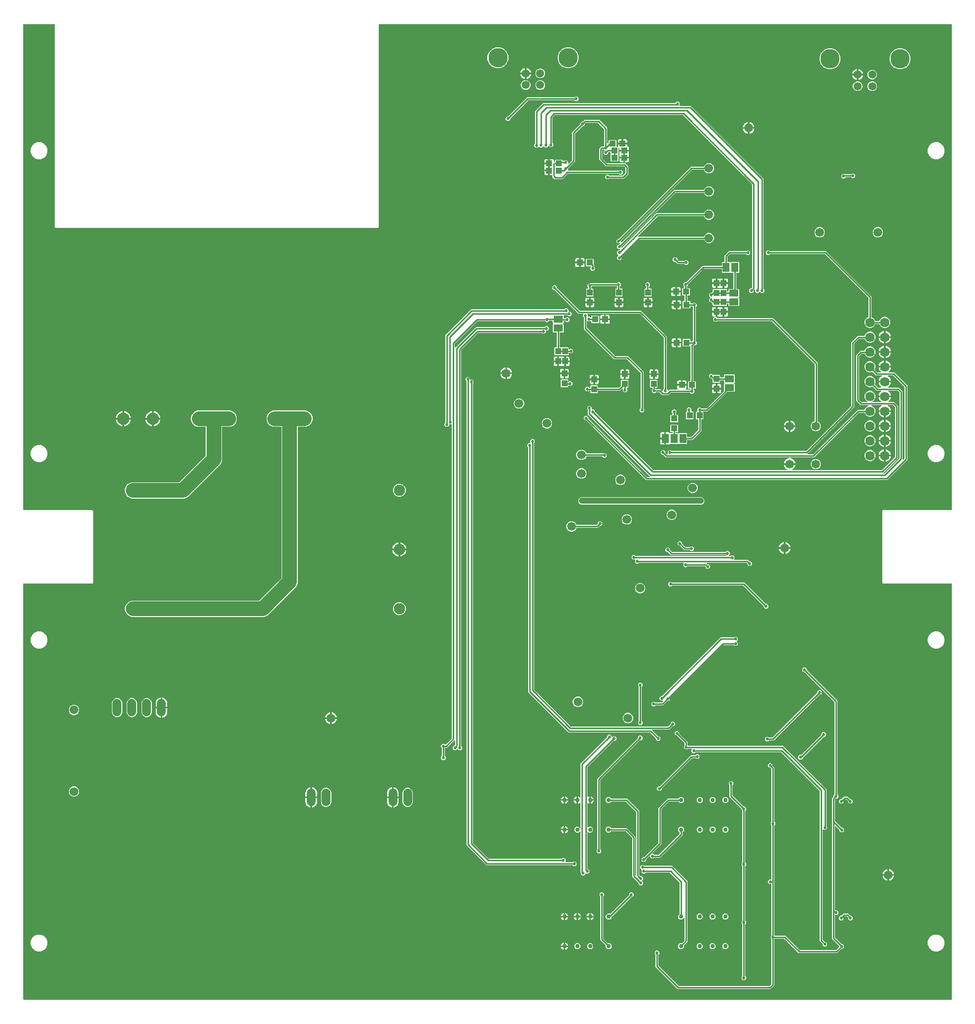
<source format=gbl>
G04 EAGLE Gerber RS-274X export*
G75*
%MOMM*%
%FSLAX34Y34*%
%LPD*%
%INBottom Copper*%
%IPPOS*%
%AMOC8*
5,1,8,0,0,1.08239X$1,22.5*%
G01*
%ADD10R,1.600200X1.168400*%
%ADD11R,1.000000X1.100000*%
%ADD12R,1.100000X1.000000*%
%ADD13R,1.168400X1.600200*%
%ADD14C,1.485000*%
%ADD15C,1.620009*%
%ADD16C,3.316000*%
%ADD17C,1.380000*%
%ADD18C,1.500000*%
%ADD19C,2.100000*%
%ADD20R,1.950000X1.950000*%
%ADD21C,1.950000*%
%ADD22C,0.754000*%
%ADD23C,1.500000*%
%ADD24C,0.254000*%
%ADD25C,0.525000*%
%ADD26C,2.540000*%
%ADD27C,1.016000*%

G36*
X1596464Y2798D02*
X1596464Y2798D01*
X1596483Y2796D01*
X1596585Y2818D01*
X1596687Y2834D01*
X1596704Y2844D01*
X1596724Y2848D01*
X1596813Y2901D01*
X1596904Y2950D01*
X1596918Y2964D01*
X1596935Y2974D01*
X1597002Y3053D01*
X1597074Y3128D01*
X1597082Y3146D01*
X1597095Y3161D01*
X1597134Y3257D01*
X1597177Y3351D01*
X1597179Y3371D01*
X1597187Y3389D01*
X1597205Y3556D01*
X1597205Y716444D01*
X1597202Y716464D01*
X1597204Y716483D01*
X1597182Y716585D01*
X1597166Y716687D01*
X1597156Y716704D01*
X1597152Y716724D01*
X1597099Y716813D01*
X1597050Y716904D01*
X1597036Y716918D01*
X1597026Y716935D01*
X1596947Y717002D01*
X1596872Y717074D01*
X1596854Y717082D01*
X1596839Y717095D01*
X1596743Y717134D01*
X1596649Y717177D01*
X1596629Y717179D01*
X1596611Y717187D01*
X1596444Y717205D01*
X1478842Y717205D01*
X1477205Y718842D01*
X1477205Y841158D01*
X1478842Y842795D01*
X1596444Y842795D01*
X1596464Y842798D01*
X1596483Y842796D01*
X1596585Y842818D01*
X1596687Y842834D01*
X1596704Y842844D01*
X1596724Y842848D01*
X1596813Y842901D01*
X1596904Y842950D01*
X1596918Y842964D01*
X1596935Y842974D01*
X1597002Y843053D01*
X1597074Y843128D01*
X1597082Y843146D01*
X1597095Y843161D01*
X1597134Y843257D01*
X1597177Y843351D01*
X1597179Y843371D01*
X1597187Y843389D01*
X1597205Y843556D01*
X1597205Y1676444D01*
X1597202Y1676464D01*
X1597204Y1676483D01*
X1597182Y1676585D01*
X1597166Y1676687D01*
X1597156Y1676704D01*
X1597152Y1676724D01*
X1597099Y1676813D01*
X1597050Y1676904D01*
X1597036Y1676918D01*
X1597026Y1676935D01*
X1596947Y1677002D01*
X1596872Y1677074D01*
X1596854Y1677082D01*
X1596839Y1677095D01*
X1596743Y1677134D01*
X1596649Y1677177D01*
X1596629Y1677179D01*
X1596611Y1677187D01*
X1596444Y1677205D01*
X613556Y1677205D01*
X613536Y1677202D01*
X613517Y1677204D01*
X613415Y1677182D01*
X613313Y1677166D01*
X613296Y1677156D01*
X613276Y1677152D01*
X613187Y1677099D01*
X613096Y1677050D01*
X613082Y1677036D01*
X613065Y1677026D01*
X612998Y1676947D01*
X612926Y1676872D01*
X612918Y1676854D01*
X612905Y1676839D01*
X612866Y1676743D01*
X612823Y1676649D01*
X612821Y1676629D01*
X612813Y1676611D01*
X612795Y1676444D01*
X612795Y1328842D01*
X611158Y1327205D01*
X58842Y1327205D01*
X57205Y1328842D01*
X57205Y1676444D01*
X57202Y1676464D01*
X57204Y1676483D01*
X57182Y1676585D01*
X57166Y1676687D01*
X57156Y1676704D01*
X57152Y1676724D01*
X57099Y1676813D01*
X57050Y1676904D01*
X57036Y1676918D01*
X57026Y1676935D01*
X56947Y1677002D01*
X56872Y1677074D01*
X56854Y1677082D01*
X56839Y1677095D01*
X56743Y1677134D01*
X56649Y1677177D01*
X56629Y1677179D01*
X56611Y1677187D01*
X56444Y1677205D01*
X3556Y1677205D01*
X3536Y1677202D01*
X3517Y1677204D01*
X3415Y1677182D01*
X3313Y1677166D01*
X3296Y1677156D01*
X3276Y1677152D01*
X3187Y1677099D01*
X3096Y1677050D01*
X3082Y1677036D01*
X3065Y1677026D01*
X2998Y1676947D01*
X2926Y1676872D01*
X2918Y1676854D01*
X2905Y1676839D01*
X2866Y1676743D01*
X2823Y1676649D01*
X2821Y1676629D01*
X2813Y1676611D01*
X2795Y1676444D01*
X2795Y843556D01*
X2798Y843536D01*
X2796Y843517D01*
X2818Y843415D01*
X2834Y843313D01*
X2844Y843296D01*
X2848Y843276D01*
X2901Y843187D01*
X2950Y843096D01*
X2964Y843082D01*
X2974Y843065D01*
X3053Y842998D01*
X3128Y842926D01*
X3146Y842918D01*
X3161Y842905D01*
X3257Y842866D01*
X3351Y842823D01*
X3371Y842821D01*
X3389Y842813D01*
X3556Y842795D01*
X121158Y842795D01*
X122795Y841158D01*
X122795Y718842D01*
X121158Y717205D01*
X3556Y717205D01*
X3536Y717202D01*
X3517Y717204D01*
X3415Y717182D01*
X3313Y717166D01*
X3296Y717156D01*
X3276Y717152D01*
X3187Y717099D01*
X3096Y717050D01*
X3082Y717036D01*
X3065Y717026D01*
X2998Y716947D01*
X2926Y716872D01*
X2918Y716854D01*
X2905Y716839D01*
X2866Y716742D01*
X2823Y716649D01*
X2821Y716629D01*
X2813Y716611D01*
X2795Y716444D01*
X2795Y3556D01*
X2798Y3536D01*
X2796Y3517D01*
X2818Y3415D01*
X2834Y3313D01*
X2844Y3296D01*
X2848Y3276D01*
X2901Y3187D01*
X2950Y3096D01*
X2964Y3082D01*
X2974Y3065D01*
X3053Y2998D01*
X3128Y2926D01*
X3146Y2918D01*
X3161Y2905D01*
X3257Y2866D01*
X3351Y2823D01*
X3371Y2821D01*
X3389Y2813D01*
X3556Y2795D01*
X1596444Y2795D01*
X1596464Y2798D01*
G37*
%LPC*%
G36*
X1071948Y894459D02*
X1071948Y894459D01*
X969526Y996881D01*
X969452Y996934D01*
X969382Y996994D01*
X969352Y997006D01*
X969326Y997025D01*
X969239Y997052D01*
X969154Y997086D01*
X969113Y997090D01*
X969091Y997097D01*
X969059Y997096D01*
X968987Y997104D01*
X967386Y997104D01*
X965104Y999386D01*
X965104Y1002614D01*
X967386Y1004896D01*
X970614Y1004896D01*
X972896Y1002614D01*
X972896Y1001013D01*
X972910Y1000923D01*
X972918Y1000832D01*
X972930Y1000802D01*
X972935Y1000770D01*
X972978Y1000689D01*
X973014Y1000605D01*
X973040Y1000573D01*
X973051Y1000553D01*
X973074Y1000530D01*
X973119Y1000474D01*
X1073829Y899764D01*
X1073903Y899711D01*
X1073973Y899651D01*
X1074003Y899639D01*
X1074029Y899620D01*
X1074116Y899593D01*
X1074201Y899559D01*
X1074242Y899555D01*
X1074264Y899548D01*
X1074296Y899549D01*
X1074368Y899541D01*
X1078028Y899541D01*
X1078099Y899552D01*
X1078171Y899554D01*
X1078220Y899572D01*
X1078271Y899580D01*
X1078334Y899614D01*
X1078402Y899639D01*
X1078442Y899671D01*
X1078488Y899696D01*
X1078538Y899748D01*
X1078594Y899792D01*
X1078622Y899836D01*
X1078658Y899874D01*
X1078688Y899939D01*
X1078727Y899999D01*
X1078740Y900050D01*
X1078761Y900097D01*
X1078769Y900168D01*
X1078787Y900238D01*
X1078783Y900290D01*
X1078789Y900341D01*
X1078773Y900412D01*
X1078768Y900483D01*
X1078747Y900531D01*
X1078736Y900582D01*
X1078699Y900643D01*
X1078671Y900709D01*
X1078627Y900765D01*
X1078610Y900793D01*
X1078605Y900798D01*
X1078604Y900799D01*
X1078590Y900811D01*
X1078567Y900840D01*
X1077236Y902171D01*
X972459Y1006948D01*
X972459Y1014716D01*
X972445Y1014806D01*
X972437Y1014897D01*
X972425Y1014927D01*
X972420Y1014959D01*
X972377Y1015039D01*
X972341Y1015123D01*
X972315Y1015155D01*
X972304Y1015176D01*
X972281Y1015198D01*
X972236Y1015254D01*
X971104Y1016386D01*
X971104Y1019614D01*
X973386Y1021896D01*
X976614Y1021896D01*
X978896Y1019614D01*
X978896Y1016657D01*
X978899Y1016637D01*
X978897Y1016618D01*
X978919Y1016516D01*
X978935Y1016414D01*
X978945Y1016397D01*
X978949Y1016377D01*
X979002Y1016288D01*
X979051Y1016197D01*
X979065Y1016183D01*
X979075Y1016166D01*
X979154Y1016099D01*
X979229Y1016027D01*
X979247Y1016019D01*
X979262Y1016006D01*
X979358Y1015967D01*
X979452Y1015924D01*
X979472Y1015922D01*
X979490Y1015914D01*
X979657Y1015896D01*
X981949Y1015896D01*
X984231Y1013614D01*
X984231Y1012013D01*
X984245Y1011923D01*
X984253Y1011832D01*
X984265Y1011802D01*
X984270Y1011770D01*
X984313Y1011689D01*
X984349Y1011605D01*
X984375Y1011573D01*
X984386Y1011553D01*
X984409Y1011530D01*
X984454Y1011474D01*
X1084164Y911764D01*
X1084238Y911711D01*
X1084308Y911651D01*
X1084338Y911639D01*
X1084364Y911620D01*
X1084451Y911593D01*
X1084536Y911559D01*
X1084577Y911555D01*
X1084599Y911548D01*
X1084631Y911549D01*
X1084703Y911541D01*
X1313905Y911541D01*
X1313972Y911552D01*
X1314040Y911553D01*
X1314093Y911571D01*
X1314148Y911580D01*
X1314208Y911612D01*
X1314272Y911635D01*
X1314316Y911669D01*
X1314365Y911696D01*
X1314412Y911745D01*
X1314465Y911787D01*
X1314496Y911833D01*
X1314535Y911874D01*
X1314563Y911936D01*
X1314601Y911992D01*
X1314615Y912046D01*
X1314638Y912097D01*
X1314646Y912164D01*
X1314663Y912230D01*
X1314659Y912286D01*
X1314665Y912341D01*
X1314651Y912408D01*
X1314647Y912475D01*
X1314625Y912527D01*
X1314613Y912582D01*
X1314578Y912640D01*
X1314553Y912703D01*
X1314516Y912745D01*
X1314487Y912793D01*
X1314436Y912837D01*
X1314391Y912888D01*
X1314325Y912931D01*
X1314300Y912953D01*
X1314281Y912961D01*
X1314251Y912980D01*
X1313277Y913476D01*
X1312008Y914399D01*
X1310899Y915508D01*
X1309976Y916777D01*
X1309264Y918174D01*
X1308780Y919666D01*
X1308651Y920477D01*
X1317738Y920477D01*
X1317758Y920480D01*
X1317777Y920478D01*
X1317879Y920500D01*
X1317981Y920517D01*
X1317998Y920526D01*
X1318018Y920530D01*
X1318107Y920583D01*
X1318198Y920632D01*
X1318212Y920646D01*
X1318229Y920656D01*
X1318296Y920735D01*
X1318367Y920810D01*
X1318376Y920828D01*
X1318389Y920843D01*
X1318427Y920939D01*
X1318471Y921033D01*
X1318473Y921053D01*
X1318481Y921071D01*
X1318499Y921238D01*
X1318499Y922762D01*
X1318496Y922782D01*
X1318498Y922801D01*
X1318476Y922903D01*
X1318459Y923005D01*
X1318450Y923022D01*
X1318446Y923042D01*
X1318393Y923131D01*
X1318344Y923222D01*
X1318330Y923236D01*
X1318320Y923253D01*
X1318241Y923320D01*
X1318166Y923391D01*
X1318148Y923400D01*
X1318133Y923413D01*
X1318037Y923452D01*
X1317943Y923495D01*
X1317923Y923497D01*
X1317905Y923505D01*
X1317738Y923523D01*
X1308651Y923523D01*
X1308780Y924334D01*
X1309264Y925826D01*
X1309976Y927223D01*
X1310899Y928492D01*
X1312008Y929601D01*
X1313277Y930524D01*
X1314674Y931236D01*
X1316166Y931720D01*
X1317592Y931946D01*
X1317653Y931966D01*
X1317716Y931977D01*
X1317769Y932005D01*
X1317826Y932023D01*
X1317877Y932062D01*
X1317933Y932092D01*
X1317974Y932135D01*
X1318022Y932171D01*
X1318058Y932224D01*
X1318103Y932270D01*
X1318128Y932324D01*
X1318162Y932374D01*
X1318179Y932435D01*
X1318206Y932493D01*
X1318213Y932553D01*
X1318229Y932610D01*
X1318226Y932674D01*
X1318233Y932737D01*
X1318220Y932796D01*
X1318218Y932856D01*
X1318195Y932915D01*
X1318181Y932978D01*
X1318150Y933029D01*
X1318128Y933085D01*
X1318088Y933134D01*
X1318055Y933189D01*
X1318009Y933228D01*
X1317971Y933274D01*
X1317916Y933307D01*
X1317868Y933349D01*
X1317812Y933371D01*
X1317761Y933403D01*
X1317699Y933417D01*
X1317640Y933441D01*
X1317554Y933450D01*
X1317522Y933458D01*
X1317497Y933457D01*
X1317473Y933459D01*
X1105948Y933459D01*
X1101526Y937881D01*
X1101452Y937934D01*
X1101382Y937994D01*
X1101352Y938006D01*
X1101326Y938025D01*
X1101239Y938052D01*
X1101154Y938086D01*
X1101113Y938090D01*
X1101091Y938097D01*
X1101059Y938096D01*
X1100987Y938104D01*
X1099386Y938104D01*
X1097104Y940386D01*
X1097104Y943614D01*
X1099386Y945896D01*
X1102614Y945896D01*
X1104896Y943614D01*
X1104896Y942013D01*
X1104910Y941923D01*
X1104918Y941832D01*
X1104930Y941802D01*
X1104935Y941770D01*
X1104978Y941689D01*
X1105014Y941605D01*
X1105040Y941573D01*
X1105051Y941553D01*
X1105074Y941530D01*
X1105119Y941474D01*
X1107829Y938764D01*
X1107903Y938711D01*
X1107973Y938651D01*
X1108003Y938639D01*
X1108029Y938620D01*
X1108116Y938593D01*
X1108201Y938559D01*
X1108242Y938555D01*
X1108264Y938548D01*
X1108296Y938549D01*
X1108368Y938541D01*
X1109112Y938541D01*
X1109183Y938552D01*
X1109255Y938554D01*
X1109303Y938572D01*
X1109355Y938580D01*
X1109418Y938614D01*
X1109486Y938639D01*
X1109526Y938671D01*
X1109572Y938696D01*
X1109622Y938748D01*
X1109678Y938792D01*
X1109706Y938836D01*
X1109742Y938874D01*
X1109772Y938939D01*
X1109811Y938999D01*
X1109823Y939050D01*
X1109845Y939097D01*
X1109853Y939168D01*
X1109871Y939238D01*
X1109867Y939290D01*
X1109872Y939341D01*
X1109857Y939412D01*
X1109851Y939483D01*
X1109831Y939531D01*
X1109820Y939582D01*
X1109783Y939643D01*
X1109755Y939709D01*
X1109710Y939765D01*
X1109694Y939793D01*
X1109676Y939808D01*
X1109650Y939840D01*
X1109104Y940386D01*
X1109104Y943614D01*
X1111386Y945896D01*
X1114614Y945896D01*
X1115746Y944764D01*
X1115820Y944711D01*
X1115889Y944651D01*
X1115919Y944639D01*
X1115945Y944620D01*
X1116032Y944593D01*
X1116117Y944559D01*
X1116158Y944555D01*
X1116181Y944548D01*
X1116213Y944549D01*
X1116284Y944541D01*
X1346632Y944541D01*
X1346722Y944555D01*
X1346813Y944563D01*
X1346843Y944575D01*
X1346875Y944580D01*
X1346956Y944623D01*
X1347040Y944659D01*
X1347072Y944685D01*
X1347092Y944696D01*
X1347115Y944719D01*
X1347171Y944764D01*
X1424236Y1021829D01*
X1424289Y1021903D01*
X1424349Y1021973D01*
X1424361Y1022003D01*
X1424380Y1022029D01*
X1424407Y1022116D01*
X1424441Y1022201D01*
X1424445Y1022242D01*
X1424452Y1022264D01*
X1424451Y1022296D01*
X1424459Y1022368D01*
X1424459Y1131052D01*
X1435848Y1142441D01*
X1446801Y1142441D01*
X1446916Y1142460D01*
X1447032Y1142477D01*
X1447038Y1142479D01*
X1447044Y1142480D01*
X1447146Y1142535D01*
X1447251Y1142588D01*
X1447256Y1142593D01*
X1447261Y1142596D01*
X1447341Y1142680D01*
X1447423Y1142764D01*
X1447427Y1142770D01*
X1447430Y1142774D01*
X1447438Y1142791D01*
X1447504Y1142911D01*
X1448456Y1145208D01*
X1451092Y1147844D01*
X1454536Y1149271D01*
X1458264Y1149271D01*
X1461708Y1147844D01*
X1464344Y1145208D01*
X1465771Y1141764D01*
X1465771Y1138036D01*
X1464344Y1134592D01*
X1461708Y1131956D01*
X1458264Y1130529D01*
X1454536Y1130529D01*
X1451092Y1131956D01*
X1448456Y1134592D01*
X1447504Y1136889D01*
X1447443Y1136989D01*
X1447383Y1137089D01*
X1447378Y1137093D01*
X1447375Y1137098D01*
X1447285Y1137173D01*
X1447196Y1137249D01*
X1447190Y1137251D01*
X1447185Y1137255D01*
X1447077Y1137297D01*
X1446968Y1137341D01*
X1446960Y1137342D01*
X1446956Y1137343D01*
X1446937Y1137344D01*
X1446801Y1137359D01*
X1438268Y1137359D01*
X1438178Y1137345D01*
X1438087Y1137337D01*
X1438057Y1137325D01*
X1438025Y1137320D01*
X1437944Y1137277D01*
X1437860Y1137241D01*
X1437828Y1137215D01*
X1437808Y1137204D01*
X1437785Y1137181D01*
X1437729Y1137136D01*
X1429764Y1129171D01*
X1429711Y1129097D01*
X1429651Y1129027D01*
X1429639Y1128997D01*
X1429620Y1128971D01*
X1429593Y1128884D01*
X1429559Y1128799D01*
X1429555Y1128758D01*
X1429548Y1128736D01*
X1429549Y1128704D01*
X1429541Y1128632D01*
X1429541Y1019948D01*
X1349433Y939840D01*
X1349392Y939782D01*
X1349342Y939730D01*
X1349320Y939683D01*
X1349290Y939641D01*
X1349269Y939572D01*
X1349239Y939507D01*
X1349233Y939455D01*
X1349217Y939405D01*
X1349219Y939334D01*
X1349211Y939263D01*
X1349223Y939212D01*
X1349224Y939160D01*
X1349248Y939092D01*
X1349264Y939022D01*
X1349290Y938977D01*
X1349308Y938929D01*
X1349353Y938873D01*
X1349390Y938811D01*
X1349429Y938777D01*
X1349462Y938737D01*
X1349522Y938698D01*
X1349577Y938651D01*
X1349625Y938632D01*
X1349669Y938604D01*
X1349738Y938586D01*
X1349805Y938559D01*
X1349876Y938551D01*
X1349907Y938543D01*
X1349931Y938545D01*
X1349972Y938541D01*
X1358132Y938541D01*
X1358222Y938555D01*
X1358313Y938563D01*
X1358343Y938575D01*
X1358375Y938580D01*
X1358456Y938623D01*
X1358540Y938659D01*
X1358572Y938685D01*
X1358592Y938696D01*
X1358615Y938719D01*
X1358671Y938764D01*
X1435348Y1015441D01*
X1446801Y1015441D01*
X1446916Y1015460D01*
X1447032Y1015477D01*
X1447038Y1015479D01*
X1447044Y1015480D01*
X1447146Y1015535D01*
X1447251Y1015588D01*
X1447256Y1015593D01*
X1447261Y1015596D01*
X1447341Y1015680D01*
X1447423Y1015764D01*
X1447427Y1015770D01*
X1447430Y1015774D01*
X1447438Y1015791D01*
X1447504Y1015911D01*
X1448456Y1018208D01*
X1451092Y1020844D01*
X1453870Y1021995D01*
X1453953Y1022046D01*
X1454038Y1022092D01*
X1454056Y1022111D01*
X1454079Y1022124D01*
X1454141Y1022199D01*
X1454208Y1022270D01*
X1454219Y1022294D01*
X1454236Y1022314D01*
X1454270Y1022405D01*
X1454311Y1022493D01*
X1454314Y1022519D01*
X1454324Y1022543D01*
X1454328Y1022641D01*
X1454339Y1022737D01*
X1454333Y1022763D01*
X1454334Y1022789D01*
X1454307Y1022883D01*
X1454286Y1022978D01*
X1454273Y1023000D01*
X1454266Y1023025D01*
X1454210Y1023105D01*
X1454160Y1023189D01*
X1454140Y1023206D01*
X1454125Y1023227D01*
X1454047Y1023286D01*
X1453973Y1023349D01*
X1453949Y1023359D01*
X1453928Y1023374D01*
X1453835Y1023404D01*
X1453745Y1023441D01*
X1453713Y1023444D01*
X1453694Y1023450D01*
X1453661Y1023450D01*
X1453578Y1023459D01*
X1439948Y1023459D01*
X1438236Y1025170D01*
X1438236Y1025171D01*
X1434171Y1029236D01*
X1432459Y1030948D01*
X1432459Y1109052D01*
X1440448Y1117041D01*
X1446801Y1117041D01*
X1446916Y1117060D01*
X1447032Y1117077D01*
X1447038Y1117079D01*
X1447044Y1117080D01*
X1447146Y1117135D01*
X1447251Y1117188D01*
X1447256Y1117193D01*
X1447261Y1117196D01*
X1447341Y1117280D01*
X1447423Y1117364D01*
X1447427Y1117370D01*
X1447430Y1117374D01*
X1447438Y1117391D01*
X1447504Y1117511D01*
X1448456Y1119808D01*
X1451092Y1122444D01*
X1454536Y1123871D01*
X1458264Y1123871D01*
X1461708Y1122444D01*
X1464344Y1119808D01*
X1465771Y1116364D01*
X1465771Y1112636D01*
X1464344Y1109192D01*
X1461708Y1106556D01*
X1458264Y1105129D01*
X1454536Y1105129D01*
X1451092Y1106556D01*
X1448456Y1109192D01*
X1447504Y1111489D01*
X1447443Y1111589D01*
X1447383Y1111689D01*
X1447378Y1111693D01*
X1447375Y1111698D01*
X1447285Y1111773D01*
X1447196Y1111849D01*
X1447190Y1111851D01*
X1447185Y1111855D01*
X1447077Y1111897D01*
X1446968Y1111941D01*
X1446960Y1111942D01*
X1446956Y1111943D01*
X1446937Y1111944D01*
X1446801Y1111959D01*
X1442868Y1111959D01*
X1442778Y1111945D01*
X1442687Y1111937D01*
X1442657Y1111925D01*
X1442625Y1111920D01*
X1442544Y1111877D01*
X1442460Y1111841D01*
X1442428Y1111815D01*
X1442408Y1111804D01*
X1442387Y1111782D01*
X1442384Y1111781D01*
X1442381Y1111777D01*
X1442329Y1111736D01*
X1437764Y1107171D01*
X1437711Y1107097D01*
X1437651Y1107027D01*
X1437639Y1106997D01*
X1437620Y1106971D01*
X1437593Y1106884D01*
X1437559Y1106799D01*
X1437555Y1106758D01*
X1437548Y1106736D01*
X1437549Y1106704D01*
X1437541Y1106632D01*
X1437541Y1033368D01*
X1437555Y1033278D01*
X1437563Y1033187D01*
X1437575Y1033157D01*
X1437580Y1033125D01*
X1437623Y1033044D01*
X1437659Y1032960D01*
X1437685Y1032928D01*
X1437696Y1032908D01*
X1437719Y1032885D01*
X1437764Y1032829D01*
X1441829Y1028764D01*
X1441903Y1028711D01*
X1441973Y1028651D01*
X1442003Y1028639D01*
X1442029Y1028620D01*
X1442116Y1028593D01*
X1442201Y1028559D01*
X1442242Y1028555D01*
X1442264Y1028548D01*
X1442296Y1028549D01*
X1442368Y1028541D01*
X1451647Y1028541D01*
X1451743Y1028556D01*
X1451840Y1028566D01*
X1451864Y1028576D01*
X1451890Y1028580D01*
X1451976Y1028626D01*
X1452065Y1028666D01*
X1452084Y1028683D01*
X1452107Y1028696D01*
X1452174Y1028766D01*
X1452246Y1028832D01*
X1452258Y1028855D01*
X1452277Y1028874D01*
X1452318Y1028962D01*
X1452364Y1029048D01*
X1452369Y1029073D01*
X1452380Y1029097D01*
X1452391Y1029194D01*
X1452408Y1029290D01*
X1452404Y1029316D01*
X1452407Y1029341D01*
X1452387Y1029437D01*
X1452372Y1029533D01*
X1452361Y1029556D01*
X1452355Y1029582D01*
X1452305Y1029665D01*
X1452261Y1029752D01*
X1452242Y1029771D01*
X1452229Y1029793D01*
X1452155Y1029856D01*
X1452085Y1029924D01*
X1452057Y1029940D01*
X1452042Y1029953D01*
X1452011Y1029965D01*
X1451938Y1030005D01*
X1451092Y1030356D01*
X1448456Y1032992D01*
X1447029Y1036436D01*
X1447029Y1040164D01*
X1448456Y1043608D01*
X1451092Y1046244D01*
X1454536Y1047671D01*
X1458264Y1047671D01*
X1461708Y1046244D01*
X1464344Y1043608D01*
X1465771Y1040164D01*
X1465771Y1036436D01*
X1464344Y1032992D01*
X1461708Y1030356D01*
X1460862Y1030005D01*
X1460779Y1029954D01*
X1460693Y1029908D01*
X1460675Y1029890D01*
X1460653Y1029876D01*
X1460591Y1029800D01*
X1460524Y1029730D01*
X1460513Y1029706D01*
X1460496Y1029686D01*
X1460461Y1029595D01*
X1460420Y1029507D01*
X1460417Y1029481D01*
X1460408Y1029457D01*
X1460404Y1029359D01*
X1460393Y1029263D01*
X1460398Y1029237D01*
X1460397Y1029211D01*
X1460425Y1029117D01*
X1460445Y1029022D01*
X1460459Y1029000D01*
X1460466Y1028975D01*
X1460521Y1028895D01*
X1460571Y1028811D01*
X1460591Y1028794D01*
X1460606Y1028773D01*
X1460684Y1028714D01*
X1460758Y1028651D01*
X1460783Y1028641D01*
X1460804Y1028626D01*
X1460896Y1028596D01*
X1460986Y1028559D01*
X1461019Y1028556D01*
X1461037Y1028550D01*
X1461070Y1028550D01*
X1461153Y1028541D01*
X1474787Y1028541D01*
X1474794Y1028542D01*
X1474802Y1028541D01*
X1474916Y1028562D01*
X1475029Y1028580D01*
X1475036Y1028584D01*
X1475044Y1028586D01*
X1475145Y1028642D01*
X1475247Y1028696D01*
X1475252Y1028701D01*
X1475259Y1028705D01*
X1475337Y1028791D01*
X1475416Y1028874D01*
X1475419Y1028881D01*
X1475425Y1028887D01*
X1475471Y1028992D01*
X1475520Y1029097D01*
X1475521Y1029105D01*
X1475524Y1029112D01*
X1475534Y1029227D01*
X1475547Y1029341D01*
X1475545Y1029349D01*
X1475546Y1029357D01*
X1475519Y1029470D01*
X1475495Y1029582D01*
X1475490Y1029589D01*
X1475489Y1029596D01*
X1475427Y1029694D01*
X1475368Y1029793D01*
X1475362Y1029798D01*
X1475358Y1029805D01*
X1475234Y1029918D01*
X1474868Y1030184D01*
X1473684Y1031368D01*
X1472699Y1032723D01*
X1471939Y1034215D01*
X1471421Y1035808D01*
X1471268Y1036777D01*
X1481038Y1036777D01*
X1481058Y1036780D01*
X1481077Y1036778D01*
X1481179Y1036800D01*
X1481281Y1036817D01*
X1481298Y1036826D01*
X1481318Y1036830D01*
X1481407Y1036883D01*
X1481498Y1036932D01*
X1481512Y1036946D01*
X1481529Y1036956D01*
X1481596Y1037035D01*
X1481667Y1037110D01*
X1481676Y1037128D01*
X1481689Y1037143D01*
X1481728Y1037239D01*
X1481771Y1037333D01*
X1481773Y1037353D01*
X1481781Y1037371D01*
X1481799Y1037538D01*
X1481799Y1039062D01*
X1481796Y1039082D01*
X1481798Y1039101D01*
X1481776Y1039203D01*
X1481759Y1039305D01*
X1481750Y1039322D01*
X1481746Y1039342D01*
X1481693Y1039431D01*
X1481644Y1039522D01*
X1481630Y1039536D01*
X1481620Y1039553D01*
X1481541Y1039620D01*
X1481466Y1039691D01*
X1481448Y1039700D01*
X1481433Y1039713D01*
X1481337Y1039752D01*
X1481243Y1039795D01*
X1481223Y1039797D01*
X1481205Y1039805D01*
X1481038Y1039823D01*
X1471268Y1039823D01*
X1471421Y1040792D01*
X1471939Y1042385D01*
X1472699Y1043877D01*
X1473684Y1045232D01*
X1474868Y1046416D01*
X1475785Y1047082D01*
X1475790Y1047088D01*
X1475797Y1047092D01*
X1475876Y1047175D01*
X1475958Y1047257D01*
X1475961Y1047264D01*
X1475967Y1047270D01*
X1476015Y1047374D01*
X1476066Y1047478D01*
X1476067Y1047486D01*
X1476070Y1047493D01*
X1476083Y1047607D01*
X1476098Y1047722D01*
X1476096Y1047730D01*
X1476097Y1047737D01*
X1476073Y1047850D01*
X1476051Y1047963D01*
X1476047Y1047970D01*
X1476045Y1047978D01*
X1475986Y1048076D01*
X1475929Y1048177D01*
X1475923Y1048182D01*
X1475919Y1048189D01*
X1475832Y1048263D01*
X1475745Y1048341D01*
X1475738Y1048344D01*
X1475732Y1048349D01*
X1475625Y1048392D01*
X1475519Y1048437D01*
X1475511Y1048438D01*
X1475504Y1048441D01*
X1475337Y1048459D01*
X1467948Y1048459D01*
X1461320Y1055087D01*
X1461225Y1055155D01*
X1461132Y1055224D01*
X1461126Y1055226D01*
X1461121Y1055230D01*
X1461009Y1055264D01*
X1460898Y1055301D01*
X1460891Y1055301D01*
X1460886Y1055302D01*
X1460769Y1055299D01*
X1460652Y1055298D01*
X1460645Y1055296D01*
X1460640Y1055296D01*
X1460622Y1055290D01*
X1460491Y1055252D01*
X1458264Y1054329D01*
X1454536Y1054329D01*
X1451092Y1055756D01*
X1448456Y1058392D01*
X1447029Y1061836D01*
X1447029Y1065564D01*
X1448456Y1069008D01*
X1451092Y1071644D01*
X1454536Y1073071D01*
X1458264Y1073071D01*
X1461708Y1071644D01*
X1464344Y1069008D01*
X1465771Y1065564D01*
X1465771Y1061836D01*
X1464790Y1059468D01*
X1464763Y1059354D01*
X1464735Y1059241D01*
X1464735Y1059234D01*
X1464734Y1059228D01*
X1464745Y1059112D01*
X1464754Y1058995D01*
X1464756Y1058990D01*
X1464757Y1058983D01*
X1464805Y1058876D01*
X1464850Y1058769D01*
X1464855Y1058763D01*
X1464857Y1058759D01*
X1464870Y1058745D01*
X1464955Y1058638D01*
X1469829Y1053764D01*
X1469903Y1053711D01*
X1469973Y1053651D01*
X1470003Y1053639D01*
X1470029Y1053620D01*
X1470116Y1053593D01*
X1470201Y1053559D01*
X1470242Y1053555D01*
X1470264Y1053548D01*
X1470296Y1053549D01*
X1470368Y1053541D01*
X1475337Y1053541D01*
X1475345Y1053542D01*
X1475353Y1053541D01*
X1475467Y1053562D01*
X1475580Y1053580D01*
X1475587Y1053584D01*
X1475595Y1053586D01*
X1475695Y1053642D01*
X1475797Y1053696D01*
X1475803Y1053701D01*
X1475810Y1053705D01*
X1475887Y1053790D01*
X1475967Y1053874D01*
X1475970Y1053881D01*
X1475975Y1053887D01*
X1476021Y1053992D01*
X1476070Y1054097D01*
X1476071Y1054105D01*
X1476074Y1054112D01*
X1476085Y1054227D01*
X1476097Y1054341D01*
X1476096Y1054349D01*
X1476096Y1054357D01*
X1476069Y1054470D01*
X1476045Y1054582D01*
X1476041Y1054589D01*
X1476039Y1054596D01*
X1475978Y1054695D01*
X1475919Y1054793D01*
X1475913Y1054798D01*
X1475909Y1054805D01*
X1475785Y1054918D01*
X1474868Y1055584D01*
X1473684Y1056768D01*
X1472699Y1058123D01*
X1471939Y1059615D01*
X1471421Y1061208D01*
X1471268Y1062177D01*
X1481038Y1062177D01*
X1481058Y1062180D01*
X1481077Y1062178D01*
X1481179Y1062200D01*
X1481281Y1062217D01*
X1481298Y1062226D01*
X1481318Y1062230D01*
X1481407Y1062283D01*
X1481498Y1062332D01*
X1481512Y1062346D01*
X1481529Y1062356D01*
X1481596Y1062435D01*
X1481667Y1062510D01*
X1481676Y1062528D01*
X1481689Y1062543D01*
X1481728Y1062639D01*
X1481771Y1062733D01*
X1481773Y1062753D01*
X1481781Y1062771D01*
X1481799Y1062938D01*
X1481799Y1064462D01*
X1481796Y1064482D01*
X1481798Y1064501D01*
X1481776Y1064603D01*
X1481759Y1064705D01*
X1481750Y1064722D01*
X1481746Y1064742D01*
X1481693Y1064831D01*
X1481644Y1064922D01*
X1481630Y1064936D01*
X1481620Y1064953D01*
X1481541Y1065020D01*
X1481466Y1065091D01*
X1481448Y1065100D01*
X1481433Y1065113D01*
X1481337Y1065152D01*
X1481243Y1065195D01*
X1481223Y1065197D01*
X1481205Y1065205D01*
X1481038Y1065223D01*
X1471268Y1065223D01*
X1471421Y1066192D01*
X1471939Y1067785D01*
X1472699Y1069277D01*
X1473684Y1070632D01*
X1474868Y1071816D01*
X1476223Y1072801D01*
X1476653Y1073020D01*
X1476707Y1073060D01*
X1476767Y1073092D01*
X1476806Y1073132D01*
X1476851Y1073165D01*
X1476890Y1073221D01*
X1476937Y1073270D01*
X1476960Y1073321D01*
X1476992Y1073367D01*
X1477012Y1073431D01*
X1477040Y1073493D01*
X1477046Y1073549D01*
X1477062Y1073602D01*
X1477060Y1073670D01*
X1477067Y1073737D01*
X1477056Y1073792D01*
X1477053Y1073848D01*
X1477030Y1073912D01*
X1477015Y1073978D01*
X1476986Y1074026D01*
X1476967Y1074078D01*
X1476924Y1074131D01*
X1476889Y1074189D01*
X1476846Y1074225D01*
X1476811Y1074269D01*
X1476754Y1074305D01*
X1476702Y1074349D01*
X1476650Y1074370D01*
X1476603Y1074400D01*
X1476537Y1074415D01*
X1476474Y1074441D01*
X1476395Y1074449D01*
X1476364Y1074457D01*
X1476343Y1074455D01*
X1476307Y1074459D01*
X1466948Y1074459D01*
X1461037Y1080369D01*
X1460943Y1080437D01*
X1460849Y1080507D01*
X1460843Y1080509D01*
X1460838Y1080513D01*
X1460727Y1080547D01*
X1460615Y1080583D01*
X1460609Y1080583D01*
X1460603Y1080585D01*
X1460486Y1080582D01*
X1460369Y1080581D01*
X1460362Y1080579D01*
X1460357Y1080579D01*
X1460339Y1080572D01*
X1460208Y1080534D01*
X1458264Y1079729D01*
X1454536Y1079729D01*
X1451092Y1081156D01*
X1448456Y1083792D01*
X1447029Y1087236D01*
X1447029Y1090964D01*
X1448456Y1094408D01*
X1451092Y1097044D01*
X1454536Y1098471D01*
X1458264Y1098471D01*
X1461708Y1097044D01*
X1464344Y1094408D01*
X1465771Y1090964D01*
X1465771Y1087236D01*
X1464673Y1084585D01*
X1464646Y1084471D01*
X1464618Y1084358D01*
X1464618Y1084352D01*
X1464617Y1084346D01*
X1464628Y1084229D01*
X1464637Y1084113D01*
X1464639Y1084107D01*
X1464640Y1084101D01*
X1464688Y1083992D01*
X1464733Y1083886D01*
X1464738Y1083880D01*
X1464740Y1083876D01*
X1464752Y1083862D01*
X1464838Y1083755D01*
X1468829Y1079764D01*
X1468903Y1079711D01*
X1468973Y1079651D01*
X1469003Y1079639D01*
X1469029Y1079620D01*
X1469116Y1079593D01*
X1469201Y1079559D01*
X1469242Y1079555D01*
X1469264Y1079548D01*
X1469296Y1079549D01*
X1469368Y1079541D01*
X1474511Y1079541D01*
X1474519Y1079542D01*
X1474527Y1079541D01*
X1474641Y1079562D01*
X1474754Y1079580D01*
X1474761Y1079584D01*
X1474769Y1079586D01*
X1474870Y1079642D01*
X1474971Y1079696D01*
X1474977Y1079701D01*
X1474984Y1079705D01*
X1475062Y1079791D01*
X1475141Y1079874D01*
X1475144Y1079881D01*
X1475150Y1079887D01*
X1475196Y1079992D01*
X1475244Y1080097D01*
X1475245Y1080105D01*
X1475249Y1080112D01*
X1475259Y1080228D01*
X1475271Y1080341D01*
X1475270Y1080349D01*
X1475271Y1080357D01*
X1475244Y1080470D01*
X1475219Y1080582D01*
X1475215Y1080589D01*
X1475213Y1080597D01*
X1475152Y1080694D01*
X1475093Y1080793D01*
X1475087Y1080798D01*
X1475083Y1080805D01*
X1474959Y1080918D01*
X1474868Y1080984D01*
X1473684Y1082168D01*
X1472699Y1083523D01*
X1471939Y1085015D01*
X1471421Y1086608D01*
X1471268Y1087577D01*
X1481038Y1087577D01*
X1481058Y1087580D01*
X1481077Y1087578D01*
X1481179Y1087600D01*
X1481281Y1087617D01*
X1481298Y1087626D01*
X1481318Y1087630D01*
X1481407Y1087683D01*
X1481498Y1087732D01*
X1481512Y1087746D01*
X1481529Y1087756D01*
X1481596Y1087835D01*
X1481667Y1087910D01*
X1481676Y1087928D01*
X1481689Y1087943D01*
X1481727Y1088039D01*
X1481771Y1088133D01*
X1481773Y1088153D01*
X1481781Y1088171D01*
X1481799Y1088338D01*
X1481799Y1089101D01*
X1481801Y1089101D01*
X1481801Y1088338D01*
X1481804Y1088318D01*
X1481802Y1088299D01*
X1481824Y1088197D01*
X1481841Y1088095D01*
X1481850Y1088078D01*
X1481854Y1088058D01*
X1481907Y1087969D01*
X1481956Y1087878D01*
X1481970Y1087864D01*
X1481980Y1087847D01*
X1482059Y1087780D01*
X1482134Y1087709D01*
X1482152Y1087700D01*
X1482167Y1087687D01*
X1482264Y1087648D01*
X1482357Y1087605D01*
X1482377Y1087603D01*
X1482396Y1087595D01*
X1482562Y1087577D01*
X1492332Y1087577D01*
X1492179Y1086608D01*
X1491661Y1085015D01*
X1490901Y1083523D01*
X1489916Y1082168D01*
X1488732Y1080984D01*
X1488642Y1080918D01*
X1488636Y1080912D01*
X1488629Y1080908D01*
X1488550Y1080825D01*
X1488469Y1080743D01*
X1488465Y1080736D01*
X1488459Y1080730D01*
X1488411Y1080625D01*
X1488360Y1080522D01*
X1488359Y1080514D01*
X1488356Y1080507D01*
X1488343Y1080392D01*
X1488328Y1080278D01*
X1488330Y1080271D01*
X1488329Y1080263D01*
X1488353Y1080150D01*
X1488375Y1080037D01*
X1488379Y1080030D01*
X1488381Y1080022D01*
X1488440Y1079924D01*
X1488497Y1079823D01*
X1488503Y1079818D01*
X1488507Y1079811D01*
X1488595Y1079736D01*
X1488681Y1079660D01*
X1488688Y1079656D01*
X1488694Y1079651D01*
X1488802Y1079608D01*
X1488907Y1079563D01*
X1488915Y1079562D01*
X1488922Y1079559D01*
X1489089Y1079541D01*
X1498052Y1079541D01*
X1520541Y1057052D01*
X1520541Y928948D01*
X1486052Y894459D01*
X1071948Y894459D01*
G37*
%LPD*%
%LPC*%
G36*
X722386Y414104D02*
X722386Y414104D01*
X720104Y416386D01*
X720104Y419614D01*
X721236Y420746D01*
X721289Y420820D01*
X721349Y420889D01*
X721361Y420919D01*
X721380Y420945D01*
X721407Y421032D01*
X721441Y421117D01*
X721445Y421158D01*
X721452Y421181D01*
X721451Y421213D01*
X721459Y421284D01*
X721459Y434716D01*
X721445Y434806D01*
X721437Y434897D01*
X721425Y434927D01*
X721420Y434959D01*
X721377Y435039D01*
X721341Y435123D01*
X721315Y435156D01*
X721304Y435176D01*
X721281Y435198D01*
X721236Y435254D01*
X720104Y436386D01*
X720104Y439614D01*
X722386Y441896D01*
X725614Y441896D01*
X726746Y440764D01*
X726820Y440711D01*
X726889Y440651D01*
X726919Y440639D01*
X726945Y440620D01*
X727032Y440593D01*
X727117Y440559D01*
X727158Y440555D01*
X727180Y440548D01*
X727213Y440549D01*
X727284Y440541D01*
X727632Y440541D01*
X727722Y440555D01*
X727813Y440563D01*
X727843Y440575D01*
X727875Y440580D01*
X727956Y440623D01*
X728040Y440659D01*
X728072Y440685D01*
X728092Y440696D01*
X728115Y440719D01*
X728171Y440764D01*
X738401Y450994D01*
X738454Y451068D01*
X738514Y451138D01*
X738526Y451168D01*
X738545Y451194D01*
X738572Y451281D01*
X738606Y451366D01*
X738610Y451407D01*
X738617Y451429D01*
X738616Y451461D01*
X738624Y451533D01*
X738624Y989343D01*
X738621Y989363D01*
X738623Y989382D01*
X738601Y989484D01*
X738585Y989586D01*
X738575Y989603D01*
X738571Y989623D01*
X738518Y989712D01*
X738469Y989803D01*
X738455Y989817D01*
X738445Y989834D01*
X738366Y989901D01*
X738291Y989973D01*
X738273Y989981D01*
X738258Y989994D01*
X738162Y990033D01*
X738068Y990076D01*
X738048Y990078D01*
X738030Y990086D01*
X737863Y990104D01*
X734657Y990104D01*
X734637Y990101D01*
X734618Y990103D01*
X734516Y990081D01*
X734414Y990065D01*
X734397Y990055D01*
X734377Y990051D01*
X734288Y989998D01*
X734197Y989949D01*
X734183Y989935D01*
X734166Y989925D01*
X734099Y989846D01*
X734027Y989771D01*
X734019Y989753D01*
X734006Y989738D01*
X733967Y989642D01*
X733924Y989548D01*
X733922Y989528D01*
X733914Y989510D01*
X733896Y989343D01*
X733896Y988386D01*
X731614Y986104D01*
X728386Y986104D01*
X726104Y988386D01*
X726104Y991614D01*
X727236Y992746D01*
X727289Y992820D01*
X727349Y992889D01*
X727361Y992919D01*
X727380Y992945D01*
X727407Y993032D01*
X727441Y993117D01*
X727445Y993158D01*
X727452Y993181D01*
X727451Y993213D01*
X727459Y993284D01*
X727459Y1143441D01*
X771369Y1187351D01*
X931361Y1187351D01*
X931451Y1187365D01*
X931542Y1187373D01*
X931572Y1187385D01*
X931604Y1187390D01*
X931684Y1187433D01*
X931768Y1187469D01*
X931801Y1187495D01*
X931821Y1187506D01*
X931843Y1187529D01*
X931899Y1187574D01*
X933386Y1189061D01*
X936614Y1189061D01*
X938896Y1186779D01*
X938896Y1184657D01*
X938899Y1184637D01*
X938897Y1184618D01*
X938919Y1184516D01*
X938935Y1184414D01*
X938945Y1184397D01*
X938949Y1184377D01*
X939002Y1184288D01*
X939051Y1184197D01*
X939065Y1184183D01*
X939075Y1184166D01*
X939154Y1184099D01*
X939229Y1184027D01*
X939247Y1184019D01*
X939262Y1184006D01*
X939358Y1183967D01*
X939452Y1183924D01*
X939472Y1183922D01*
X939490Y1183914D01*
X939657Y1183896D01*
X941614Y1183896D01*
X943896Y1181614D01*
X943896Y1178386D01*
X941614Y1176104D01*
X938386Y1176104D01*
X937254Y1177236D01*
X937180Y1177289D01*
X937111Y1177349D01*
X937081Y1177361D01*
X937055Y1177380D01*
X936968Y1177407D01*
X936883Y1177441D01*
X936842Y1177445D01*
X936819Y1177452D01*
X936787Y1177451D01*
X936716Y1177459D01*
X931033Y1177459D01*
X931013Y1177456D01*
X930994Y1177458D01*
X930892Y1177436D01*
X930790Y1177420D01*
X930773Y1177410D01*
X930753Y1177406D01*
X930664Y1177353D01*
X930573Y1177304D01*
X930559Y1177290D01*
X930542Y1177280D01*
X930475Y1177201D01*
X930403Y1177126D01*
X930395Y1177108D01*
X930382Y1177093D01*
X930343Y1176997D01*
X930300Y1176903D01*
X930298Y1176883D01*
X930290Y1176865D01*
X930272Y1176698D01*
X930272Y1173302D01*
X930275Y1173282D01*
X930273Y1173263D01*
X930295Y1173161D01*
X930311Y1173059D01*
X930321Y1173042D01*
X930325Y1173022D01*
X930378Y1172933D01*
X930427Y1172842D01*
X930441Y1172828D01*
X930451Y1172811D01*
X930530Y1172744D01*
X930605Y1172672D01*
X930623Y1172664D01*
X930638Y1172651D01*
X930734Y1172612D01*
X930828Y1172569D01*
X930848Y1172567D01*
X930866Y1172559D01*
X931033Y1172541D01*
X933716Y1172541D01*
X933806Y1172555D01*
X933897Y1172563D01*
X933927Y1172575D01*
X933959Y1172580D01*
X934039Y1172623D01*
X934123Y1172659D01*
X934155Y1172685D01*
X934176Y1172696D01*
X934198Y1172719D01*
X934254Y1172764D01*
X935386Y1173896D01*
X938614Y1173896D01*
X940896Y1171614D01*
X940896Y1168386D01*
X938614Y1166104D01*
X935386Y1166104D01*
X934254Y1167236D01*
X934180Y1167289D01*
X934111Y1167349D01*
X934081Y1167361D01*
X934055Y1167380D01*
X933968Y1167407D01*
X933883Y1167441D01*
X933842Y1167445D01*
X933819Y1167452D01*
X933787Y1167451D01*
X933716Y1167459D01*
X931033Y1167459D01*
X931013Y1167456D01*
X930994Y1167458D01*
X930892Y1167436D01*
X930790Y1167420D01*
X930773Y1167410D01*
X930753Y1167406D01*
X930664Y1167353D01*
X930573Y1167304D01*
X930559Y1167290D01*
X930542Y1167280D01*
X930475Y1167201D01*
X930403Y1167126D01*
X930395Y1167108D01*
X930382Y1167093D01*
X930343Y1166997D01*
X930300Y1166903D01*
X930298Y1166883D01*
X930290Y1166865D01*
X930272Y1166698D01*
X930272Y1164252D01*
X929558Y1163538D01*
X929547Y1163522D01*
X929531Y1163510D01*
X929475Y1163422D01*
X929415Y1163339D01*
X929409Y1163320D01*
X929398Y1163303D01*
X929373Y1163202D01*
X929342Y1163103D01*
X929343Y1163084D01*
X929338Y1163064D01*
X929346Y1162961D01*
X929349Y1162858D01*
X929356Y1162839D01*
X929357Y1162819D01*
X929398Y1162724D01*
X929433Y1162627D01*
X929446Y1162611D01*
X929454Y1162593D01*
X929558Y1162462D01*
X930272Y1161748D01*
X930272Y1149012D01*
X929527Y1148267D01*
X924302Y1148267D01*
X924282Y1148264D01*
X924263Y1148266D01*
X924161Y1148244D01*
X924059Y1148228D01*
X924042Y1148218D01*
X924022Y1148214D01*
X923933Y1148161D01*
X923842Y1148112D01*
X923828Y1148098D01*
X923811Y1148088D01*
X923744Y1148009D01*
X923672Y1147934D01*
X923664Y1147916D01*
X923651Y1147901D01*
X923612Y1147805D01*
X923569Y1147711D01*
X923567Y1147691D01*
X923559Y1147673D01*
X923541Y1147506D01*
X923541Y1123032D01*
X923544Y1123012D01*
X923542Y1122993D01*
X923564Y1122891D01*
X923580Y1122789D01*
X923590Y1122772D01*
X923594Y1122752D01*
X923647Y1122663D01*
X923696Y1122572D01*
X923710Y1122558D01*
X923720Y1122541D01*
X923799Y1122474D01*
X923874Y1122402D01*
X923892Y1122394D01*
X923907Y1122381D01*
X924003Y1122342D01*
X924097Y1122299D01*
X924117Y1122297D01*
X924135Y1122289D01*
X924302Y1122271D01*
X926549Y1122271D01*
X926578Y1122252D01*
X926661Y1122192D01*
X926680Y1122186D01*
X926697Y1122175D01*
X926798Y1122150D01*
X926897Y1122119D01*
X926917Y1122120D01*
X926936Y1122115D01*
X927039Y1122123D01*
X927142Y1122126D01*
X927161Y1122133D01*
X927181Y1122134D01*
X927276Y1122175D01*
X927373Y1122210D01*
X927389Y1122223D01*
X927407Y1122231D01*
X927458Y1122271D01*
X938526Y1122271D01*
X939271Y1121526D01*
X939271Y1119618D01*
X939282Y1119547D01*
X939284Y1119475D01*
X939302Y1119427D01*
X939310Y1119375D01*
X939344Y1119312D01*
X939369Y1119244D01*
X939401Y1119204D01*
X939426Y1119158D01*
X939478Y1119108D01*
X939522Y1119052D01*
X939566Y1119024D01*
X939604Y1118988D01*
X939669Y1118958D01*
X939729Y1118919D01*
X939780Y1118907D01*
X939827Y1118885D01*
X939898Y1118877D01*
X939968Y1118859D01*
X940020Y1118863D01*
X940071Y1118858D01*
X940142Y1118873D01*
X940213Y1118879D01*
X940261Y1118899D01*
X940312Y1118910D01*
X940373Y1118947D01*
X940439Y1118975D01*
X940495Y1119020D01*
X940523Y1119036D01*
X940538Y1119054D01*
X940570Y1119080D01*
X941386Y1119896D01*
X944614Y1119896D01*
X946896Y1117614D01*
X946896Y1114386D01*
X944614Y1112104D01*
X941386Y1112104D01*
X940570Y1112920D01*
X940512Y1112962D01*
X940460Y1113012D01*
X940413Y1113034D01*
X940371Y1113064D01*
X940302Y1113085D01*
X940237Y1113115D01*
X940185Y1113121D01*
X940135Y1113136D01*
X940064Y1113134D01*
X939993Y1113142D01*
X939942Y1113131D01*
X939890Y1113130D01*
X939822Y1113105D01*
X939752Y1113090D01*
X939707Y1113063D01*
X939659Y1113045D01*
X939603Y1113001D01*
X939541Y1112964D01*
X939507Y1112924D01*
X939467Y1112892D01*
X939428Y1112831D01*
X939381Y1112777D01*
X939362Y1112729D01*
X939334Y1112685D01*
X939316Y1112615D01*
X939289Y1112549D01*
X939281Y1112478D01*
X939273Y1112446D01*
X939275Y1112423D01*
X939271Y1112382D01*
X939271Y1109474D01*
X938526Y1108729D01*
X927451Y1108729D01*
X927422Y1108748D01*
X927339Y1108808D01*
X927320Y1108814D01*
X927303Y1108825D01*
X927202Y1108850D01*
X927104Y1108881D01*
X927084Y1108880D01*
X927064Y1108885D01*
X926961Y1108877D01*
X926858Y1108874D01*
X926839Y1108867D01*
X926819Y1108866D01*
X926724Y1108825D01*
X926627Y1108790D01*
X926611Y1108777D01*
X926593Y1108769D01*
X926542Y1108729D01*
X915474Y1108729D01*
X914729Y1109474D01*
X914729Y1121526D01*
X915474Y1122271D01*
X917698Y1122271D01*
X917718Y1122274D01*
X917737Y1122272D01*
X917839Y1122294D01*
X917941Y1122310D01*
X917958Y1122320D01*
X917978Y1122324D01*
X918067Y1122377D01*
X918158Y1122426D01*
X918172Y1122440D01*
X918189Y1122450D01*
X918256Y1122529D01*
X918328Y1122604D01*
X918336Y1122622D01*
X918349Y1122637D01*
X918388Y1122733D01*
X918431Y1122827D01*
X918433Y1122847D01*
X918441Y1122865D01*
X918459Y1123032D01*
X918459Y1147506D01*
X918456Y1147526D01*
X918458Y1147545D01*
X918436Y1147647D01*
X918420Y1147749D01*
X918410Y1147766D01*
X918406Y1147786D01*
X918353Y1147875D01*
X918304Y1147966D01*
X918290Y1147980D01*
X918280Y1147997D01*
X918201Y1148064D01*
X918126Y1148136D01*
X918108Y1148144D01*
X918093Y1148157D01*
X917997Y1148196D01*
X917903Y1148239D01*
X917883Y1148241D01*
X917865Y1148249D01*
X917698Y1148267D01*
X912473Y1148267D01*
X911728Y1149012D01*
X911728Y1161748D01*
X912442Y1162462D01*
X912453Y1162478D01*
X912469Y1162490D01*
X912525Y1162578D01*
X912585Y1162661D01*
X912591Y1162680D01*
X912602Y1162697D01*
X912627Y1162798D01*
X912658Y1162897D01*
X912657Y1162916D01*
X912662Y1162936D01*
X912654Y1163039D01*
X912651Y1163142D01*
X912644Y1163161D01*
X912643Y1163181D01*
X912602Y1163276D01*
X912567Y1163373D01*
X912554Y1163389D01*
X912546Y1163407D01*
X912442Y1163538D01*
X911728Y1164252D01*
X911728Y1167318D01*
X911725Y1167338D01*
X911727Y1167357D01*
X911705Y1167459D01*
X911689Y1167561D01*
X911679Y1167578D01*
X911675Y1167598D01*
X911622Y1167687D01*
X911573Y1167778D01*
X911559Y1167792D01*
X911549Y1167809D01*
X911470Y1167876D01*
X911395Y1167948D01*
X911377Y1167956D01*
X911362Y1167969D01*
X911266Y1168008D01*
X911172Y1168051D01*
X911152Y1168053D01*
X911134Y1168061D01*
X910967Y1168079D01*
X905904Y1168079D01*
X905814Y1168065D01*
X905723Y1168057D01*
X905693Y1168045D01*
X905661Y1168040D01*
X905581Y1167997D01*
X905497Y1167961D01*
X905465Y1167935D01*
X905444Y1167924D01*
X905422Y1167901D01*
X905366Y1167856D01*
X903614Y1166104D01*
X900386Y1166104D01*
X899254Y1167236D01*
X899180Y1167289D01*
X899111Y1167349D01*
X899081Y1167361D01*
X899055Y1167380D01*
X898968Y1167407D01*
X898883Y1167441D01*
X898842Y1167445D01*
X898819Y1167452D01*
X898787Y1167451D01*
X898716Y1167459D01*
X783368Y1167459D01*
X783278Y1167445D01*
X783187Y1167437D01*
X783157Y1167425D01*
X783125Y1167420D01*
X783044Y1167377D01*
X782960Y1167341D01*
X782928Y1167315D01*
X782908Y1167304D01*
X782885Y1167281D01*
X782829Y1167236D01*
X743929Y1128336D01*
X743876Y1128262D01*
X743816Y1128192D01*
X743804Y1128162D01*
X743785Y1128136D01*
X743758Y1128049D01*
X743724Y1127964D01*
X743720Y1127923D01*
X743713Y1127901D01*
X743714Y1127869D01*
X743706Y1127797D01*
X743706Y1123137D01*
X743717Y1123066D01*
X743719Y1122994D01*
X743737Y1122945D01*
X743745Y1122894D01*
X743779Y1122831D01*
X743804Y1122763D01*
X743836Y1122723D01*
X743861Y1122677D01*
X743913Y1122627D01*
X743957Y1122571D01*
X744001Y1122543D01*
X744039Y1122507D01*
X744104Y1122477D01*
X744164Y1122438D01*
X744215Y1122425D01*
X744262Y1122404D01*
X744333Y1122396D01*
X744403Y1122378D01*
X744455Y1122382D01*
X744506Y1122376D01*
X744577Y1122392D01*
X744648Y1122397D01*
X744696Y1122418D01*
X744747Y1122429D01*
X744808Y1122466D01*
X744874Y1122494D01*
X744930Y1122538D01*
X744958Y1122555D01*
X744973Y1122573D01*
X745005Y1122598D01*
X779948Y1157541D01*
X897716Y1157541D01*
X897806Y1157555D01*
X897897Y1157563D01*
X897927Y1157575D01*
X897959Y1157580D01*
X898039Y1157623D01*
X898123Y1157659D01*
X898155Y1157685D01*
X898176Y1157696D01*
X898198Y1157719D01*
X898254Y1157764D01*
X899386Y1158896D01*
X902614Y1158896D01*
X904896Y1156614D01*
X904896Y1153386D01*
X902614Y1151104D01*
X900657Y1151104D01*
X900637Y1151101D01*
X900618Y1151103D01*
X900516Y1151081D01*
X900414Y1151065D01*
X900397Y1151055D01*
X900377Y1151051D01*
X900288Y1150998D01*
X900197Y1150949D01*
X900183Y1150935D01*
X900166Y1150925D01*
X900099Y1150846D01*
X900027Y1150771D01*
X900019Y1150753D01*
X900006Y1150738D01*
X899967Y1150642D01*
X899924Y1150548D01*
X899922Y1150528D01*
X899914Y1150510D01*
X899896Y1150343D01*
X899896Y1148221D01*
X897614Y1145939D01*
X894386Y1145939D01*
X893254Y1147071D01*
X893180Y1147124D01*
X893111Y1147184D01*
X893081Y1147196D01*
X893055Y1147215D01*
X892968Y1147242D01*
X892883Y1147276D01*
X892842Y1147280D01*
X892819Y1147287D01*
X892787Y1147286D01*
X892716Y1147294D01*
X784203Y1147294D01*
X784113Y1147280D01*
X784022Y1147272D01*
X783992Y1147260D01*
X783960Y1147255D01*
X783879Y1147212D01*
X783795Y1147176D01*
X783763Y1147150D01*
X783743Y1147139D01*
X783720Y1147116D01*
X783664Y1147071D01*
X754764Y1118171D01*
X754711Y1118097D01*
X754651Y1118027D01*
X754639Y1117997D01*
X754620Y1117971D01*
X754593Y1117884D01*
X754559Y1117799D01*
X754555Y1117758D01*
X754548Y1117736D01*
X754549Y1117704D01*
X754541Y1117632D01*
X754541Y438284D01*
X754555Y438194D01*
X754563Y438103D01*
X754575Y438073D01*
X754580Y438041D01*
X754623Y437961D01*
X754659Y437877D01*
X754685Y437845D01*
X754696Y437824D01*
X754719Y437802D01*
X754764Y437746D01*
X755896Y436614D01*
X755896Y433386D01*
X753614Y431104D01*
X750386Y431104D01*
X748538Y432952D01*
X748522Y432964D01*
X748510Y432980D01*
X748422Y433036D01*
X748339Y433096D01*
X748320Y433102D01*
X748303Y433113D01*
X748202Y433138D01*
X748103Y433168D01*
X748084Y433168D01*
X748064Y433173D01*
X747961Y433165D01*
X747858Y433162D01*
X747839Y433155D01*
X747819Y433153D01*
X747724Y433113D01*
X747627Y433077D01*
X747611Y433065D01*
X747593Y433057D01*
X747462Y432952D01*
X745614Y431104D01*
X742386Y431104D01*
X740104Y433386D01*
X740104Y436614D01*
X742386Y438896D01*
X743698Y438896D01*
X743718Y438899D01*
X743737Y438897D01*
X743839Y438919D01*
X743941Y438935D01*
X743958Y438945D01*
X743978Y438949D01*
X744067Y439002D01*
X744158Y439051D01*
X744172Y439065D01*
X744189Y439075D01*
X744256Y439154D01*
X744328Y439229D01*
X744336Y439247D01*
X744349Y439262D01*
X744388Y439358D01*
X744431Y439452D01*
X744433Y439472D01*
X744441Y439490D01*
X744459Y439657D01*
X744459Y448028D01*
X744448Y448099D01*
X744446Y448171D01*
X744428Y448220D01*
X744420Y448271D01*
X744386Y448334D01*
X744361Y448402D01*
X744329Y448442D01*
X744304Y448488D01*
X744252Y448538D01*
X744208Y448594D01*
X744164Y448622D01*
X744126Y448658D01*
X744061Y448688D01*
X744001Y448727D01*
X743950Y448740D01*
X743903Y448761D01*
X743832Y448769D01*
X743762Y448787D01*
X743710Y448783D01*
X743659Y448789D01*
X743588Y448773D01*
X743517Y448768D01*
X743469Y448747D01*
X743418Y448736D01*
X743357Y448699D01*
X743291Y448671D01*
X743235Y448627D01*
X743207Y448610D01*
X743192Y448592D01*
X743160Y448567D01*
X731764Y437171D01*
X730052Y435459D01*
X727302Y435459D01*
X727282Y435456D01*
X727263Y435458D01*
X727161Y435436D01*
X727059Y435420D01*
X727042Y435410D01*
X727022Y435406D01*
X726933Y435353D01*
X726842Y435304D01*
X726828Y435290D01*
X726811Y435280D01*
X726744Y435201D01*
X726672Y435126D01*
X726664Y435108D01*
X726651Y435093D01*
X726612Y434997D01*
X726569Y434903D01*
X726567Y434883D01*
X726559Y434865D01*
X726541Y434698D01*
X726541Y421284D01*
X726555Y421194D01*
X726563Y421103D01*
X726575Y421073D01*
X726580Y421041D01*
X726623Y420961D01*
X726659Y420877D01*
X726685Y420845D01*
X726696Y420824D01*
X726719Y420802D01*
X726764Y420746D01*
X727896Y419614D01*
X727896Y416386D01*
X725614Y414104D01*
X722386Y414104D01*
G37*
%LPD*%
%LPC*%
G36*
X188621Y659829D02*
X188621Y659829D01*
X183486Y661956D01*
X179556Y665886D01*
X177429Y671021D01*
X177429Y676579D01*
X179556Y681714D01*
X183486Y685644D01*
X188621Y687771D01*
X407698Y687771D01*
X407788Y687785D01*
X407879Y687793D01*
X407909Y687805D01*
X407941Y687810D01*
X408021Y687853D01*
X408105Y687889D01*
X408137Y687915D01*
X408158Y687926D01*
X408180Y687949D01*
X408236Y687994D01*
X445806Y725564D01*
X445859Y725638D01*
X445919Y725707D01*
X445931Y725737D01*
X445950Y725764D01*
X445977Y725851D01*
X446011Y725935D01*
X446015Y725976D01*
X446022Y725999D01*
X446021Y726031D01*
X446029Y726102D01*
X446029Y985268D01*
X446026Y985288D01*
X446028Y985307D01*
X446006Y985409D01*
X445990Y985511D01*
X445980Y985528D01*
X445976Y985548D01*
X445923Y985637D01*
X445874Y985728D01*
X445860Y985742D01*
X445850Y985759D01*
X445771Y985826D01*
X445696Y985898D01*
X445678Y985906D01*
X445663Y985919D01*
X445567Y985958D01*
X445473Y986001D01*
X445453Y986003D01*
X445435Y986011D01*
X445268Y986029D01*
X431821Y986029D01*
X426686Y988156D01*
X422756Y992086D01*
X420629Y997221D01*
X420629Y1002779D01*
X422756Y1007914D01*
X426686Y1011844D01*
X431821Y1013971D01*
X488179Y1013971D01*
X493314Y1011844D01*
X497244Y1007914D01*
X499371Y1002779D01*
X499371Y997221D01*
X497244Y992086D01*
X493314Y988156D01*
X488179Y986029D01*
X474732Y986029D01*
X474712Y986026D01*
X474693Y986028D01*
X474591Y986006D01*
X474489Y985990D01*
X474472Y985980D01*
X474452Y985976D01*
X474363Y985923D01*
X474272Y985874D01*
X474258Y985860D01*
X474241Y985850D01*
X474174Y985771D01*
X474102Y985696D01*
X474094Y985678D01*
X474081Y985663D01*
X474042Y985567D01*
X473999Y985473D01*
X473997Y985453D01*
X473989Y985435D01*
X473971Y985268D01*
X473971Y717221D01*
X471844Y712086D01*
X421714Y661956D01*
X416579Y659829D01*
X188621Y659829D01*
G37*
%LPD*%
%LPC*%
G36*
X1251386Y1216104D02*
X1251386Y1216104D01*
X1249104Y1218386D01*
X1249104Y1221614D01*
X1251386Y1223896D01*
X1252987Y1223896D01*
X1253077Y1223910D01*
X1253168Y1223918D01*
X1253198Y1223930D01*
X1253230Y1223935D01*
X1253311Y1223978D01*
X1253395Y1224014D01*
X1253427Y1224040D01*
X1253447Y1224051D01*
X1253470Y1224074D01*
X1253526Y1224119D01*
X1254236Y1224829D01*
X1254279Y1224889D01*
X1254322Y1224934D01*
X1254329Y1224950D01*
X1254349Y1224973D01*
X1254361Y1225003D01*
X1254380Y1225029D01*
X1254407Y1225116D01*
X1254407Y1225117D01*
X1254426Y1225157D01*
X1254427Y1225166D01*
X1254441Y1225201D01*
X1254445Y1225242D01*
X1254452Y1225264D01*
X1254451Y1225296D01*
X1254459Y1225368D01*
X1254459Y1401632D01*
X1254445Y1401722D01*
X1254437Y1401813D01*
X1254425Y1401843D01*
X1254420Y1401875D01*
X1254377Y1401956D01*
X1254341Y1402040D01*
X1254315Y1402072D01*
X1254304Y1402092D01*
X1254281Y1402115D01*
X1254236Y1402171D01*
X1135171Y1521236D01*
X1135097Y1521289D01*
X1135027Y1521349D01*
X1134997Y1521361D01*
X1134971Y1521380D01*
X1134884Y1521407D01*
X1134799Y1521441D01*
X1134758Y1521445D01*
X1134736Y1521452D01*
X1134704Y1521451D01*
X1134632Y1521459D01*
X916368Y1521459D01*
X916278Y1521445D01*
X916187Y1521437D01*
X916157Y1521425D01*
X916125Y1521420D01*
X916044Y1521377D01*
X915960Y1521341D01*
X915928Y1521315D01*
X915908Y1521304D01*
X915885Y1521281D01*
X915829Y1521236D01*
X911764Y1517171D01*
X911711Y1517097D01*
X911651Y1517027D01*
X911639Y1516997D01*
X911620Y1516971D01*
X911593Y1516884D01*
X911559Y1516799D01*
X911555Y1516758D01*
X911548Y1516736D01*
X911549Y1516704D01*
X911541Y1516632D01*
X911541Y1473284D01*
X911555Y1473194D01*
X911563Y1473103D01*
X911575Y1473073D01*
X911580Y1473041D01*
X911623Y1472961D01*
X911659Y1472877D01*
X911685Y1472845D01*
X911696Y1472824D01*
X911719Y1472802D01*
X911764Y1472746D01*
X912896Y1471614D01*
X912896Y1468386D01*
X910614Y1466104D01*
X907386Y1466104D01*
X905649Y1467842D01*
X905632Y1467854D01*
X905620Y1467869D01*
X905533Y1467925D01*
X905449Y1467986D01*
X905430Y1467991D01*
X905413Y1468002D01*
X905313Y1468027D01*
X905214Y1468058D01*
X905194Y1468057D01*
X905175Y1468062D01*
X905072Y1468054D01*
X904968Y1468052D01*
X904949Y1468045D01*
X904929Y1468043D01*
X904834Y1468003D01*
X904737Y1467967D01*
X904721Y1467955D01*
X904703Y1467947D01*
X904572Y1467842D01*
X902224Y1465494D01*
X898997Y1465494D01*
X896784Y1467707D01*
X896768Y1467718D01*
X896755Y1467734D01*
X896668Y1467790D01*
X896584Y1467850D01*
X896565Y1467856D01*
X896549Y1467867D01*
X896448Y1467892D01*
X896349Y1467922D01*
X896329Y1467922D01*
X896310Y1467927D01*
X896207Y1467919D01*
X896103Y1467916D01*
X896085Y1467909D01*
X896065Y1467908D01*
X895970Y1467867D01*
X895872Y1467832D01*
X895857Y1467819D01*
X895839Y1467811D01*
X895708Y1467707D01*
X893389Y1465388D01*
X890162Y1465388D01*
X888568Y1466982D01*
X888552Y1466994D01*
X888539Y1467009D01*
X888452Y1467065D01*
X888368Y1467125D01*
X888349Y1467131D01*
X888332Y1467142D01*
X888232Y1467167D01*
X888133Y1467198D01*
X888113Y1467197D01*
X888094Y1467202D01*
X887991Y1467194D01*
X887887Y1467191D01*
X887868Y1467185D01*
X887849Y1467183D01*
X887754Y1467143D01*
X887656Y1467107D01*
X887640Y1467094D01*
X887622Y1467087D01*
X887491Y1466982D01*
X885614Y1465104D01*
X882386Y1465104D01*
X880104Y1467386D01*
X880104Y1470614D01*
X881236Y1471746D01*
X881289Y1471820D01*
X881349Y1471889D01*
X881361Y1471919D01*
X881380Y1471945D01*
X881407Y1472032D01*
X881441Y1472117D01*
X881445Y1472158D01*
X881452Y1472181D01*
X881451Y1472213D01*
X881459Y1472284D01*
X881459Y1528052D01*
X894948Y1541541D01*
X1121716Y1541541D01*
X1121806Y1541555D01*
X1121897Y1541563D01*
X1121927Y1541575D01*
X1121959Y1541580D01*
X1122039Y1541623D01*
X1122123Y1541659D01*
X1122155Y1541685D01*
X1122176Y1541696D01*
X1122198Y1541719D01*
X1122254Y1541764D01*
X1124386Y1543896D01*
X1127614Y1543896D01*
X1129896Y1541614D01*
X1129896Y1538386D01*
X1129350Y1537840D01*
X1129308Y1537782D01*
X1129258Y1537730D01*
X1129236Y1537683D01*
X1129206Y1537641D01*
X1129185Y1537572D01*
X1129155Y1537507D01*
X1129149Y1537455D01*
X1129134Y1537405D01*
X1129136Y1537334D01*
X1129128Y1537263D01*
X1129139Y1537212D01*
X1129140Y1537160D01*
X1129165Y1537092D01*
X1129180Y1537022D01*
X1129207Y1536977D01*
X1129225Y1536929D01*
X1129269Y1536873D01*
X1129306Y1536811D01*
X1129346Y1536777D01*
X1129378Y1536737D01*
X1129439Y1536698D01*
X1129493Y1536651D01*
X1129541Y1536632D01*
X1129585Y1536604D01*
X1129655Y1536586D01*
X1129721Y1536559D01*
X1129792Y1536551D01*
X1129824Y1536543D01*
X1129847Y1536545D01*
X1129888Y1536541D01*
X1149052Y1536541D01*
X1273541Y1412052D01*
X1273541Y1223284D01*
X1273555Y1223194D01*
X1273563Y1223103D01*
X1273575Y1223073D01*
X1273580Y1223041D01*
X1273623Y1222961D01*
X1273659Y1222877D01*
X1273685Y1222845D01*
X1273696Y1222824D01*
X1273719Y1222802D01*
X1273764Y1222746D01*
X1274896Y1221614D01*
X1274896Y1218386D01*
X1272614Y1216104D01*
X1269386Y1216104D01*
X1267538Y1217952D01*
X1267522Y1217964D01*
X1267510Y1217980D01*
X1267422Y1218036D01*
X1267339Y1218096D01*
X1267320Y1218102D01*
X1267303Y1218113D01*
X1267202Y1218138D01*
X1267103Y1218168D01*
X1267084Y1218168D01*
X1267064Y1218173D01*
X1266961Y1218165D01*
X1266858Y1218162D01*
X1266839Y1218155D01*
X1266819Y1218153D01*
X1266724Y1218113D01*
X1266627Y1218077D01*
X1266611Y1218065D01*
X1266593Y1218057D01*
X1266462Y1217952D01*
X1264614Y1216104D01*
X1261386Y1216104D01*
X1259104Y1218386D01*
X1259104Y1220673D01*
X1259093Y1220744D01*
X1259091Y1220816D01*
X1259073Y1220865D01*
X1259065Y1220916D01*
X1259031Y1220979D01*
X1259006Y1221047D01*
X1258974Y1221087D01*
X1258949Y1221133D01*
X1258897Y1221183D01*
X1258853Y1221239D01*
X1258809Y1221267D01*
X1258771Y1221303D01*
X1258706Y1221333D01*
X1258646Y1221372D01*
X1258595Y1221385D01*
X1258548Y1221406D01*
X1258477Y1221414D01*
X1258407Y1221432D01*
X1258355Y1221428D01*
X1258304Y1221434D01*
X1258233Y1221418D01*
X1258162Y1221413D01*
X1258114Y1221392D01*
X1258063Y1221381D01*
X1258002Y1221344D01*
X1257936Y1221316D01*
X1257880Y1221272D01*
X1257852Y1221255D01*
X1257837Y1221237D01*
X1257805Y1221212D01*
X1257119Y1220526D01*
X1257065Y1220451D01*
X1257006Y1220382D01*
X1256994Y1220352D01*
X1256975Y1220326D01*
X1256948Y1220239D01*
X1256914Y1220154D01*
X1256910Y1220113D01*
X1256903Y1220091D01*
X1256904Y1220059D01*
X1256896Y1219987D01*
X1256896Y1218386D01*
X1254614Y1216104D01*
X1251386Y1216104D01*
G37*
%LPD*%
G36*
X1476722Y911555D02*
X1476722Y911555D01*
X1476813Y911563D01*
X1476843Y911575D01*
X1476875Y911580D01*
X1476956Y911623D01*
X1477040Y911659D01*
X1477072Y911685D01*
X1477092Y911696D01*
X1477115Y911719D01*
X1477171Y911764D01*
X1499236Y933829D01*
X1499289Y933903D01*
X1499349Y933973D01*
X1499361Y934003D01*
X1499380Y934029D01*
X1499407Y934116D01*
X1499441Y934201D01*
X1499445Y934242D01*
X1499452Y934264D01*
X1499451Y934296D01*
X1499459Y934368D01*
X1499459Y1019632D01*
X1499445Y1019722D01*
X1499437Y1019813D01*
X1499425Y1019843D01*
X1499420Y1019875D01*
X1499377Y1019956D01*
X1499341Y1020040D01*
X1499315Y1020072D01*
X1499304Y1020092D01*
X1499281Y1020115D01*
X1499236Y1020171D01*
X1496171Y1023236D01*
X1496097Y1023289D01*
X1496027Y1023349D01*
X1495997Y1023361D01*
X1495971Y1023380D01*
X1495884Y1023407D01*
X1495799Y1023441D01*
X1495758Y1023445D01*
X1495736Y1023452D01*
X1495704Y1023451D01*
X1495632Y1023459D01*
X1487686Y1023459D01*
X1487619Y1023448D01*
X1487551Y1023447D01*
X1487498Y1023429D01*
X1487443Y1023420D01*
X1487383Y1023388D01*
X1487319Y1023365D01*
X1487275Y1023331D01*
X1487225Y1023304D01*
X1487179Y1023255D01*
X1487125Y1023213D01*
X1487094Y1023167D01*
X1487056Y1023126D01*
X1487027Y1023065D01*
X1486990Y1023008D01*
X1486976Y1022954D01*
X1486952Y1022903D01*
X1486945Y1022836D01*
X1486928Y1022770D01*
X1486931Y1022714D01*
X1486925Y1022659D01*
X1486940Y1022592D01*
X1486944Y1022525D01*
X1486966Y1022473D01*
X1486978Y1022418D01*
X1487012Y1022360D01*
X1487038Y1022297D01*
X1487075Y1022255D01*
X1487104Y1022207D01*
X1487155Y1022163D01*
X1487200Y1022112D01*
X1487266Y1022069D01*
X1487291Y1022047D01*
X1487310Y1022039D01*
X1487340Y1022020D01*
X1487377Y1022001D01*
X1488732Y1021016D01*
X1489916Y1019832D01*
X1490901Y1018477D01*
X1491661Y1016985D01*
X1492179Y1015392D01*
X1492332Y1014423D01*
X1482562Y1014423D01*
X1482543Y1014420D01*
X1482523Y1014422D01*
X1482422Y1014400D01*
X1482319Y1014383D01*
X1482302Y1014374D01*
X1482282Y1014370D01*
X1482193Y1014317D01*
X1482102Y1014268D01*
X1482088Y1014254D01*
X1482071Y1014244D01*
X1482004Y1014165D01*
X1481933Y1014090D01*
X1481924Y1014072D01*
X1481911Y1014057D01*
X1481873Y1013961D01*
X1481829Y1013867D01*
X1481827Y1013847D01*
X1481819Y1013829D01*
X1481801Y1013662D01*
X1481801Y1012899D01*
X1481799Y1012899D01*
X1481799Y1013662D01*
X1481796Y1013682D01*
X1481798Y1013701D01*
X1481776Y1013803D01*
X1481759Y1013905D01*
X1481750Y1013922D01*
X1481746Y1013942D01*
X1481693Y1014031D01*
X1481644Y1014122D01*
X1481630Y1014136D01*
X1481620Y1014153D01*
X1481541Y1014220D01*
X1481466Y1014291D01*
X1481448Y1014300D01*
X1481433Y1014313D01*
X1481337Y1014352D01*
X1481243Y1014395D01*
X1481223Y1014397D01*
X1481205Y1014405D01*
X1481038Y1014423D01*
X1471268Y1014423D01*
X1471421Y1015392D01*
X1471939Y1016985D01*
X1472699Y1018477D01*
X1473684Y1019832D01*
X1474868Y1021016D01*
X1476223Y1022001D01*
X1476260Y1022020D01*
X1476315Y1022060D01*
X1476375Y1022092D01*
X1476413Y1022132D01*
X1476458Y1022165D01*
X1476497Y1022221D01*
X1476544Y1022270D01*
X1476568Y1022321D01*
X1476600Y1022366D01*
X1476619Y1022431D01*
X1476648Y1022493D01*
X1476654Y1022549D01*
X1476670Y1022602D01*
X1476667Y1022670D01*
X1476675Y1022737D01*
X1476663Y1022792D01*
X1476661Y1022848D01*
X1476637Y1022911D01*
X1476623Y1022978D01*
X1476594Y1023026D01*
X1476574Y1023078D01*
X1476531Y1023131D01*
X1476496Y1023189D01*
X1476454Y1023225D01*
X1476419Y1023269D01*
X1476361Y1023305D01*
X1476310Y1023349D01*
X1476257Y1023370D01*
X1476210Y1023400D01*
X1476144Y1023415D01*
X1476081Y1023441D01*
X1476003Y1023449D01*
X1475971Y1023457D01*
X1475950Y1023455D01*
X1475915Y1023459D01*
X1459222Y1023459D01*
X1459126Y1023444D01*
X1459029Y1023434D01*
X1459005Y1023424D01*
X1458979Y1023420D01*
X1458893Y1023374D01*
X1458804Y1023334D01*
X1458785Y1023317D01*
X1458762Y1023304D01*
X1458695Y1023234D01*
X1458623Y1023168D01*
X1458610Y1023145D01*
X1458592Y1023126D01*
X1458551Y1023038D01*
X1458504Y1022952D01*
X1458500Y1022927D01*
X1458489Y1022903D01*
X1458478Y1022806D01*
X1458461Y1022710D01*
X1458464Y1022684D01*
X1458462Y1022659D01*
X1458482Y1022563D01*
X1458496Y1022467D01*
X1458508Y1022444D01*
X1458514Y1022418D01*
X1458564Y1022335D01*
X1458608Y1022248D01*
X1458627Y1022229D01*
X1458640Y1022207D01*
X1458714Y1022144D01*
X1458784Y1022076D01*
X1458812Y1022060D01*
X1458827Y1022047D01*
X1458858Y1022035D01*
X1458931Y1021995D01*
X1461708Y1020844D01*
X1464344Y1018208D01*
X1465771Y1014764D01*
X1465771Y1011036D01*
X1464344Y1007592D01*
X1461708Y1004956D01*
X1458264Y1003529D01*
X1454536Y1003529D01*
X1451092Y1004956D01*
X1448456Y1007592D01*
X1447504Y1009889D01*
X1447443Y1009989D01*
X1447383Y1010089D01*
X1447378Y1010093D01*
X1447375Y1010098D01*
X1447285Y1010173D01*
X1447196Y1010249D01*
X1447190Y1010251D01*
X1447185Y1010255D01*
X1447077Y1010297D01*
X1446968Y1010341D01*
X1446960Y1010342D01*
X1446956Y1010343D01*
X1446937Y1010344D01*
X1446801Y1010359D01*
X1437768Y1010359D01*
X1437678Y1010345D01*
X1437587Y1010337D01*
X1437557Y1010325D01*
X1437525Y1010320D01*
X1437444Y1010277D01*
X1437361Y1010241D01*
X1437328Y1010215D01*
X1437308Y1010204D01*
X1437286Y1010181D01*
X1437230Y1010136D01*
X1360553Y933459D01*
X1319527Y933459D01*
X1319464Y933449D01*
X1319400Y933449D01*
X1319343Y933429D01*
X1319284Y933420D01*
X1319228Y933390D01*
X1319167Y933369D01*
X1319120Y933332D01*
X1319067Y933304D01*
X1319023Y933258D01*
X1318972Y933219D01*
X1318939Y933170D01*
X1318897Y933126D01*
X1318871Y933068D01*
X1318835Y933015D01*
X1318819Y932957D01*
X1318794Y932903D01*
X1318787Y932840D01*
X1318770Y932778D01*
X1318773Y932718D01*
X1318767Y932659D01*
X1318780Y932596D01*
X1318784Y932532D01*
X1318806Y932477D01*
X1318819Y932418D01*
X1318852Y932363D01*
X1318876Y932304D01*
X1318914Y932259D01*
X1318945Y932207D01*
X1318994Y932166D01*
X1319035Y932117D01*
X1319087Y932086D01*
X1319132Y932047D01*
X1319191Y932023D01*
X1319246Y931990D01*
X1319330Y931968D01*
X1319360Y931955D01*
X1319385Y931953D01*
X1319408Y931946D01*
X1320834Y931720D01*
X1322326Y931236D01*
X1323723Y930524D01*
X1324992Y929601D01*
X1326101Y928492D01*
X1327024Y927223D01*
X1327736Y925826D01*
X1328220Y924334D01*
X1328349Y923523D01*
X1319262Y923523D01*
X1319242Y923520D01*
X1319223Y923522D01*
X1319121Y923500D01*
X1319019Y923483D01*
X1319002Y923474D01*
X1318982Y923470D01*
X1318893Y923417D01*
X1318802Y923368D01*
X1318788Y923354D01*
X1318771Y923344D01*
X1318704Y923265D01*
X1318633Y923190D01*
X1318624Y923172D01*
X1318611Y923157D01*
X1318573Y923061D01*
X1318529Y922967D01*
X1318527Y922947D01*
X1318519Y922929D01*
X1318501Y922762D01*
X1318501Y921238D01*
X1318504Y921218D01*
X1318502Y921199D01*
X1318524Y921097D01*
X1318541Y920995D01*
X1318550Y920978D01*
X1318554Y920958D01*
X1318607Y920869D01*
X1318656Y920778D01*
X1318670Y920764D01*
X1318680Y920747D01*
X1318759Y920680D01*
X1318834Y920609D01*
X1318852Y920600D01*
X1318867Y920587D01*
X1318963Y920548D01*
X1319057Y920505D01*
X1319077Y920503D01*
X1319095Y920495D01*
X1319262Y920477D01*
X1328349Y920477D01*
X1328220Y919666D01*
X1327736Y918174D01*
X1327024Y916777D01*
X1326101Y915508D01*
X1324992Y914399D01*
X1323723Y913476D01*
X1322749Y912980D01*
X1322694Y912940D01*
X1322635Y912908D01*
X1322596Y912868D01*
X1322551Y912835D01*
X1322512Y912779D01*
X1322465Y912730D01*
X1322442Y912679D01*
X1322409Y912633D01*
X1322390Y912569D01*
X1322362Y912507D01*
X1322355Y912451D01*
X1322340Y912398D01*
X1322342Y912330D01*
X1322335Y912263D01*
X1322346Y912208D01*
X1322348Y912152D01*
X1322372Y912088D01*
X1322387Y912022D01*
X1322416Y911974D01*
X1322435Y911922D01*
X1322478Y911869D01*
X1322513Y911811D01*
X1322555Y911775D01*
X1322591Y911731D01*
X1322648Y911695D01*
X1322700Y911651D01*
X1322752Y911630D01*
X1322799Y911600D01*
X1322865Y911585D01*
X1322928Y911559D01*
X1323006Y911551D01*
X1323038Y911543D01*
X1323059Y911545D01*
X1323095Y911541D01*
X1476632Y911541D01*
X1476722Y911555D01*
G37*
%LPC*%
G36*
X947386Y232104D02*
X947386Y232104D01*
X946254Y233236D01*
X946180Y233289D01*
X946111Y233349D01*
X946081Y233361D01*
X946055Y233380D01*
X945968Y233407D01*
X945883Y233441D01*
X945842Y233445D01*
X945819Y233452D01*
X945787Y233451D01*
X945716Y233459D01*
X797948Y233459D01*
X763459Y267948D01*
X763459Y1064716D01*
X763445Y1064806D01*
X763437Y1064897D01*
X763425Y1064927D01*
X763420Y1064959D01*
X763377Y1065039D01*
X763341Y1065123D01*
X763315Y1065156D01*
X763304Y1065176D01*
X763281Y1065198D01*
X763261Y1065224D01*
X763257Y1065229D01*
X763254Y1065232D01*
X763236Y1065254D01*
X762104Y1066386D01*
X762104Y1069614D01*
X764386Y1071896D01*
X767614Y1071896D01*
X769896Y1069614D01*
X769896Y1067657D01*
X769899Y1067637D01*
X769897Y1067618D01*
X769919Y1067516D01*
X769935Y1067414D01*
X769945Y1067397D01*
X769949Y1067377D01*
X770002Y1067288D01*
X770051Y1067197D01*
X770065Y1067183D01*
X770075Y1067166D01*
X770154Y1067099D01*
X770229Y1067027D01*
X770247Y1067019D01*
X770262Y1067006D01*
X770358Y1066967D01*
X770452Y1066924D01*
X770472Y1066922D01*
X770490Y1066914D01*
X770657Y1066896D01*
X773614Y1066896D01*
X775896Y1064614D01*
X775896Y1061386D01*
X774764Y1060254D01*
X774711Y1060180D01*
X774651Y1060111D01*
X774639Y1060081D01*
X774620Y1060055D01*
X774593Y1059968D01*
X774559Y1059883D01*
X774555Y1059842D01*
X774548Y1059819D01*
X774549Y1059787D01*
X774541Y1059716D01*
X774541Y272368D01*
X774555Y272278D01*
X774563Y272187D01*
X774575Y272157D01*
X774580Y272125D01*
X774623Y272044D01*
X774659Y271960D01*
X774685Y271928D01*
X774696Y271908D01*
X774719Y271885D01*
X774764Y271829D01*
X801829Y244764D01*
X801903Y244711D01*
X801973Y244651D01*
X802003Y244639D01*
X802029Y244620D01*
X802116Y244593D01*
X802201Y244559D01*
X802242Y244555D01*
X802264Y244548D01*
X802296Y244549D01*
X802368Y244541D01*
X926716Y244541D01*
X926806Y244555D01*
X926897Y244563D01*
X926927Y244575D01*
X926959Y244580D01*
X927039Y244623D01*
X927123Y244659D01*
X927155Y244685D01*
X927176Y244696D01*
X927198Y244719D01*
X927254Y244764D01*
X928386Y245896D01*
X931614Y245896D01*
X933896Y243614D01*
X933896Y240386D01*
X933350Y239840D01*
X933308Y239782D01*
X933258Y239730D01*
X933236Y239683D01*
X933206Y239641D01*
X933185Y239572D01*
X933155Y239507D01*
X933149Y239455D01*
X933134Y239405D01*
X933136Y239334D01*
X933128Y239263D01*
X933139Y239212D01*
X933140Y239160D01*
X933165Y239092D01*
X933180Y239022D01*
X933207Y238977D01*
X933225Y238929D01*
X933269Y238873D01*
X933306Y238811D01*
X933346Y238777D01*
X933378Y238737D01*
X933439Y238698D01*
X933493Y238651D01*
X933541Y238632D01*
X933585Y238604D01*
X933655Y238586D01*
X933721Y238559D01*
X933792Y238551D01*
X933824Y238543D01*
X933847Y238545D01*
X933888Y238541D01*
X945716Y238541D01*
X945806Y238555D01*
X945897Y238563D01*
X945927Y238575D01*
X945959Y238580D01*
X946039Y238623D01*
X946123Y238659D01*
X946155Y238685D01*
X946176Y238696D01*
X946198Y238719D01*
X946254Y238764D01*
X947386Y239896D01*
X950614Y239896D01*
X952896Y237614D01*
X952896Y234386D01*
X950614Y232104D01*
X947386Y232104D01*
G37*
%LPD*%
%LPC*%
G36*
X188621Y863029D02*
X188621Y863029D01*
X183486Y865156D01*
X182886Y865756D01*
X182812Y865809D01*
X182743Y865869D01*
X182713Y865881D01*
X182686Y865900D01*
X182599Y865927D01*
X182515Y865961D01*
X182474Y865965D01*
X182451Y865972D01*
X182419Y865971D01*
X182348Y865979D01*
X181124Y865979D01*
X180379Y866724D01*
X180379Y867948D01*
X180365Y868038D01*
X180357Y868129D01*
X180345Y868159D01*
X180340Y868191D01*
X180297Y868271D01*
X180261Y868355D01*
X180235Y868387D01*
X180224Y868408D01*
X180201Y868430D01*
X180156Y868486D01*
X179556Y869086D01*
X177429Y874221D01*
X177429Y879779D01*
X179556Y884914D01*
X180156Y885514D01*
X180209Y885588D01*
X180269Y885657D01*
X180281Y885687D01*
X180300Y885714D01*
X180327Y885801D01*
X180361Y885885D01*
X180365Y885926D01*
X180372Y885949D01*
X180371Y885981D01*
X180379Y886052D01*
X180379Y887276D01*
X181124Y888021D01*
X182348Y888021D01*
X182438Y888035D01*
X182529Y888043D01*
X182559Y888055D01*
X182591Y888060D01*
X182671Y888103D01*
X182755Y888139D01*
X182787Y888165D01*
X182808Y888176D01*
X182830Y888199D01*
X182886Y888244D01*
X183486Y888844D01*
X188621Y890971D01*
X270898Y890971D01*
X270988Y890985D01*
X271079Y890993D01*
X271109Y891005D01*
X271141Y891010D01*
X271221Y891053D01*
X271305Y891089D01*
X271337Y891115D01*
X271358Y891126D01*
X271380Y891149D01*
X271436Y891194D01*
X315806Y935564D01*
X315850Y935625D01*
X315883Y935659D01*
X315888Y935672D01*
X315919Y935707D01*
X315931Y935737D01*
X315950Y935764D01*
X315977Y935851D01*
X316011Y935935D01*
X316015Y935976D01*
X316022Y935999D01*
X316021Y936031D01*
X316029Y936102D01*
X316029Y985268D01*
X316026Y985288D01*
X316028Y985307D01*
X316006Y985409D01*
X315990Y985511D01*
X315980Y985528D01*
X315976Y985548D01*
X315923Y985637D01*
X315874Y985728D01*
X315860Y985742D01*
X315850Y985759D01*
X315771Y985826D01*
X315696Y985898D01*
X315678Y985906D01*
X315663Y985919D01*
X315567Y985958D01*
X315473Y986001D01*
X315453Y986003D01*
X315435Y986011D01*
X315268Y986029D01*
X301821Y986029D01*
X296686Y988156D01*
X292756Y992086D01*
X290629Y997221D01*
X290629Y1002779D01*
X292756Y1007914D01*
X296686Y1011844D01*
X301821Y1013971D01*
X358179Y1013971D01*
X363314Y1011844D01*
X367244Y1007914D01*
X369371Y1002779D01*
X369371Y997221D01*
X367244Y992086D01*
X363314Y988156D01*
X358179Y986029D01*
X344732Y986029D01*
X344712Y986026D01*
X344693Y986028D01*
X344591Y986006D01*
X344489Y985990D01*
X344472Y985980D01*
X344452Y985976D01*
X344363Y985923D01*
X344272Y985874D01*
X344258Y985860D01*
X344241Y985850D01*
X344174Y985771D01*
X344102Y985696D01*
X344094Y985678D01*
X344081Y985663D01*
X344042Y985567D01*
X343999Y985473D01*
X343997Y985453D01*
X343989Y985435D01*
X343971Y985268D01*
X343971Y927221D01*
X341844Y922086D01*
X284914Y865156D01*
X279779Y863029D01*
X188621Y863029D01*
G37*
%LPD*%
%LPC*%
G36*
X1063386Y1011104D02*
X1063386Y1011104D01*
X1061104Y1013386D01*
X1061104Y1016614D01*
X1062236Y1017746D01*
X1062289Y1017820D01*
X1062349Y1017889D01*
X1062361Y1017919D01*
X1062380Y1017945D01*
X1062407Y1018032D01*
X1062441Y1018117D01*
X1062445Y1018158D01*
X1062452Y1018181D01*
X1062451Y1018213D01*
X1062459Y1018284D01*
X1062459Y1078632D01*
X1062445Y1078722D01*
X1062437Y1078813D01*
X1062425Y1078843D01*
X1062420Y1078875D01*
X1062377Y1078956D01*
X1062341Y1079040D01*
X1062315Y1079072D01*
X1062304Y1079092D01*
X1062281Y1079115D01*
X1062236Y1079171D01*
X1039171Y1102236D01*
X1039097Y1102289D01*
X1039027Y1102349D01*
X1038997Y1102361D01*
X1038971Y1102380D01*
X1038884Y1102407D01*
X1038799Y1102441D01*
X1038758Y1102445D01*
X1038736Y1102452D01*
X1038704Y1102451D01*
X1038632Y1102459D01*
X1016948Y1102459D01*
X965459Y1153948D01*
X965459Y1173716D01*
X965445Y1173806D01*
X965437Y1173897D01*
X965425Y1173927D01*
X965420Y1173959D01*
X965377Y1174039D01*
X965341Y1174123D01*
X965315Y1174156D01*
X965304Y1174176D01*
X965281Y1174198D01*
X965236Y1174254D01*
X964104Y1175386D01*
X964104Y1178614D01*
X964650Y1179160D01*
X964692Y1179218D01*
X964742Y1179270D01*
X964764Y1179317D01*
X964794Y1179359D01*
X964815Y1179428D01*
X964845Y1179493D01*
X964851Y1179545D01*
X964866Y1179595D01*
X964864Y1179666D01*
X964872Y1179737D01*
X964861Y1179788D01*
X964860Y1179840D01*
X964835Y1179908D01*
X964820Y1179978D01*
X964793Y1180023D01*
X964775Y1180071D01*
X964731Y1180127D01*
X964694Y1180189D01*
X964654Y1180223D01*
X964622Y1180263D01*
X964561Y1180302D01*
X964507Y1180349D01*
X964459Y1180368D01*
X964415Y1180396D01*
X964345Y1180414D01*
X964279Y1180441D01*
X964208Y1180449D01*
X964176Y1180457D01*
X964153Y1180455D01*
X964112Y1180459D01*
X955948Y1180459D01*
X915526Y1220881D01*
X915452Y1220934D01*
X915382Y1220994D01*
X915352Y1221006D01*
X915326Y1221025D01*
X915239Y1221052D01*
X915154Y1221086D01*
X915113Y1221090D01*
X915091Y1221097D01*
X915059Y1221096D01*
X914987Y1221104D01*
X913386Y1221104D01*
X911104Y1223386D01*
X911104Y1226614D01*
X913386Y1228896D01*
X916614Y1228896D01*
X918896Y1226614D01*
X918896Y1225013D01*
X918910Y1224923D01*
X918918Y1224832D01*
X918930Y1224802D01*
X918935Y1224770D01*
X918978Y1224689D01*
X919014Y1224605D01*
X919040Y1224573D01*
X919051Y1224553D01*
X919074Y1224530D01*
X919119Y1224474D01*
X957829Y1185764D01*
X957903Y1185711D01*
X957973Y1185651D01*
X958003Y1185639D01*
X958029Y1185620D01*
X958116Y1185593D01*
X958201Y1185559D01*
X958242Y1185555D01*
X958264Y1185548D01*
X958296Y1185549D01*
X958368Y1185541D01*
X1063052Y1185541D01*
X1107541Y1141052D01*
X1107541Y1051284D01*
X1107555Y1051194D01*
X1107563Y1051103D01*
X1107575Y1051073D01*
X1107580Y1051041D01*
X1107623Y1050961D01*
X1107659Y1050877D01*
X1107685Y1050845D01*
X1107696Y1050824D01*
X1107719Y1050802D01*
X1107764Y1050746D01*
X1108896Y1049614D01*
X1108896Y1048022D01*
X1108907Y1047951D01*
X1108909Y1047880D01*
X1108927Y1047831D01*
X1108935Y1047779D01*
X1108969Y1047716D01*
X1108994Y1047649D01*
X1109026Y1047608D01*
X1109051Y1047562D01*
X1109102Y1047513D01*
X1109147Y1047457D01*
X1109191Y1047429D01*
X1109229Y1047393D01*
X1109294Y1047363D01*
X1109354Y1047324D01*
X1109405Y1047311D01*
X1109452Y1047289D01*
X1109523Y1047281D01*
X1109593Y1047264D01*
X1109645Y1047268D01*
X1109696Y1047262D01*
X1109767Y1047277D01*
X1109838Y1047283D01*
X1109886Y1047303D01*
X1109937Y1047314D01*
X1109998Y1047351D01*
X1110064Y1047379D01*
X1110120Y1047424D01*
X1110148Y1047440D01*
X1110163Y1047458D01*
X1110195Y1047484D01*
X1110541Y1047829D01*
X1112252Y1049541D01*
X1126069Y1049541D01*
X1126117Y1049548D01*
X1126165Y1049547D01*
X1126237Y1049568D01*
X1126312Y1049580D01*
X1126354Y1049603D01*
X1126400Y1049617D01*
X1126462Y1049660D01*
X1126529Y1049696D01*
X1126562Y1049730D01*
X1126602Y1049758D01*
X1126646Y1049819D01*
X1126699Y1049874D01*
X1126719Y1049918D01*
X1126747Y1049956D01*
X1126770Y1050028D01*
X1126802Y1050097D01*
X1126808Y1050145D01*
X1126822Y1050190D01*
X1126821Y1050266D01*
X1126829Y1050341D01*
X1126819Y1050388D01*
X1126818Y1050436D01*
X1126793Y1050508D01*
X1126777Y1050582D01*
X1126752Y1050623D01*
X1126736Y1050668D01*
X1126690Y1050728D01*
X1126651Y1050793D01*
X1126614Y1050824D01*
X1126585Y1050862D01*
X1126481Y1050938D01*
X1126464Y1050953D01*
X1126458Y1050955D01*
X1126450Y1050961D01*
X1126440Y1050967D01*
X1125967Y1051440D01*
X1125632Y1052019D01*
X1125459Y1052666D01*
X1125459Y1056477D01*
X1132738Y1056477D01*
X1132758Y1056480D01*
X1132777Y1056478D01*
X1132879Y1056500D01*
X1132981Y1056517D01*
X1132998Y1056526D01*
X1133018Y1056530D01*
X1133107Y1056583D01*
X1133198Y1056632D01*
X1133212Y1056646D01*
X1133229Y1056656D01*
X1133296Y1056735D01*
X1133367Y1056810D01*
X1133376Y1056828D01*
X1133389Y1056843D01*
X1133428Y1056939D01*
X1133471Y1057033D01*
X1133473Y1057053D01*
X1133481Y1057071D01*
X1133499Y1057238D01*
X1133499Y1058001D01*
X1133501Y1058001D01*
X1133501Y1057238D01*
X1133504Y1057218D01*
X1133502Y1057199D01*
X1133524Y1057097D01*
X1133541Y1056995D01*
X1133550Y1056978D01*
X1133554Y1056958D01*
X1133607Y1056869D01*
X1133656Y1056778D01*
X1133670Y1056764D01*
X1133680Y1056747D01*
X1133759Y1056680D01*
X1133834Y1056609D01*
X1133852Y1056600D01*
X1133867Y1056587D01*
X1133963Y1056548D01*
X1134057Y1056505D01*
X1134077Y1056503D01*
X1134095Y1056495D01*
X1134262Y1056477D01*
X1141541Y1056477D01*
X1141541Y1052665D01*
X1141368Y1052019D01*
X1141033Y1051440D01*
X1140560Y1050967D01*
X1140550Y1050961D01*
X1140513Y1050931D01*
X1140471Y1050908D01*
X1140419Y1050854D01*
X1140360Y1050806D01*
X1140334Y1050765D01*
X1140301Y1050730D01*
X1140269Y1050661D01*
X1140229Y1050597D01*
X1140218Y1050551D01*
X1140198Y1050507D01*
X1140189Y1050432D01*
X1140172Y1050358D01*
X1140176Y1050310D01*
X1140171Y1050263D01*
X1140187Y1050189D01*
X1140193Y1050113D01*
X1140213Y1050069D01*
X1140223Y1050022D01*
X1140262Y1049957D01*
X1140292Y1049888D01*
X1140324Y1049852D01*
X1140349Y1049811D01*
X1140407Y1049762D01*
X1140458Y1049706D01*
X1140499Y1049682D01*
X1140536Y1049651D01*
X1140606Y1049623D01*
X1140672Y1049586D01*
X1140720Y1049577D01*
X1140764Y1049559D01*
X1140892Y1049545D01*
X1140914Y1049541D01*
X1140921Y1049542D01*
X1140931Y1049541D01*
X1147198Y1049541D01*
X1147218Y1049544D01*
X1147237Y1049542D01*
X1147339Y1049564D01*
X1147441Y1049580D01*
X1147458Y1049590D01*
X1147478Y1049594D01*
X1147567Y1049647D01*
X1147658Y1049696D01*
X1147672Y1049710D01*
X1147689Y1049720D01*
X1147756Y1049799D01*
X1147828Y1049874D01*
X1147836Y1049892D01*
X1147849Y1049907D01*
X1147888Y1050003D01*
X1147931Y1050097D01*
X1147933Y1050117D01*
X1147941Y1050135D01*
X1147959Y1050302D01*
X1147959Y1050968D01*
X1147956Y1050988D01*
X1147958Y1051007D01*
X1147936Y1051109D01*
X1147920Y1051211D01*
X1147910Y1051228D01*
X1147906Y1051248D01*
X1147853Y1051337D01*
X1147804Y1051428D01*
X1147790Y1051442D01*
X1147780Y1051459D01*
X1147701Y1051526D01*
X1147626Y1051598D01*
X1147608Y1051606D01*
X1147593Y1051619D01*
X1147497Y1051658D01*
X1147403Y1051701D01*
X1147383Y1051703D01*
X1147365Y1051711D01*
X1147198Y1051729D01*
X1144474Y1051729D01*
X1143729Y1052474D01*
X1143729Y1063526D01*
X1144474Y1064271D01*
X1147198Y1064271D01*
X1147218Y1064274D01*
X1147237Y1064272D01*
X1147339Y1064294D01*
X1147441Y1064310D01*
X1147458Y1064320D01*
X1147478Y1064324D01*
X1147567Y1064377D01*
X1147658Y1064426D01*
X1147672Y1064440D01*
X1147689Y1064450D01*
X1147756Y1064529D01*
X1147828Y1064604D01*
X1147836Y1064622D01*
X1147849Y1064637D01*
X1147888Y1064733D01*
X1147931Y1064827D01*
X1147933Y1064847D01*
X1147941Y1064865D01*
X1147959Y1065032D01*
X1147959Y1123468D01*
X1147956Y1123488D01*
X1147958Y1123507D01*
X1147936Y1123609D01*
X1147920Y1123711D01*
X1147910Y1123728D01*
X1147906Y1123748D01*
X1147853Y1123837D01*
X1147804Y1123928D01*
X1147790Y1123942D01*
X1147780Y1123959D01*
X1147701Y1124026D01*
X1147626Y1124098D01*
X1147608Y1124106D01*
X1147593Y1124119D01*
X1147497Y1124158D01*
X1147403Y1124201D01*
X1147383Y1124203D01*
X1147365Y1124211D01*
X1147198Y1124229D01*
X1135474Y1124229D01*
X1134729Y1124974D01*
X1134729Y1136026D01*
X1135474Y1136771D01*
X1147526Y1136771D01*
X1148271Y1136026D01*
X1148271Y1133802D01*
X1148274Y1133782D01*
X1148272Y1133763D01*
X1148294Y1133661D01*
X1148310Y1133559D01*
X1148320Y1133542D01*
X1148324Y1133522D01*
X1148377Y1133433D01*
X1148426Y1133342D01*
X1148440Y1133328D01*
X1148450Y1133311D01*
X1148529Y1133244D01*
X1148604Y1133172D01*
X1148622Y1133164D01*
X1148637Y1133151D01*
X1148733Y1133112D01*
X1148827Y1133069D01*
X1148847Y1133067D01*
X1148865Y1133059D01*
X1149032Y1133041D01*
X1151698Y1133041D01*
X1151718Y1133044D01*
X1151737Y1133042D01*
X1151839Y1133064D01*
X1151941Y1133080D01*
X1151958Y1133090D01*
X1151978Y1133094D01*
X1152067Y1133147D01*
X1152158Y1133196D01*
X1152172Y1133210D01*
X1152189Y1133220D01*
X1152256Y1133299D01*
X1152328Y1133374D01*
X1152336Y1133392D01*
X1152349Y1133407D01*
X1152388Y1133503D01*
X1152431Y1133597D01*
X1152433Y1133617D01*
X1152441Y1133635D01*
X1152459Y1133802D01*
X1152459Y1191716D01*
X1152445Y1191806D01*
X1152437Y1191897D01*
X1152425Y1191927D01*
X1152420Y1191959D01*
X1152377Y1192039D01*
X1152341Y1192123D01*
X1152315Y1192155D01*
X1152304Y1192176D01*
X1152281Y1192198D01*
X1152236Y1192254D01*
X1151754Y1192736D01*
X1151680Y1192789D01*
X1151611Y1192849D01*
X1151581Y1192861D01*
X1151555Y1192880D01*
X1151468Y1192907D01*
X1151383Y1192941D01*
X1151342Y1192945D01*
X1151319Y1192952D01*
X1151287Y1192951D01*
X1151216Y1192959D01*
X1149032Y1192959D01*
X1149012Y1192956D01*
X1148993Y1192958D01*
X1148891Y1192936D01*
X1148789Y1192920D01*
X1148772Y1192910D01*
X1148752Y1192906D01*
X1148663Y1192853D01*
X1148572Y1192804D01*
X1148558Y1192790D01*
X1148541Y1192780D01*
X1148474Y1192701D01*
X1148402Y1192626D01*
X1148394Y1192608D01*
X1148381Y1192593D01*
X1148342Y1192497D01*
X1148299Y1192403D01*
X1148297Y1192383D01*
X1148289Y1192365D01*
X1148271Y1192198D01*
X1148271Y1189974D01*
X1147526Y1189229D01*
X1135474Y1189229D01*
X1134729Y1189974D01*
X1134729Y1201026D01*
X1135474Y1201771D01*
X1137198Y1201771D01*
X1137218Y1201774D01*
X1137237Y1201772D01*
X1137339Y1201794D01*
X1137441Y1201810D01*
X1137458Y1201820D01*
X1137478Y1201824D01*
X1137567Y1201877D01*
X1137658Y1201926D01*
X1137672Y1201940D01*
X1137689Y1201950D01*
X1137756Y1202029D01*
X1137828Y1202104D01*
X1137836Y1202122D01*
X1137849Y1202137D01*
X1137888Y1202233D01*
X1137931Y1202327D01*
X1137933Y1202347D01*
X1137941Y1202365D01*
X1137959Y1202532D01*
X1137959Y1210968D01*
X1137956Y1210988D01*
X1137958Y1211007D01*
X1137936Y1211109D01*
X1137920Y1211211D01*
X1137910Y1211228D01*
X1137906Y1211248D01*
X1137853Y1211337D01*
X1137804Y1211428D01*
X1137790Y1211442D01*
X1137780Y1211459D01*
X1137701Y1211526D01*
X1137626Y1211598D01*
X1137608Y1211606D01*
X1137593Y1211619D01*
X1137497Y1211658D01*
X1137403Y1211701D01*
X1137383Y1211703D01*
X1137365Y1211711D01*
X1137198Y1211729D01*
X1134474Y1211729D01*
X1133729Y1212474D01*
X1133729Y1223526D01*
X1134474Y1224271D01*
X1136698Y1224271D01*
X1136718Y1224274D01*
X1136737Y1224272D01*
X1136839Y1224294D01*
X1136941Y1224310D01*
X1136958Y1224320D01*
X1136978Y1224324D01*
X1137067Y1224377D01*
X1137158Y1224426D01*
X1137172Y1224440D01*
X1137189Y1224450D01*
X1137256Y1224529D01*
X1137328Y1224604D01*
X1137336Y1224622D01*
X1137349Y1224637D01*
X1137388Y1224733D01*
X1137431Y1224827D01*
X1137433Y1224847D01*
X1137441Y1224865D01*
X1137459Y1225032D01*
X1137459Y1226716D01*
X1137445Y1226806D01*
X1137437Y1226897D01*
X1137425Y1226927D01*
X1137420Y1226959D01*
X1137377Y1227039D01*
X1137341Y1227123D01*
X1137315Y1227155D01*
X1137304Y1227176D01*
X1137281Y1227198D01*
X1137236Y1227254D01*
X1136104Y1228386D01*
X1136104Y1231614D01*
X1138386Y1233896D01*
X1139987Y1233896D01*
X1140077Y1233910D01*
X1140168Y1233918D01*
X1140198Y1233930D01*
X1140230Y1233935D01*
X1140311Y1233978D01*
X1140395Y1234014D01*
X1140427Y1234040D01*
X1140447Y1234051D01*
X1140470Y1234074D01*
X1140526Y1234119D01*
X1168948Y1262541D01*
X1201506Y1262541D01*
X1201526Y1262544D01*
X1201545Y1262542D01*
X1201647Y1262564D01*
X1201749Y1262580D01*
X1201766Y1262590D01*
X1201786Y1262594D01*
X1201875Y1262647D01*
X1201966Y1262696D01*
X1201980Y1262710D01*
X1201997Y1262720D01*
X1202064Y1262799D01*
X1202136Y1262874D01*
X1202144Y1262892D01*
X1202157Y1262907D01*
X1202196Y1263003D01*
X1202239Y1263097D01*
X1202241Y1263117D01*
X1202249Y1263135D01*
X1202267Y1263302D01*
X1202267Y1268527D01*
X1203012Y1269272D01*
X1206078Y1269272D01*
X1206098Y1269275D01*
X1206117Y1269273D01*
X1206219Y1269295D01*
X1206321Y1269311D01*
X1206338Y1269321D01*
X1206358Y1269325D01*
X1206447Y1269378D01*
X1206538Y1269427D01*
X1206552Y1269441D01*
X1206569Y1269451D01*
X1206636Y1269530D01*
X1206708Y1269605D01*
X1206716Y1269623D01*
X1206729Y1269638D01*
X1206768Y1269734D01*
X1206811Y1269828D01*
X1206813Y1269848D01*
X1206821Y1269866D01*
X1206839Y1270033D01*
X1206839Y1280432D01*
X1213948Y1287541D01*
X1243716Y1287541D01*
X1243806Y1287555D01*
X1243897Y1287563D01*
X1243927Y1287575D01*
X1243959Y1287580D01*
X1244039Y1287623D01*
X1244123Y1287659D01*
X1244155Y1287685D01*
X1244176Y1287696D01*
X1244198Y1287719D01*
X1244254Y1287764D01*
X1245386Y1288896D01*
X1248614Y1288896D01*
X1250896Y1286614D01*
X1250896Y1283386D01*
X1248614Y1281104D01*
X1245386Y1281104D01*
X1244254Y1282236D01*
X1244180Y1282289D01*
X1244111Y1282349D01*
X1244081Y1282361D01*
X1244055Y1282380D01*
X1243968Y1282407D01*
X1243883Y1282441D01*
X1243842Y1282445D01*
X1243819Y1282452D01*
X1243787Y1282451D01*
X1243716Y1282459D01*
X1216368Y1282459D01*
X1216278Y1282445D01*
X1216187Y1282437D01*
X1216157Y1282425D01*
X1216125Y1282420D01*
X1216044Y1282377D01*
X1215960Y1282341D01*
X1215928Y1282315D01*
X1215908Y1282304D01*
X1215905Y1282301D01*
X1215904Y1282301D01*
X1215885Y1282281D01*
X1215829Y1282236D01*
X1212144Y1278551D01*
X1212091Y1278477D01*
X1212031Y1278407D01*
X1212019Y1278377D01*
X1212000Y1278351D01*
X1211973Y1278264D01*
X1211939Y1278179D01*
X1211935Y1278138D01*
X1211928Y1278116D01*
X1211929Y1278084D01*
X1211921Y1278012D01*
X1211921Y1270033D01*
X1211924Y1270013D01*
X1211922Y1269994D01*
X1211944Y1269892D01*
X1211960Y1269790D01*
X1211970Y1269773D01*
X1211974Y1269753D01*
X1212027Y1269664D01*
X1212076Y1269573D01*
X1212090Y1269559D01*
X1212100Y1269542D01*
X1212179Y1269475D01*
X1212254Y1269403D01*
X1212272Y1269395D01*
X1212287Y1269382D01*
X1212383Y1269343D01*
X1212477Y1269300D01*
X1212497Y1269298D01*
X1212515Y1269290D01*
X1212682Y1269272D01*
X1215748Y1269272D01*
X1216462Y1268558D01*
X1216478Y1268547D01*
X1216490Y1268531D01*
X1216578Y1268475D01*
X1216661Y1268415D01*
X1216680Y1268409D01*
X1216697Y1268398D01*
X1216798Y1268373D01*
X1216897Y1268342D01*
X1216916Y1268343D01*
X1216936Y1268338D01*
X1217039Y1268346D01*
X1217142Y1268349D01*
X1217161Y1268356D01*
X1217181Y1268357D01*
X1217276Y1268398D01*
X1217373Y1268433D01*
X1217389Y1268446D01*
X1217407Y1268454D01*
X1217538Y1268558D01*
X1218252Y1269272D01*
X1230988Y1269272D01*
X1231733Y1268527D01*
X1231733Y1251473D01*
X1230988Y1250728D01*
X1227922Y1250728D01*
X1227902Y1250725D01*
X1227883Y1250727D01*
X1227781Y1250705D01*
X1227679Y1250689D01*
X1227662Y1250679D01*
X1227642Y1250675D01*
X1227553Y1250622D01*
X1227462Y1250573D01*
X1227448Y1250559D01*
X1227431Y1250549D01*
X1227364Y1250470D01*
X1227292Y1250395D01*
X1227284Y1250377D01*
X1227271Y1250362D01*
X1227232Y1250266D01*
X1227189Y1250172D01*
X1227187Y1250152D01*
X1227179Y1250134D01*
X1227161Y1249967D01*
X1227161Y1223494D01*
X1227164Y1223474D01*
X1227162Y1223455D01*
X1227184Y1223353D01*
X1227200Y1223251D01*
X1227210Y1223234D01*
X1227214Y1223214D01*
X1227267Y1223125D01*
X1227316Y1223034D01*
X1227330Y1223020D01*
X1227340Y1223003D01*
X1227419Y1222936D01*
X1227494Y1222864D01*
X1227512Y1222856D01*
X1227527Y1222843D01*
X1227623Y1222804D01*
X1227717Y1222761D01*
X1227737Y1222759D01*
X1227755Y1222751D01*
X1227922Y1222733D01*
X1231527Y1222733D01*
X1232272Y1221988D01*
X1232272Y1209252D01*
X1231558Y1208538D01*
X1231547Y1208522D01*
X1231531Y1208510D01*
X1231475Y1208422D01*
X1231415Y1208339D01*
X1231409Y1208320D01*
X1231398Y1208303D01*
X1231373Y1208202D01*
X1231342Y1208103D01*
X1231343Y1208084D01*
X1231338Y1208064D01*
X1231346Y1207961D01*
X1231349Y1207858D01*
X1231356Y1207839D01*
X1231357Y1207819D01*
X1231398Y1207724D01*
X1231433Y1207627D01*
X1231446Y1207611D01*
X1231454Y1207593D01*
X1231558Y1207462D01*
X1232272Y1206748D01*
X1232272Y1194012D01*
X1231527Y1193267D01*
X1214473Y1193267D01*
X1213728Y1194012D01*
X1213728Y1197198D01*
X1213725Y1197217D01*
X1213727Y1197235D01*
X1213727Y1197236D01*
X1213727Y1197237D01*
X1213705Y1197339D01*
X1213689Y1197441D01*
X1213679Y1197458D01*
X1213675Y1197478D01*
X1213622Y1197567D01*
X1213573Y1197658D01*
X1213559Y1197672D01*
X1213549Y1197689D01*
X1213470Y1197756D01*
X1213395Y1197828D01*
X1213377Y1197836D01*
X1213362Y1197849D01*
X1213266Y1197888D01*
X1213172Y1197931D01*
X1213152Y1197933D01*
X1213134Y1197941D01*
X1212967Y1197959D01*
X1212032Y1197959D01*
X1212012Y1197956D01*
X1211993Y1197958D01*
X1211891Y1197936D01*
X1211789Y1197920D01*
X1211772Y1197910D01*
X1211752Y1197906D01*
X1211663Y1197853D01*
X1211572Y1197804D01*
X1211558Y1197790D01*
X1211541Y1197780D01*
X1211474Y1197701D01*
X1211402Y1197626D01*
X1211394Y1197608D01*
X1211381Y1197593D01*
X1211342Y1197497D01*
X1211299Y1197403D01*
X1211297Y1197383D01*
X1211289Y1197365D01*
X1211271Y1197198D01*
X1211271Y1194474D01*
X1210526Y1193729D01*
X1199451Y1193729D01*
X1199422Y1193748D01*
X1199339Y1193808D01*
X1199320Y1193814D01*
X1199303Y1193825D01*
X1199202Y1193850D01*
X1199103Y1193881D01*
X1199083Y1193880D01*
X1199064Y1193885D01*
X1198961Y1193877D01*
X1198858Y1193874D01*
X1198839Y1193867D01*
X1198819Y1193866D01*
X1198724Y1193825D01*
X1198627Y1193790D01*
X1198611Y1193777D01*
X1198593Y1193769D01*
X1198542Y1193729D01*
X1187474Y1193729D01*
X1186729Y1194474D01*
X1186729Y1197362D01*
X1186715Y1197452D01*
X1186707Y1197543D01*
X1186695Y1197573D01*
X1186690Y1197605D01*
X1186647Y1197686D01*
X1186611Y1197770D01*
X1186585Y1197802D01*
X1186574Y1197822D01*
X1186551Y1197845D01*
X1186506Y1197901D01*
X1184526Y1199881D01*
X1184452Y1199934D01*
X1184382Y1199994D01*
X1184352Y1200006D01*
X1184326Y1200025D01*
X1184239Y1200052D01*
X1184154Y1200086D01*
X1184113Y1200090D01*
X1184091Y1200097D01*
X1184059Y1200096D01*
X1183987Y1200104D01*
X1182386Y1200104D01*
X1180104Y1202386D01*
X1180104Y1205614D01*
X1181952Y1207462D01*
X1181964Y1207478D01*
X1181980Y1207490D01*
X1182036Y1207578D01*
X1182096Y1207661D01*
X1182102Y1207680D01*
X1182113Y1207697D01*
X1182138Y1207798D01*
X1182168Y1207897D01*
X1182168Y1207916D01*
X1182173Y1207936D01*
X1182165Y1208039D01*
X1182162Y1208142D01*
X1182155Y1208161D01*
X1182153Y1208181D01*
X1182113Y1208276D01*
X1182077Y1208373D01*
X1182065Y1208389D01*
X1182057Y1208407D01*
X1181952Y1208538D01*
X1180104Y1210386D01*
X1180104Y1213614D01*
X1182386Y1215896D01*
X1183987Y1215896D01*
X1184077Y1215910D01*
X1184168Y1215918D01*
X1184198Y1215930D01*
X1184230Y1215935D01*
X1184311Y1215978D01*
X1184395Y1216014D01*
X1184427Y1216040D01*
X1184447Y1216051D01*
X1184470Y1216074D01*
X1184526Y1216119D01*
X1184736Y1216329D01*
X1186506Y1218099D01*
X1186559Y1218173D01*
X1186619Y1218243D01*
X1186631Y1218273D01*
X1186650Y1218299D01*
X1186677Y1218386D01*
X1186711Y1218471D01*
X1186715Y1218512D01*
X1186722Y1218534D01*
X1186721Y1218566D01*
X1186729Y1218638D01*
X1186729Y1221526D01*
X1187474Y1222271D01*
X1198549Y1222271D01*
X1198578Y1222252D01*
X1198661Y1222192D01*
X1198680Y1222186D01*
X1198697Y1222175D01*
X1198798Y1222150D01*
X1198897Y1222119D01*
X1198917Y1222120D01*
X1198936Y1222115D01*
X1199039Y1222123D01*
X1199142Y1222126D01*
X1199161Y1222133D01*
X1199181Y1222134D01*
X1199276Y1222175D01*
X1199373Y1222210D01*
X1199389Y1222223D01*
X1199407Y1222231D01*
X1199458Y1222271D01*
X1210526Y1222271D01*
X1211271Y1221526D01*
X1211271Y1218802D01*
X1211274Y1218782D01*
X1211272Y1218763D01*
X1211294Y1218661D01*
X1211310Y1218559D01*
X1211320Y1218542D01*
X1211324Y1218522D01*
X1211377Y1218433D01*
X1211426Y1218342D01*
X1211440Y1218328D01*
X1211450Y1218311D01*
X1211529Y1218244D01*
X1211604Y1218172D01*
X1211622Y1218164D01*
X1211637Y1218151D01*
X1211733Y1218112D01*
X1211827Y1218069D01*
X1211847Y1218067D01*
X1211865Y1218059D01*
X1212032Y1218041D01*
X1212967Y1218041D01*
X1212987Y1218044D01*
X1213006Y1218042D01*
X1213108Y1218064D01*
X1213210Y1218080D01*
X1213227Y1218090D01*
X1213247Y1218094D01*
X1213336Y1218147D01*
X1213427Y1218196D01*
X1213441Y1218210D01*
X1213458Y1218220D01*
X1213525Y1218299D01*
X1213597Y1218374D01*
X1213605Y1218392D01*
X1213618Y1218407D01*
X1213657Y1218503D01*
X1213700Y1218597D01*
X1213702Y1218617D01*
X1213710Y1218635D01*
X1213728Y1218802D01*
X1213728Y1221988D01*
X1214473Y1222733D01*
X1221318Y1222733D01*
X1221338Y1222736D01*
X1221357Y1222734D01*
X1221459Y1222756D01*
X1221561Y1222772D01*
X1221578Y1222782D01*
X1221598Y1222786D01*
X1221687Y1222839D01*
X1221778Y1222888D01*
X1221792Y1222902D01*
X1221809Y1222912D01*
X1221876Y1222991D01*
X1221948Y1223066D01*
X1221956Y1223084D01*
X1221969Y1223099D01*
X1222008Y1223195D01*
X1222051Y1223289D01*
X1222053Y1223309D01*
X1222061Y1223327D01*
X1222079Y1223494D01*
X1222079Y1249967D01*
X1222076Y1249987D01*
X1222078Y1250006D01*
X1222056Y1250108D01*
X1222040Y1250210D01*
X1222030Y1250227D01*
X1222026Y1250247D01*
X1221973Y1250336D01*
X1221924Y1250427D01*
X1221910Y1250441D01*
X1221900Y1250458D01*
X1221821Y1250525D01*
X1221746Y1250597D01*
X1221728Y1250605D01*
X1221713Y1250618D01*
X1221617Y1250657D01*
X1221523Y1250700D01*
X1221503Y1250702D01*
X1221485Y1250710D01*
X1221318Y1250728D01*
X1218252Y1250728D01*
X1217538Y1251442D01*
X1217522Y1251453D01*
X1217510Y1251469D01*
X1217422Y1251525D01*
X1217339Y1251585D01*
X1217320Y1251591D01*
X1217303Y1251602D01*
X1217202Y1251627D01*
X1217103Y1251658D01*
X1217084Y1251657D01*
X1217064Y1251662D01*
X1216961Y1251654D01*
X1216858Y1251651D01*
X1216839Y1251644D01*
X1216819Y1251643D01*
X1216724Y1251602D01*
X1216627Y1251567D01*
X1216611Y1251554D01*
X1216593Y1251546D01*
X1216462Y1251442D01*
X1215748Y1250728D01*
X1203012Y1250728D01*
X1202267Y1251473D01*
X1202267Y1256698D01*
X1202264Y1256718D01*
X1202266Y1256737D01*
X1202244Y1256839D01*
X1202228Y1256941D01*
X1202218Y1256958D01*
X1202214Y1256978D01*
X1202161Y1257067D01*
X1202112Y1257158D01*
X1202098Y1257172D01*
X1202088Y1257189D01*
X1202009Y1257256D01*
X1201934Y1257328D01*
X1201916Y1257336D01*
X1201901Y1257349D01*
X1201805Y1257388D01*
X1201711Y1257431D01*
X1201691Y1257433D01*
X1201673Y1257441D01*
X1201506Y1257459D01*
X1171368Y1257459D01*
X1171278Y1257445D01*
X1171187Y1257437D01*
X1171157Y1257425D01*
X1171125Y1257420D01*
X1171044Y1257377D01*
X1170960Y1257341D01*
X1170928Y1257315D01*
X1170908Y1257304D01*
X1170885Y1257281D01*
X1170829Y1257236D01*
X1144119Y1230526D01*
X1144066Y1230452D01*
X1144006Y1230382D01*
X1143994Y1230352D01*
X1143975Y1230326D01*
X1143948Y1230239D01*
X1143914Y1230154D01*
X1143910Y1230113D01*
X1143903Y1230091D01*
X1143904Y1230059D01*
X1143896Y1229987D01*
X1143896Y1228386D01*
X1142764Y1227254D01*
X1142711Y1227180D01*
X1142651Y1227111D01*
X1142639Y1227081D01*
X1142620Y1227055D01*
X1142593Y1226968D01*
X1142559Y1226883D01*
X1142555Y1226842D01*
X1142548Y1226819D01*
X1142549Y1226787D01*
X1142541Y1226716D01*
X1142541Y1225032D01*
X1142544Y1225012D01*
X1142542Y1224993D01*
X1142564Y1224891D01*
X1142580Y1224789D01*
X1142590Y1224772D01*
X1142594Y1224752D01*
X1142647Y1224663D01*
X1142696Y1224572D01*
X1142710Y1224558D01*
X1142720Y1224541D01*
X1142799Y1224474D01*
X1142874Y1224402D01*
X1142892Y1224394D01*
X1142907Y1224381D01*
X1143003Y1224342D01*
X1143097Y1224299D01*
X1143117Y1224297D01*
X1143135Y1224289D01*
X1143302Y1224271D01*
X1146526Y1224271D01*
X1147271Y1223526D01*
X1147271Y1212474D01*
X1146526Y1211729D01*
X1143802Y1211729D01*
X1143782Y1211726D01*
X1143763Y1211728D01*
X1143661Y1211706D01*
X1143559Y1211690D01*
X1143542Y1211680D01*
X1143522Y1211676D01*
X1143433Y1211623D01*
X1143342Y1211574D01*
X1143328Y1211560D01*
X1143311Y1211550D01*
X1143244Y1211471D01*
X1143172Y1211396D01*
X1143164Y1211378D01*
X1143151Y1211363D01*
X1143112Y1211267D01*
X1143069Y1211173D01*
X1143067Y1211153D01*
X1143059Y1211135D01*
X1143041Y1210968D01*
X1143041Y1202532D01*
X1143044Y1202512D01*
X1143042Y1202493D01*
X1143064Y1202391D01*
X1143080Y1202289D01*
X1143090Y1202272D01*
X1143094Y1202252D01*
X1143147Y1202163D01*
X1143196Y1202072D01*
X1143210Y1202058D01*
X1143220Y1202041D01*
X1143299Y1201974D01*
X1143374Y1201902D01*
X1143392Y1201894D01*
X1143407Y1201881D01*
X1143503Y1201842D01*
X1143597Y1201799D01*
X1143617Y1201797D01*
X1143635Y1201789D01*
X1143802Y1201771D01*
X1147526Y1201771D01*
X1148271Y1201026D01*
X1148271Y1198802D01*
X1148274Y1198782D01*
X1148272Y1198763D01*
X1148294Y1198661D01*
X1148310Y1198559D01*
X1148320Y1198542D01*
X1148324Y1198522D01*
X1148377Y1198433D01*
X1148426Y1198342D01*
X1148440Y1198328D01*
X1148450Y1198311D01*
X1148529Y1198244D01*
X1148604Y1198172D01*
X1148622Y1198164D01*
X1148637Y1198151D01*
X1148733Y1198112D01*
X1148827Y1198069D01*
X1148847Y1198067D01*
X1148865Y1198059D01*
X1149032Y1198041D01*
X1152216Y1198041D01*
X1152306Y1198055D01*
X1152397Y1198063D01*
X1152427Y1198075D01*
X1152459Y1198080D01*
X1152539Y1198123D01*
X1152623Y1198159D01*
X1152655Y1198185D01*
X1152676Y1198196D01*
X1152698Y1198219D01*
X1152754Y1198264D01*
X1153386Y1198896D01*
X1156614Y1198896D01*
X1158896Y1196614D01*
X1158896Y1193386D01*
X1157764Y1192254D01*
X1157711Y1192180D01*
X1157651Y1192111D01*
X1157639Y1192081D01*
X1157620Y1192055D01*
X1157593Y1191968D01*
X1157559Y1191883D01*
X1157555Y1191842D01*
X1157548Y1191819D01*
X1157549Y1191787D01*
X1157541Y1191716D01*
X1157541Y1133284D01*
X1157555Y1133194D01*
X1157563Y1133103D01*
X1157575Y1133073D01*
X1157580Y1133041D01*
X1157623Y1132961D01*
X1157659Y1132877D01*
X1157685Y1132845D01*
X1157696Y1132824D01*
X1157719Y1132802D01*
X1157764Y1132746D01*
X1158896Y1131614D01*
X1158896Y1128386D01*
X1156614Y1126104D01*
X1155013Y1126104D01*
X1154923Y1126090D01*
X1154832Y1126082D01*
X1154802Y1126070D01*
X1154770Y1126065D01*
X1154689Y1126022D01*
X1154605Y1125986D01*
X1154573Y1125960D01*
X1154553Y1125949D01*
X1154530Y1125926D01*
X1154474Y1125881D01*
X1153264Y1124671D01*
X1153211Y1124597D01*
X1153151Y1124527D01*
X1153139Y1124497D01*
X1153120Y1124471D01*
X1153093Y1124384D01*
X1153059Y1124299D01*
X1153055Y1124258D01*
X1153048Y1124236D01*
X1153049Y1124204D01*
X1153041Y1124132D01*
X1153041Y1065032D01*
X1153044Y1065012D01*
X1153042Y1064993D01*
X1153064Y1064891D01*
X1153080Y1064789D01*
X1153090Y1064772D01*
X1153094Y1064752D01*
X1153147Y1064663D01*
X1153196Y1064572D01*
X1153210Y1064558D01*
X1153220Y1064541D01*
X1153299Y1064474D01*
X1153374Y1064402D01*
X1153392Y1064394D01*
X1153407Y1064381D01*
X1153503Y1064342D01*
X1153597Y1064299D01*
X1153617Y1064297D01*
X1153635Y1064289D01*
X1153802Y1064271D01*
X1156526Y1064271D01*
X1157271Y1063526D01*
X1157271Y1052474D01*
X1156526Y1051729D01*
X1153802Y1051729D01*
X1153782Y1051726D01*
X1153763Y1051728D01*
X1153661Y1051706D01*
X1153559Y1051690D01*
X1153542Y1051680D01*
X1153522Y1051676D01*
X1153433Y1051623D01*
X1153342Y1051574D01*
X1153328Y1051560D01*
X1153311Y1051550D01*
X1153244Y1051471D01*
X1153172Y1051396D01*
X1153164Y1051378D01*
X1153151Y1051363D01*
X1153112Y1051267D01*
X1153069Y1051173D01*
X1153067Y1051153D01*
X1153059Y1051135D01*
X1153041Y1050968D01*
X1153041Y1050784D01*
X1153055Y1050694D01*
X1153063Y1050603D01*
X1153075Y1050573D01*
X1153080Y1050541D01*
X1153123Y1050461D01*
X1153159Y1050377D01*
X1153185Y1050345D01*
X1153196Y1050324D01*
X1153219Y1050302D01*
X1153264Y1050246D01*
X1154896Y1048614D01*
X1154896Y1045386D01*
X1152614Y1043104D01*
X1149386Y1043104D01*
X1148254Y1044236D01*
X1148180Y1044289D01*
X1148111Y1044349D01*
X1148081Y1044361D01*
X1148055Y1044380D01*
X1147968Y1044407D01*
X1147883Y1044441D01*
X1147842Y1044445D01*
X1147820Y1044452D01*
X1147787Y1044451D01*
X1147716Y1044459D01*
X1114672Y1044459D01*
X1114582Y1044445D01*
X1114491Y1044437D01*
X1114461Y1044425D01*
X1114429Y1044420D01*
X1114349Y1044377D01*
X1114265Y1044341D01*
X1114233Y1044315D01*
X1114212Y1044304D01*
X1114190Y1044281D01*
X1114134Y1044236D01*
X1110192Y1040294D01*
X1099808Y1040294D01*
X1094866Y1045236D01*
X1094792Y1045289D01*
X1094723Y1045349D01*
X1094693Y1045361D01*
X1094666Y1045380D01*
X1094579Y1045407D01*
X1094495Y1045441D01*
X1094454Y1045445D01*
X1094431Y1045452D01*
X1094399Y1045451D01*
X1094328Y1045459D01*
X1089284Y1045459D01*
X1089194Y1045445D01*
X1089103Y1045437D01*
X1089073Y1045425D01*
X1089041Y1045420D01*
X1088961Y1045377D01*
X1088877Y1045341D01*
X1088844Y1045315D01*
X1088824Y1045304D01*
X1088802Y1045281D01*
X1088746Y1045236D01*
X1087614Y1044104D01*
X1084386Y1044104D01*
X1082104Y1046386D01*
X1082104Y1049614D01*
X1083236Y1050746D01*
X1083289Y1050820D01*
X1083349Y1050889D01*
X1083361Y1050919D01*
X1083380Y1050945D01*
X1083407Y1051032D01*
X1083441Y1051117D01*
X1083445Y1051158D01*
X1083452Y1051180D01*
X1083451Y1051213D01*
X1083459Y1051284D01*
X1083459Y1051968D01*
X1083456Y1051988D01*
X1083458Y1052007D01*
X1083436Y1052109D01*
X1083420Y1052211D01*
X1083410Y1052228D01*
X1083406Y1052248D01*
X1083353Y1052337D01*
X1083304Y1052428D01*
X1083290Y1052442D01*
X1083280Y1052459D01*
X1083201Y1052526D01*
X1083126Y1052598D01*
X1083108Y1052606D01*
X1083093Y1052619D01*
X1082997Y1052658D01*
X1082903Y1052701D01*
X1082883Y1052703D01*
X1082865Y1052711D01*
X1082698Y1052729D01*
X1079974Y1052729D01*
X1079229Y1053474D01*
X1079229Y1065526D01*
X1079974Y1066271D01*
X1091026Y1066271D01*
X1091771Y1065526D01*
X1091771Y1053474D01*
X1091026Y1052729D01*
X1089302Y1052729D01*
X1089282Y1052726D01*
X1089263Y1052728D01*
X1089161Y1052706D01*
X1089059Y1052690D01*
X1089042Y1052680D01*
X1089022Y1052676D01*
X1088933Y1052623D01*
X1088842Y1052574D01*
X1088828Y1052560D01*
X1088811Y1052550D01*
X1088744Y1052471D01*
X1088672Y1052396D01*
X1088664Y1052378D01*
X1088651Y1052363D01*
X1088612Y1052267D01*
X1088569Y1052173D01*
X1088567Y1052153D01*
X1088559Y1052135D01*
X1088541Y1051968D01*
X1088541Y1051302D01*
X1088544Y1051282D01*
X1088542Y1051263D01*
X1088564Y1051161D01*
X1088580Y1051059D01*
X1088590Y1051042D01*
X1088594Y1051022D01*
X1088647Y1050933D01*
X1088696Y1050842D01*
X1088710Y1050828D01*
X1088720Y1050811D01*
X1088799Y1050744D01*
X1088874Y1050672D01*
X1088892Y1050664D01*
X1088907Y1050651D01*
X1089003Y1050612D01*
X1089097Y1050569D01*
X1089117Y1050567D01*
X1089135Y1050559D01*
X1089302Y1050541D01*
X1096748Y1050541D01*
X1099805Y1047484D01*
X1099863Y1047442D01*
X1099915Y1047393D01*
X1099962Y1047371D01*
X1100004Y1047340D01*
X1100073Y1047319D01*
X1100138Y1047289D01*
X1100190Y1047283D01*
X1100240Y1047268D01*
X1100311Y1047270D01*
X1100382Y1047262D01*
X1100433Y1047273D01*
X1100485Y1047274D01*
X1100553Y1047299D01*
X1100623Y1047314D01*
X1100668Y1047341D01*
X1100716Y1047359D01*
X1100772Y1047404D01*
X1100834Y1047440D01*
X1100868Y1047480D01*
X1100908Y1047513D01*
X1100947Y1047573D01*
X1100994Y1047627D01*
X1101013Y1047676D01*
X1101041Y1047719D01*
X1101059Y1047789D01*
X1101086Y1047856D01*
X1101094Y1047927D01*
X1101102Y1047958D01*
X1101100Y1047981D01*
X1101104Y1048022D01*
X1101104Y1049614D01*
X1102236Y1050746D01*
X1102289Y1050820D01*
X1102349Y1050889D01*
X1102361Y1050919D01*
X1102380Y1050945D01*
X1102407Y1051032D01*
X1102441Y1051117D01*
X1102445Y1051158D01*
X1102452Y1051181D01*
X1102451Y1051213D01*
X1102459Y1051284D01*
X1102459Y1138632D01*
X1102445Y1138722D01*
X1102437Y1138813D01*
X1102425Y1138843D01*
X1102420Y1138875D01*
X1102377Y1138956D01*
X1102341Y1139040D01*
X1102315Y1139072D01*
X1102304Y1139092D01*
X1102281Y1139115D01*
X1102236Y1139171D01*
X1061171Y1180236D01*
X1061097Y1180289D01*
X1061027Y1180349D01*
X1060997Y1180361D01*
X1060971Y1180380D01*
X1060884Y1180407D01*
X1060799Y1180441D01*
X1060758Y1180445D01*
X1060736Y1180452D01*
X1060704Y1180451D01*
X1060632Y1180459D01*
X971888Y1180459D01*
X971817Y1180448D01*
X971745Y1180446D01*
X971697Y1180428D01*
X971645Y1180420D01*
X971582Y1180386D01*
X971514Y1180361D01*
X971474Y1180329D01*
X971428Y1180304D01*
X971378Y1180252D01*
X971322Y1180208D01*
X971294Y1180164D01*
X971258Y1180126D01*
X971228Y1180061D01*
X971189Y1180001D01*
X971177Y1179950D01*
X971155Y1179903D01*
X971147Y1179832D01*
X971129Y1179762D01*
X971133Y1179710D01*
X971128Y1179659D01*
X971143Y1179588D01*
X971149Y1179517D01*
X971169Y1179469D01*
X971180Y1179418D01*
X971217Y1179357D01*
X971245Y1179291D01*
X971290Y1179235D01*
X971306Y1179207D01*
X971315Y1179199D01*
X971317Y1179196D01*
X971328Y1179187D01*
X971350Y1179160D01*
X971896Y1178614D01*
X971896Y1175657D01*
X971899Y1175637D01*
X971897Y1175618D01*
X971919Y1175516D01*
X971935Y1175414D01*
X971945Y1175397D01*
X971949Y1175377D01*
X972002Y1175288D01*
X972051Y1175197D01*
X972065Y1175183D01*
X972075Y1175166D01*
X972154Y1175099D01*
X972229Y1175027D01*
X972247Y1175019D01*
X972262Y1175006D01*
X972358Y1174967D01*
X972452Y1174924D01*
X972472Y1174922D01*
X972490Y1174914D01*
X972657Y1174896D01*
X975614Y1174896D01*
X976430Y1174080D01*
X976488Y1174038D01*
X976540Y1173988D01*
X976587Y1173966D01*
X976629Y1173936D01*
X976698Y1173915D01*
X976763Y1173885D01*
X976815Y1173879D01*
X976865Y1173864D01*
X976936Y1173866D01*
X977007Y1173858D01*
X977058Y1173869D01*
X977110Y1173870D01*
X977178Y1173895D01*
X977248Y1173910D01*
X977293Y1173937D01*
X977341Y1173955D01*
X977397Y1173999D01*
X977459Y1174036D01*
X977493Y1174076D01*
X977533Y1174108D01*
X977572Y1174169D01*
X977619Y1174223D01*
X977638Y1174271D01*
X977666Y1174315D01*
X977684Y1174385D01*
X977711Y1174451D01*
X977719Y1174522D01*
X977727Y1174554D01*
X977725Y1174577D01*
X977729Y1174618D01*
X977729Y1176026D01*
X978474Y1176771D01*
X990526Y1176771D01*
X991271Y1176026D01*
X991271Y1164974D01*
X990526Y1164229D01*
X978474Y1164229D01*
X977729Y1164974D01*
X977729Y1167382D01*
X977718Y1167453D01*
X977716Y1167525D01*
X977698Y1167573D01*
X977690Y1167625D01*
X977656Y1167688D01*
X977631Y1167756D01*
X977599Y1167796D01*
X977574Y1167842D01*
X977522Y1167892D01*
X977478Y1167948D01*
X977434Y1167976D01*
X977396Y1168012D01*
X977331Y1168042D01*
X977271Y1168081D01*
X977220Y1168093D01*
X977173Y1168115D01*
X977102Y1168123D01*
X977032Y1168141D01*
X976980Y1168137D01*
X976929Y1168142D01*
X976858Y1168127D01*
X976787Y1168121D01*
X976739Y1168101D01*
X976688Y1168090D01*
X976627Y1168053D01*
X976561Y1168025D01*
X976505Y1167980D01*
X976477Y1167964D01*
X976462Y1167946D01*
X976430Y1167920D01*
X975614Y1167104D01*
X972386Y1167104D01*
X971840Y1167650D01*
X971782Y1167692D01*
X971730Y1167742D01*
X971683Y1167764D01*
X971641Y1167794D01*
X971572Y1167815D01*
X971507Y1167845D01*
X971455Y1167851D01*
X971405Y1167866D01*
X971334Y1167864D01*
X971263Y1167872D01*
X971212Y1167861D01*
X971160Y1167860D01*
X971092Y1167835D01*
X971022Y1167820D01*
X970977Y1167793D01*
X970929Y1167775D01*
X970873Y1167731D01*
X970811Y1167694D01*
X970777Y1167654D01*
X970737Y1167622D01*
X970698Y1167561D01*
X970651Y1167507D01*
X970632Y1167459D01*
X970604Y1167415D01*
X970586Y1167345D01*
X970559Y1167279D01*
X970551Y1167208D01*
X970543Y1167176D01*
X970545Y1167153D01*
X970541Y1167112D01*
X970541Y1156368D01*
X970555Y1156278D01*
X970563Y1156187D01*
X970575Y1156157D01*
X970580Y1156125D01*
X970623Y1156044D01*
X970659Y1155960D01*
X970685Y1155928D01*
X970696Y1155908D01*
X970719Y1155885D01*
X970764Y1155829D01*
X1018829Y1107764D01*
X1018903Y1107711D01*
X1018973Y1107651D01*
X1019003Y1107639D01*
X1019029Y1107620D01*
X1019116Y1107593D01*
X1019201Y1107559D01*
X1019242Y1107555D01*
X1019264Y1107548D01*
X1019296Y1107549D01*
X1019368Y1107541D01*
X1041052Y1107541D01*
X1067541Y1081052D01*
X1067541Y1018284D01*
X1067543Y1018272D01*
X1067542Y1018263D01*
X1067552Y1018217D01*
X1067555Y1018194D01*
X1067563Y1018103D01*
X1067575Y1018073D01*
X1067580Y1018041D01*
X1067623Y1017961D01*
X1067659Y1017877D01*
X1067685Y1017845D01*
X1067696Y1017824D01*
X1067719Y1017802D01*
X1067764Y1017746D01*
X1068896Y1016614D01*
X1068896Y1013386D01*
X1066614Y1011104D01*
X1063386Y1011104D01*
G37*
%LPD*%
%LPC*%
G36*
X1091386Y447104D02*
X1091386Y447104D01*
X1089104Y449386D01*
X1089104Y450987D01*
X1089090Y451077D01*
X1089082Y451168D01*
X1089070Y451198D01*
X1089065Y451230D01*
X1089022Y451311D01*
X1088986Y451395D01*
X1088960Y451427D01*
X1088949Y451447D01*
X1088926Y451470D01*
X1088881Y451526D01*
X1078981Y461426D01*
X1078907Y461479D01*
X1078837Y461539D01*
X1078807Y461551D01*
X1078781Y461570D01*
X1078694Y461597D01*
X1078609Y461631D01*
X1078568Y461635D01*
X1078546Y461642D01*
X1078514Y461641D01*
X1078442Y461649D01*
X938758Y461649D01*
X869459Y530948D01*
X869459Y950716D01*
X869445Y950806D01*
X869437Y950897D01*
X869425Y950927D01*
X869420Y950959D01*
X869377Y951039D01*
X869341Y951123D01*
X869315Y951155D01*
X869304Y951176D01*
X869281Y951198D01*
X869236Y951254D01*
X868104Y952386D01*
X868104Y955614D01*
X870386Y957896D01*
X872922Y957896D01*
X872993Y957907D01*
X873065Y957909D01*
X873113Y957927D01*
X873165Y957935D01*
X873228Y957969D01*
X873296Y957994D01*
X873336Y958026D01*
X873382Y958051D01*
X873432Y958102D01*
X873488Y958147D01*
X873516Y958191D01*
X873552Y958229D01*
X873582Y958294D01*
X873621Y958354D01*
X873633Y958405D01*
X873655Y958452D01*
X873663Y958523D01*
X873681Y958593D01*
X873677Y958645D01*
X873682Y958696D01*
X873667Y958767D01*
X873661Y958838D01*
X873641Y958886D01*
X873630Y958937D01*
X873593Y958998D01*
X873565Y959064D01*
X873520Y959120D01*
X873504Y959148D01*
X873486Y959163D01*
X873460Y959195D01*
X873269Y959386D01*
X873269Y962614D01*
X875551Y964896D01*
X878779Y964896D01*
X881061Y962614D01*
X881061Y959386D01*
X879929Y958254D01*
X879876Y958180D01*
X879816Y958111D01*
X879804Y958081D01*
X879785Y958055D01*
X879758Y957968D01*
X879724Y957883D01*
X879720Y957842D01*
X879713Y957819D01*
X879714Y957787D01*
X879706Y957716D01*
X879706Y535203D01*
X879720Y535113D01*
X879728Y535022D01*
X879740Y534992D01*
X879745Y534960D01*
X879788Y534879D01*
X879824Y534795D01*
X879850Y534763D01*
X879861Y534743D01*
X879884Y534720D01*
X879929Y534664D01*
X942829Y471764D01*
X942903Y471711D01*
X942973Y471651D01*
X943003Y471639D01*
X943029Y471620D01*
X943116Y471593D01*
X943201Y471559D01*
X943242Y471555D01*
X943264Y471548D01*
X943296Y471549D01*
X943368Y471541D01*
X1109632Y471541D01*
X1109722Y471555D01*
X1109813Y471563D01*
X1109843Y471575D01*
X1109875Y471580D01*
X1109956Y471623D01*
X1110040Y471659D01*
X1110072Y471685D01*
X1110092Y471696D01*
X1110115Y471719D01*
X1110171Y471764D01*
X1113881Y475474D01*
X1113934Y475548D01*
X1113994Y475618D01*
X1114006Y475648D01*
X1114025Y475674D01*
X1114052Y475761D01*
X1114086Y475846D01*
X1114090Y475887D01*
X1114097Y475909D01*
X1114096Y475941D01*
X1114104Y476013D01*
X1114104Y477614D01*
X1116386Y479896D01*
X1119614Y479896D01*
X1121896Y477614D01*
X1121896Y474386D01*
X1119614Y472104D01*
X1118013Y472104D01*
X1117923Y472090D01*
X1117832Y472082D01*
X1117802Y472070D01*
X1117770Y472065D01*
X1117689Y472022D01*
X1117605Y471986D01*
X1117573Y471960D01*
X1117553Y471949D01*
X1117530Y471926D01*
X1117474Y471881D01*
X1112052Y466459D01*
X1082972Y466459D01*
X1082901Y466448D01*
X1082829Y466446D01*
X1082780Y466428D01*
X1082729Y466420D01*
X1082666Y466386D01*
X1082598Y466361D01*
X1082558Y466329D01*
X1082512Y466304D01*
X1082462Y466252D01*
X1082406Y466208D01*
X1082378Y466164D01*
X1082342Y466126D01*
X1082312Y466061D01*
X1082273Y466001D01*
X1082260Y465950D01*
X1082239Y465903D01*
X1082231Y465832D01*
X1082213Y465762D01*
X1082217Y465710D01*
X1082211Y465659D01*
X1082227Y465588D01*
X1082232Y465517D01*
X1082253Y465469D01*
X1082264Y465418D01*
X1082301Y465357D01*
X1082329Y465291D01*
X1082373Y465235D01*
X1082390Y465207D01*
X1082408Y465192D01*
X1082433Y465160D01*
X1082574Y465019D01*
X1092474Y455119D01*
X1092548Y455066D01*
X1092618Y455006D01*
X1092648Y454994D01*
X1092674Y454975D01*
X1092761Y454948D01*
X1092846Y454914D01*
X1092887Y454910D01*
X1092909Y454903D01*
X1092941Y454904D01*
X1093013Y454896D01*
X1094614Y454896D01*
X1096896Y452614D01*
X1096896Y449386D01*
X1094614Y447104D01*
X1091386Y447104D01*
G37*
%LPD*%
%LPC*%
G36*
X1125948Y21459D02*
X1125948Y21459D01*
X1088459Y58948D01*
X1088459Y79716D01*
X1088445Y79806D01*
X1088437Y79897D01*
X1088425Y79927D01*
X1088420Y79959D01*
X1088377Y80039D01*
X1088341Y80123D01*
X1088315Y80155D01*
X1088304Y80176D01*
X1088281Y80198D01*
X1088236Y80254D01*
X1087104Y81386D01*
X1087104Y84614D01*
X1089386Y86896D01*
X1092614Y86896D01*
X1094896Y84614D01*
X1094896Y81386D01*
X1093764Y80254D01*
X1093711Y80180D01*
X1093651Y80111D01*
X1093639Y80081D01*
X1093620Y80055D01*
X1093593Y79968D01*
X1093559Y79883D01*
X1093555Y79842D01*
X1093548Y79819D01*
X1093549Y79787D01*
X1093541Y79716D01*
X1093541Y61368D01*
X1093555Y61278D01*
X1093563Y61187D01*
X1093575Y61157D01*
X1093580Y61125D01*
X1093623Y61044D01*
X1093659Y60960D01*
X1093685Y60928D01*
X1093696Y60908D01*
X1093719Y60885D01*
X1093764Y60829D01*
X1127829Y26764D01*
X1127903Y26711D01*
X1127973Y26651D01*
X1128003Y26639D01*
X1128029Y26620D01*
X1128116Y26593D01*
X1128201Y26559D01*
X1128242Y26555D01*
X1128264Y26548D01*
X1128296Y26549D01*
X1128368Y26541D01*
X1283632Y26541D01*
X1283722Y26555D01*
X1283813Y26563D01*
X1283843Y26575D01*
X1283875Y26580D01*
X1283956Y26623D01*
X1284040Y26659D01*
X1284072Y26685D01*
X1284092Y26696D01*
X1284115Y26719D01*
X1284171Y26764D01*
X1287236Y29829D01*
X1287289Y29903D01*
X1287349Y29973D01*
X1287361Y30003D01*
X1287380Y30029D01*
X1287407Y30116D01*
X1287441Y30201D01*
X1287445Y30242D01*
X1287452Y30264D01*
X1287451Y30296D01*
X1287459Y30368D01*
X1287459Y106716D01*
X1287445Y106806D01*
X1287437Y106897D01*
X1287425Y106927D01*
X1287420Y106959D01*
X1287377Y107039D01*
X1287341Y107123D01*
X1287315Y107155D01*
X1287304Y107176D01*
X1287281Y107198D01*
X1287236Y107254D01*
X1286104Y108386D01*
X1286104Y111614D01*
X1287236Y112746D01*
X1287289Y112820D01*
X1287349Y112889D01*
X1287361Y112919D01*
X1287380Y112945D01*
X1287407Y113032D01*
X1287441Y113117D01*
X1287445Y113158D01*
X1287452Y113181D01*
X1287451Y113213D01*
X1287459Y113284D01*
X1287459Y200343D01*
X1287456Y200363D01*
X1287458Y200382D01*
X1287436Y200484D01*
X1287420Y200586D01*
X1287410Y200603D01*
X1287406Y200623D01*
X1287353Y200712D01*
X1287304Y200803D01*
X1287290Y200817D01*
X1287280Y200834D01*
X1287201Y200901D01*
X1287126Y200973D01*
X1287108Y200981D01*
X1287093Y200994D01*
X1286997Y201033D01*
X1286903Y201076D01*
X1286883Y201078D01*
X1286865Y201086D01*
X1286698Y201104D01*
X1283386Y201104D01*
X1281104Y203386D01*
X1281104Y206614D01*
X1283386Y208896D01*
X1286698Y208896D01*
X1286718Y208899D01*
X1286737Y208897D01*
X1286839Y208919D01*
X1286941Y208935D01*
X1286958Y208945D01*
X1286978Y208949D01*
X1287067Y209002D01*
X1287158Y209051D01*
X1287172Y209065D01*
X1287189Y209075D01*
X1287256Y209154D01*
X1287328Y209229D01*
X1287336Y209247D01*
X1287349Y209262D01*
X1287388Y209358D01*
X1287431Y209452D01*
X1287433Y209472D01*
X1287441Y209490D01*
X1287459Y209657D01*
X1287459Y301716D01*
X1287445Y301806D01*
X1287437Y301897D01*
X1287425Y301927D01*
X1287420Y301959D01*
X1287377Y302039D01*
X1287341Y302123D01*
X1287315Y302155D01*
X1287304Y302176D01*
X1287281Y302198D01*
X1287236Y302254D01*
X1286104Y303386D01*
X1286104Y306614D01*
X1287236Y307746D01*
X1287289Y307820D01*
X1287349Y307889D01*
X1287361Y307919D01*
X1287380Y307945D01*
X1287407Y308032D01*
X1287441Y308117D01*
X1287445Y308158D01*
X1287452Y308181D01*
X1287451Y308213D01*
X1287459Y308284D01*
X1287459Y398632D01*
X1287445Y398722D01*
X1287437Y398813D01*
X1287425Y398843D01*
X1287420Y398875D01*
X1287394Y398924D01*
X1287394Y398925D01*
X1287392Y398928D01*
X1287377Y398956D01*
X1287341Y399040D01*
X1287315Y399072D01*
X1287304Y399092D01*
X1287281Y399115D01*
X1287277Y399120D01*
X1287267Y399136D01*
X1287257Y399144D01*
X1287236Y399171D01*
X1285526Y400881D01*
X1285452Y400934D01*
X1285382Y400994D01*
X1285352Y401006D01*
X1285326Y401025D01*
X1285239Y401052D01*
X1285154Y401086D01*
X1285113Y401090D01*
X1285091Y401097D01*
X1285059Y401096D01*
X1284987Y401104D01*
X1283386Y401104D01*
X1281104Y403386D01*
X1281104Y406614D01*
X1283386Y408896D01*
X1286614Y408896D01*
X1288896Y406614D01*
X1288896Y405013D01*
X1288910Y404923D01*
X1288918Y404832D01*
X1288930Y404802D01*
X1288935Y404770D01*
X1288978Y404689D01*
X1289014Y404605D01*
X1289040Y404573D01*
X1289051Y404553D01*
X1289074Y404530D01*
X1289119Y404474D01*
X1292541Y401052D01*
X1292541Y308284D01*
X1292555Y308194D01*
X1292563Y308103D01*
X1292575Y308073D01*
X1292580Y308041D01*
X1292623Y307961D01*
X1292659Y307877D01*
X1292685Y307845D01*
X1292696Y307824D01*
X1292719Y307802D01*
X1292764Y307746D01*
X1293896Y306614D01*
X1293896Y303386D01*
X1292764Y302254D01*
X1292711Y302180D01*
X1292651Y302111D01*
X1292639Y302081D01*
X1292620Y302055D01*
X1292593Y301968D01*
X1292559Y301883D01*
X1292555Y301842D01*
X1292548Y301819D01*
X1292549Y301787D01*
X1292541Y301716D01*
X1292541Y113302D01*
X1292544Y113282D01*
X1292542Y113263D01*
X1292564Y113161D01*
X1292580Y113059D01*
X1292590Y113042D01*
X1292594Y113022D01*
X1292647Y112933D01*
X1292696Y112842D01*
X1292710Y112828D01*
X1292720Y112811D01*
X1292799Y112744D01*
X1292874Y112672D01*
X1292892Y112664D01*
X1292907Y112651D01*
X1293003Y112612D01*
X1293097Y112569D01*
X1293117Y112567D01*
X1293135Y112559D01*
X1293302Y112541D01*
X1311052Y112541D01*
X1335829Y87764D01*
X1335904Y87710D01*
X1335973Y87651D01*
X1336003Y87639D01*
X1336029Y87620D01*
X1336116Y87593D01*
X1336201Y87559D01*
X1336242Y87555D01*
X1336264Y87548D01*
X1336296Y87549D01*
X1336368Y87541D01*
X1397632Y87541D01*
X1397722Y87555D01*
X1397813Y87563D01*
X1397843Y87575D01*
X1397875Y87580D01*
X1397956Y87623D01*
X1398040Y87659D01*
X1398072Y87685D01*
X1398092Y87696D01*
X1398115Y87719D01*
X1398171Y87764D01*
X1403869Y93462D01*
X1403880Y93478D01*
X1403896Y93490D01*
X1403952Y93578D01*
X1404012Y93661D01*
X1404018Y93680D01*
X1404029Y93697D01*
X1404054Y93798D01*
X1404084Y93897D01*
X1404084Y93916D01*
X1404089Y93936D01*
X1404081Y94039D01*
X1404078Y94142D01*
X1404071Y94161D01*
X1404070Y94181D01*
X1404029Y94276D01*
X1403994Y94373D01*
X1403981Y94389D01*
X1403973Y94407D01*
X1403869Y94538D01*
X1391459Y106948D01*
X1391459Y349052D01*
X1393881Y351474D01*
X1393934Y351548D01*
X1393994Y351618D01*
X1394006Y351648D01*
X1394025Y351674D01*
X1394052Y351761D01*
X1394086Y351846D01*
X1394090Y351887D01*
X1394097Y351909D01*
X1394096Y351941D01*
X1394104Y352013D01*
X1394104Y353614D01*
X1395236Y354746D01*
X1395283Y354811D01*
X1395297Y354825D01*
X1395300Y354832D01*
X1395349Y354889D01*
X1395361Y354919D01*
X1395380Y354945D01*
X1395407Y355032D01*
X1395441Y355117D01*
X1395445Y355158D01*
X1395452Y355180D01*
X1395451Y355213D01*
X1395459Y355284D01*
X1395459Y513632D01*
X1395445Y513722D01*
X1395437Y513813D01*
X1395425Y513843D01*
X1395420Y513875D01*
X1395377Y513956D01*
X1395341Y514040D01*
X1395315Y514072D01*
X1395304Y514092D01*
X1395281Y514115D01*
X1395236Y514171D01*
X1344526Y564881D01*
X1344452Y564934D01*
X1344382Y564994D01*
X1344352Y565006D01*
X1344326Y565025D01*
X1344239Y565052D01*
X1344154Y565086D01*
X1344113Y565090D01*
X1344091Y565097D01*
X1344059Y565096D01*
X1343987Y565104D01*
X1342386Y565104D01*
X1340104Y567386D01*
X1340104Y570614D01*
X1342386Y572896D01*
X1345614Y572896D01*
X1347896Y570614D01*
X1347896Y569013D01*
X1347910Y568923D01*
X1347918Y568832D01*
X1347930Y568802D01*
X1347935Y568770D01*
X1347978Y568689D01*
X1348014Y568605D01*
X1348040Y568573D01*
X1348051Y568553D01*
X1348074Y568530D01*
X1348119Y568474D01*
X1400541Y516052D01*
X1400541Y355284D01*
X1400555Y355194D01*
X1400563Y355103D01*
X1400575Y355073D01*
X1400580Y355041D01*
X1400623Y354961D01*
X1400659Y354877D01*
X1400685Y354844D01*
X1400696Y354824D01*
X1400719Y354802D01*
X1400764Y354746D01*
X1401896Y353614D01*
X1401896Y350386D01*
X1399614Y348104D01*
X1398013Y348104D01*
X1397923Y348090D01*
X1397832Y348082D01*
X1397802Y348070D01*
X1397770Y348065D01*
X1397689Y348022D01*
X1397605Y347986D01*
X1397573Y347960D01*
X1397553Y347949D01*
X1397530Y347926D01*
X1397474Y347881D01*
X1396764Y347171D01*
X1396711Y347097D01*
X1396651Y347027D01*
X1396639Y346997D01*
X1396620Y346971D01*
X1396593Y346884D01*
X1396559Y346799D01*
X1396555Y346758D01*
X1396548Y346736D01*
X1396549Y346704D01*
X1396541Y346632D01*
X1396541Y309368D01*
X1396555Y309278D01*
X1396563Y309187D01*
X1396575Y309157D01*
X1396580Y309125D01*
X1396623Y309044D01*
X1396659Y308960D01*
X1396685Y308928D01*
X1396696Y308908D01*
X1396719Y308885D01*
X1396764Y308829D01*
X1407474Y298119D01*
X1407548Y298066D01*
X1407618Y298006D01*
X1407648Y297994D01*
X1407674Y297975D01*
X1407761Y297948D01*
X1407846Y297914D01*
X1407887Y297910D01*
X1407909Y297903D01*
X1407941Y297904D01*
X1408013Y297896D01*
X1409614Y297896D01*
X1411896Y295614D01*
X1411896Y292386D01*
X1409614Y290104D01*
X1406386Y290104D01*
X1404104Y292386D01*
X1404104Y293987D01*
X1404090Y294077D01*
X1404082Y294168D01*
X1404070Y294198D01*
X1404065Y294230D01*
X1404022Y294311D01*
X1403986Y294395D01*
X1403960Y294427D01*
X1403949Y294447D01*
X1403926Y294470D01*
X1403881Y294526D01*
X1397840Y300567D01*
X1397782Y300608D01*
X1397730Y300658D01*
X1397683Y300680D01*
X1397641Y300710D01*
X1397572Y300731D01*
X1397507Y300761D01*
X1397455Y300767D01*
X1397405Y300783D01*
X1397334Y300781D01*
X1397263Y300789D01*
X1397212Y300777D01*
X1397160Y300776D01*
X1397092Y300752D01*
X1397022Y300736D01*
X1396977Y300710D01*
X1396929Y300692D01*
X1396873Y300647D01*
X1396811Y300610D01*
X1396777Y300571D01*
X1396737Y300538D01*
X1396698Y300478D01*
X1396651Y300423D01*
X1396632Y300375D01*
X1396604Y300331D01*
X1396586Y300262D01*
X1396559Y300195D01*
X1396551Y300124D01*
X1396543Y300093D01*
X1396545Y300069D01*
X1396541Y300028D01*
X1396541Y157368D01*
X1396555Y157278D01*
X1396563Y157187D01*
X1396575Y157157D01*
X1396580Y157125D01*
X1396623Y157044D01*
X1396659Y156960D01*
X1396685Y156928D01*
X1396696Y156908D01*
X1396719Y156885D01*
X1396764Y156829D01*
X1397474Y156119D01*
X1397548Y156066D01*
X1397618Y156006D01*
X1397648Y155994D01*
X1397674Y155975D01*
X1397761Y155948D01*
X1397846Y155914D01*
X1397887Y155910D01*
X1397909Y155903D01*
X1397941Y155904D01*
X1398013Y155896D01*
X1399614Y155896D01*
X1401896Y153614D01*
X1401896Y150386D01*
X1399614Y148104D01*
X1397302Y148104D01*
X1397282Y148101D01*
X1397263Y148103D01*
X1397161Y148081D01*
X1397059Y148065D01*
X1397042Y148055D01*
X1397022Y148051D01*
X1396933Y147998D01*
X1396842Y147949D01*
X1396828Y147935D01*
X1396811Y147925D01*
X1396744Y147846D01*
X1396672Y147771D01*
X1396664Y147753D01*
X1396651Y147738D01*
X1396612Y147642D01*
X1396569Y147548D01*
X1396567Y147528D01*
X1396559Y147510D01*
X1396541Y147343D01*
X1396541Y109368D01*
X1396544Y109349D01*
X1396542Y109330D01*
X1396557Y109261D01*
X1396563Y109187D01*
X1396575Y109157D01*
X1396580Y109125D01*
X1396590Y109106D01*
X1396594Y109090D01*
X1396628Y109033D01*
X1396659Y108960D01*
X1396685Y108928D01*
X1396696Y108908D01*
X1396713Y108891D01*
X1396720Y108879D01*
X1396733Y108868D01*
X1396764Y108829D01*
X1407474Y98119D01*
X1407548Y98066D01*
X1407618Y98006D01*
X1407648Y97994D01*
X1407674Y97975D01*
X1407761Y97948D01*
X1407846Y97914D01*
X1407887Y97910D01*
X1407909Y97903D01*
X1407941Y97904D01*
X1408013Y97896D01*
X1409614Y97896D01*
X1411896Y95614D01*
X1411896Y92386D01*
X1409614Y90104D01*
X1408013Y90104D01*
X1407923Y90090D01*
X1407832Y90082D01*
X1407802Y90070D01*
X1407770Y90065D01*
X1407689Y90022D01*
X1407605Y89986D01*
X1407573Y89960D01*
X1407553Y89949D01*
X1407530Y89926D01*
X1407474Y89881D01*
X1400052Y82459D01*
X1333948Y82459D01*
X1309171Y107236D01*
X1309097Y107289D01*
X1309027Y107349D01*
X1308997Y107361D01*
X1308971Y107380D01*
X1308884Y107407D01*
X1308799Y107441D01*
X1308758Y107445D01*
X1308736Y107452D01*
X1308704Y107451D01*
X1308632Y107459D01*
X1293302Y107459D01*
X1293282Y107456D01*
X1293263Y107458D01*
X1293161Y107436D01*
X1293059Y107420D01*
X1293042Y107410D01*
X1293022Y107406D01*
X1292933Y107353D01*
X1292842Y107304D01*
X1292828Y107290D01*
X1292811Y107280D01*
X1292744Y107201D01*
X1292672Y107126D01*
X1292664Y107108D01*
X1292651Y107093D01*
X1292612Y106997D01*
X1292569Y106903D01*
X1292567Y106883D01*
X1292559Y106865D01*
X1292541Y106698D01*
X1292541Y27948D01*
X1286052Y21459D01*
X1125948Y21459D01*
G37*
%LPD*%
%LPC*%
G36*
X1024386Y1272104D02*
X1024386Y1272104D01*
X1022104Y1274386D01*
X1022104Y1277614D01*
X1024452Y1279962D01*
X1024464Y1279978D01*
X1024480Y1279990D01*
X1024536Y1280078D01*
X1024596Y1280161D01*
X1024602Y1280180D01*
X1024613Y1280197D01*
X1024638Y1280298D01*
X1024668Y1280397D01*
X1024668Y1280416D01*
X1024673Y1280436D01*
X1024665Y1280539D01*
X1024662Y1280642D01*
X1024655Y1280661D01*
X1024653Y1280681D01*
X1024613Y1280776D01*
X1024577Y1280873D01*
X1024565Y1280889D01*
X1024557Y1280907D01*
X1024452Y1281038D01*
X1022104Y1283386D01*
X1022104Y1286614D01*
X1024386Y1288896D01*
X1025987Y1288896D01*
X1026077Y1288910D01*
X1026168Y1288918D01*
X1026198Y1288930D01*
X1026230Y1288935D01*
X1026310Y1288978D01*
X1026395Y1289014D01*
X1026427Y1289040D01*
X1026447Y1289051D01*
X1026469Y1289074D01*
X1026526Y1289119D01*
X1027212Y1289805D01*
X1027254Y1289863D01*
X1027303Y1289915D01*
X1027325Y1289962D01*
X1027355Y1290004D01*
X1027376Y1290073D01*
X1027406Y1290138D01*
X1027412Y1290190D01*
X1027428Y1290240D01*
X1027426Y1290311D01*
X1027434Y1290382D01*
X1027422Y1290433D01*
X1027421Y1290485D01*
X1027397Y1290553D01*
X1027381Y1290623D01*
X1027355Y1290668D01*
X1027337Y1290716D01*
X1027292Y1290772D01*
X1027255Y1290834D01*
X1027216Y1290868D01*
X1027183Y1290908D01*
X1027123Y1290947D01*
X1027068Y1290994D01*
X1027020Y1291013D01*
X1026976Y1291041D01*
X1026907Y1291059D01*
X1026840Y1291086D01*
X1026769Y1291094D01*
X1026738Y1291102D01*
X1026714Y1291100D01*
X1026673Y1291104D01*
X1024386Y1291104D01*
X1022104Y1293386D01*
X1022104Y1296614D01*
X1024386Y1298896D01*
X1025987Y1298896D01*
X1026077Y1298910D01*
X1026168Y1298918D01*
X1026198Y1298930D01*
X1026230Y1298935D01*
X1026310Y1298978D01*
X1026395Y1299014D01*
X1026427Y1299040D01*
X1026447Y1299051D01*
X1026469Y1299074D01*
X1026526Y1299119D01*
X1027212Y1299805D01*
X1027254Y1299863D01*
X1027303Y1299915D01*
X1027325Y1299962D01*
X1027355Y1300004D01*
X1027376Y1300073D01*
X1027406Y1300138D01*
X1027412Y1300190D01*
X1027428Y1300240D01*
X1027426Y1300311D01*
X1027434Y1300382D01*
X1027422Y1300433D01*
X1027421Y1300485D01*
X1027397Y1300553D01*
X1027381Y1300623D01*
X1027355Y1300668D01*
X1027337Y1300716D01*
X1027292Y1300772D01*
X1027255Y1300834D01*
X1027216Y1300868D01*
X1027183Y1300908D01*
X1027123Y1300947D01*
X1027068Y1300994D01*
X1027020Y1301013D01*
X1026976Y1301041D01*
X1026907Y1301059D01*
X1026840Y1301086D01*
X1026769Y1301094D01*
X1026738Y1301102D01*
X1026714Y1301100D01*
X1026673Y1301104D01*
X1023386Y1301104D01*
X1021104Y1303386D01*
X1021104Y1306614D01*
X1023386Y1308896D01*
X1024987Y1308896D01*
X1025077Y1308910D01*
X1025168Y1308918D01*
X1025198Y1308930D01*
X1025230Y1308935D01*
X1025311Y1308978D01*
X1025395Y1309014D01*
X1025427Y1309040D01*
X1025447Y1309051D01*
X1025470Y1309074D01*
X1025526Y1309119D01*
X1148948Y1432541D01*
X1171050Y1432541D01*
X1171165Y1432560D01*
X1171281Y1432577D01*
X1171287Y1432579D01*
X1171293Y1432580D01*
X1171396Y1432635D01*
X1171501Y1432688D01*
X1171505Y1432693D01*
X1171511Y1432696D01*
X1171590Y1432780D01*
X1171673Y1432864D01*
X1171676Y1432870D01*
X1171680Y1432874D01*
X1171688Y1432891D01*
X1171754Y1433011D01*
X1172565Y1434968D01*
X1175032Y1437435D01*
X1178255Y1438771D01*
X1181745Y1438771D01*
X1184968Y1437435D01*
X1187435Y1434968D01*
X1188771Y1431745D01*
X1188771Y1428255D01*
X1187435Y1425032D01*
X1184968Y1422565D01*
X1181745Y1421229D01*
X1178255Y1421229D01*
X1175032Y1422565D01*
X1172565Y1425032D01*
X1171754Y1426989D01*
X1171692Y1427089D01*
X1171632Y1427189D01*
X1171627Y1427193D01*
X1171624Y1427198D01*
X1171534Y1427273D01*
X1171445Y1427349D01*
X1171439Y1427351D01*
X1171435Y1427355D01*
X1171326Y1427397D01*
X1171217Y1427441D01*
X1171210Y1427442D01*
X1171205Y1427443D01*
X1171187Y1427444D01*
X1171050Y1427459D01*
X1151368Y1427459D01*
X1151278Y1427445D01*
X1151187Y1427437D01*
X1151157Y1427425D01*
X1151125Y1427420D01*
X1151044Y1427377D01*
X1150960Y1427341D01*
X1150928Y1427315D01*
X1150908Y1427304D01*
X1150885Y1427281D01*
X1150829Y1427236D01*
X1029119Y1305526D01*
X1029066Y1305452D01*
X1029006Y1305382D01*
X1028994Y1305352D01*
X1028975Y1305326D01*
X1028948Y1305239D01*
X1028914Y1305154D01*
X1028910Y1305113D01*
X1028903Y1305091D01*
X1028904Y1305059D01*
X1028896Y1304987D01*
X1028896Y1303327D01*
X1028907Y1303256D01*
X1028909Y1303184D01*
X1028927Y1303135D01*
X1028935Y1303084D01*
X1028969Y1303021D01*
X1028994Y1302953D01*
X1029026Y1302912D01*
X1029051Y1302867D01*
X1029102Y1302817D01*
X1029147Y1302761D01*
X1029191Y1302733D01*
X1029229Y1302697D01*
X1029294Y1302667D01*
X1029354Y1302628D01*
X1029405Y1302615D01*
X1029452Y1302594D01*
X1029523Y1302586D01*
X1029593Y1302568D01*
X1029645Y1302572D01*
X1029696Y1302566D01*
X1029767Y1302582D01*
X1029838Y1302587D01*
X1029886Y1302608D01*
X1029937Y1302619D01*
X1029998Y1302656D01*
X1030064Y1302684D01*
X1030120Y1302728D01*
X1030148Y1302745D01*
X1030163Y1302763D01*
X1030195Y1302788D01*
X1118236Y1390829D01*
X1118236Y1390830D01*
X1119948Y1392541D01*
X1171050Y1392541D01*
X1171165Y1392560D01*
X1171281Y1392577D01*
X1171287Y1392579D01*
X1171293Y1392580D01*
X1171396Y1392635D01*
X1171501Y1392688D01*
X1171505Y1392693D01*
X1171511Y1392696D01*
X1171590Y1392780D01*
X1171673Y1392864D01*
X1171676Y1392870D01*
X1171680Y1392874D01*
X1171688Y1392891D01*
X1171754Y1393011D01*
X1172565Y1394968D01*
X1175032Y1397435D01*
X1178255Y1398771D01*
X1181745Y1398771D01*
X1184968Y1397435D01*
X1187435Y1394968D01*
X1188771Y1391745D01*
X1188771Y1388255D01*
X1187435Y1385032D01*
X1184968Y1382565D01*
X1181745Y1381229D01*
X1178255Y1381229D01*
X1175032Y1382565D01*
X1172565Y1385032D01*
X1171754Y1386989D01*
X1171692Y1387089D01*
X1171632Y1387189D01*
X1171627Y1387193D01*
X1171624Y1387198D01*
X1171534Y1387273D01*
X1171445Y1387349D01*
X1171439Y1387351D01*
X1171435Y1387355D01*
X1171326Y1387397D01*
X1171217Y1387441D01*
X1171210Y1387442D01*
X1171205Y1387443D01*
X1171187Y1387444D01*
X1171050Y1387459D01*
X1122368Y1387459D01*
X1122278Y1387445D01*
X1122187Y1387437D01*
X1122157Y1387425D01*
X1122125Y1387420D01*
X1122044Y1387377D01*
X1121960Y1387341D01*
X1121928Y1387315D01*
X1121908Y1387304D01*
X1121885Y1387281D01*
X1121829Y1387236D01*
X1030119Y1295526D01*
X1030066Y1295452D01*
X1030006Y1295382D01*
X1029994Y1295352D01*
X1029975Y1295326D01*
X1029948Y1295239D01*
X1029914Y1295154D01*
X1029910Y1295113D01*
X1029903Y1295091D01*
X1029904Y1295059D01*
X1029896Y1294987D01*
X1029896Y1294327D01*
X1029907Y1294256D01*
X1029909Y1294184D01*
X1029927Y1294135D01*
X1029935Y1294084D01*
X1029969Y1294021D01*
X1029994Y1293953D01*
X1030026Y1293913D01*
X1030051Y1293867D01*
X1030103Y1293817D01*
X1030147Y1293761D01*
X1030191Y1293733D01*
X1030229Y1293697D01*
X1030294Y1293667D01*
X1030354Y1293628D01*
X1030405Y1293615D01*
X1030452Y1293594D01*
X1030523Y1293586D01*
X1030593Y1293568D01*
X1030645Y1293572D01*
X1030696Y1293566D01*
X1030767Y1293582D01*
X1030838Y1293587D01*
X1030886Y1293608D01*
X1030937Y1293619D01*
X1030998Y1293656D01*
X1031064Y1293684D01*
X1031120Y1293728D01*
X1031148Y1293745D01*
X1031163Y1293763D01*
X1031195Y1293788D01*
X1088236Y1350829D01*
X1089948Y1352541D01*
X1171050Y1352541D01*
X1171165Y1352560D01*
X1171281Y1352577D01*
X1171287Y1352579D01*
X1171293Y1352580D01*
X1171396Y1352635D01*
X1171501Y1352688D01*
X1171505Y1352693D01*
X1171511Y1352696D01*
X1171590Y1352780D01*
X1171673Y1352864D01*
X1171676Y1352870D01*
X1171680Y1352874D01*
X1171688Y1352891D01*
X1171754Y1353011D01*
X1172565Y1354968D01*
X1175032Y1357435D01*
X1178255Y1358771D01*
X1181745Y1358771D01*
X1184968Y1357435D01*
X1187435Y1354968D01*
X1188771Y1351745D01*
X1188771Y1348255D01*
X1187435Y1345032D01*
X1184968Y1342565D01*
X1181745Y1341229D01*
X1178255Y1341229D01*
X1175032Y1342565D01*
X1172565Y1345032D01*
X1171754Y1346989D01*
X1171692Y1347089D01*
X1171632Y1347189D01*
X1171627Y1347193D01*
X1171624Y1347198D01*
X1171534Y1347273D01*
X1171445Y1347349D01*
X1171439Y1347351D01*
X1171435Y1347355D01*
X1171326Y1347397D01*
X1171217Y1347441D01*
X1171210Y1347442D01*
X1171205Y1347443D01*
X1171187Y1347444D01*
X1171050Y1347459D01*
X1092368Y1347459D01*
X1092278Y1347445D01*
X1092187Y1347437D01*
X1092157Y1347425D01*
X1092125Y1347420D01*
X1092044Y1347377D01*
X1091960Y1347341D01*
X1091928Y1347315D01*
X1091908Y1347304D01*
X1091885Y1347281D01*
X1091829Y1347236D01*
X1058433Y1313840D01*
X1058392Y1313782D01*
X1058342Y1313730D01*
X1058320Y1313683D01*
X1058290Y1313641D01*
X1058269Y1313572D01*
X1058239Y1313507D01*
X1058233Y1313455D01*
X1058217Y1313405D01*
X1058219Y1313334D01*
X1058211Y1313263D01*
X1058223Y1313212D01*
X1058224Y1313160D01*
X1058248Y1313092D01*
X1058264Y1313022D01*
X1058290Y1312977D01*
X1058308Y1312929D01*
X1058353Y1312873D01*
X1058390Y1312811D01*
X1058429Y1312777D01*
X1058462Y1312737D01*
X1058522Y1312698D01*
X1058577Y1312651D01*
X1058625Y1312632D01*
X1058669Y1312604D01*
X1058738Y1312586D01*
X1058805Y1312559D01*
X1058876Y1312551D01*
X1058907Y1312543D01*
X1058931Y1312545D01*
X1058972Y1312541D01*
X1171050Y1312541D01*
X1171165Y1312560D01*
X1171281Y1312577D01*
X1171287Y1312579D01*
X1171293Y1312580D01*
X1171396Y1312635D01*
X1171501Y1312688D01*
X1171505Y1312693D01*
X1171511Y1312696D01*
X1171590Y1312780D01*
X1171673Y1312864D01*
X1171676Y1312870D01*
X1171680Y1312874D01*
X1171688Y1312891D01*
X1171754Y1313011D01*
X1172565Y1314968D01*
X1175032Y1317435D01*
X1178255Y1318771D01*
X1181745Y1318771D01*
X1184968Y1317435D01*
X1187435Y1314968D01*
X1188771Y1311745D01*
X1188771Y1308255D01*
X1187435Y1305032D01*
X1184968Y1302565D01*
X1181745Y1301229D01*
X1178255Y1301229D01*
X1175032Y1302565D01*
X1172565Y1305032D01*
X1171754Y1306989D01*
X1171692Y1307089D01*
X1171632Y1307189D01*
X1171627Y1307193D01*
X1171624Y1307198D01*
X1171534Y1307273D01*
X1171445Y1307349D01*
X1171439Y1307351D01*
X1171435Y1307355D01*
X1171326Y1307397D01*
X1171217Y1307441D01*
X1171210Y1307442D01*
X1171205Y1307443D01*
X1171187Y1307444D01*
X1171050Y1307459D01*
X1061368Y1307459D01*
X1061278Y1307445D01*
X1061187Y1307437D01*
X1061157Y1307425D01*
X1061125Y1307420D01*
X1061044Y1307377D01*
X1060960Y1307341D01*
X1060928Y1307315D01*
X1060908Y1307304D01*
X1060885Y1307281D01*
X1060829Y1307236D01*
X1030119Y1276526D01*
X1030066Y1276452D01*
X1030006Y1276382D01*
X1029994Y1276352D01*
X1029975Y1276326D01*
X1029948Y1276239D01*
X1029914Y1276154D01*
X1029910Y1276113D01*
X1029903Y1276091D01*
X1029904Y1276059D01*
X1029896Y1275987D01*
X1029896Y1274386D01*
X1027614Y1272104D01*
X1024386Y1272104D01*
G37*
%LPD*%
%LPC*%
G36*
X1377386Y94104D02*
X1377386Y94104D01*
X1375104Y96386D01*
X1375104Y97987D01*
X1375090Y98077D01*
X1375082Y98168D01*
X1375070Y98198D01*
X1375065Y98230D01*
X1375022Y98311D01*
X1374986Y98395D01*
X1374960Y98427D01*
X1374949Y98447D01*
X1374926Y98470D01*
X1374881Y98526D01*
X1370459Y102948D01*
X1370459Y360632D01*
X1370445Y360722D01*
X1370437Y360813D01*
X1370425Y360843D01*
X1370420Y360875D01*
X1370377Y360956D01*
X1370341Y361040D01*
X1370315Y361072D01*
X1370304Y361092D01*
X1370281Y361115D01*
X1370236Y361171D01*
X1304171Y427236D01*
X1304097Y427289D01*
X1304027Y427349D01*
X1303997Y427361D01*
X1303971Y427380D01*
X1303884Y427407D01*
X1303799Y427441D01*
X1303758Y427445D01*
X1303736Y427452D01*
X1303704Y427451D01*
X1303632Y427459D01*
X1157284Y427459D01*
X1157194Y427445D01*
X1157103Y427437D01*
X1157073Y427425D01*
X1157041Y427420D01*
X1156961Y427377D01*
X1156877Y427341D01*
X1156845Y427315D01*
X1156824Y427304D01*
X1156802Y427281D01*
X1156746Y427236D01*
X1155614Y426104D01*
X1152386Y426104D01*
X1150104Y428386D01*
X1150104Y431614D01*
X1150650Y432160D01*
X1150692Y432218D01*
X1150742Y432270D01*
X1150764Y432317D01*
X1150794Y432359D01*
X1150815Y432428D01*
X1150845Y432493D01*
X1150851Y432545D01*
X1150866Y432595D01*
X1150864Y432666D01*
X1150872Y432737D01*
X1150861Y432788D01*
X1150860Y432840D01*
X1150835Y432908D01*
X1150820Y432978D01*
X1150793Y433023D01*
X1150775Y433071D01*
X1150731Y433127D01*
X1150694Y433189D01*
X1150654Y433223D01*
X1150622Y433263D01*
X1150561Y433302D01*
X1150507Y433349D01*
X1150459Y433368D01*
X1150415Y433396D01*
X1150345Y433414D01*
X1150279Y433441D01*
X1150208Y433449D01*
X1150176Y433457D01*
X1150153Y433455D01*
X1150112Y433459D01*
X1144284Y433459D01*
X1144194Y433445D01*
X1144103Y433437D01*
X1144073Y433425D01*
X1144041Y433420D01*
X1143961Y433377D01*
X1143877Y433341D01*
X1143845Y433315D01*
X1143824Y433304D01*
X1143802Y433281D01*
X1143746Y433236D01*
X1142614Y432104D01*
X1139386Y432104D01*
X1137104Y434386D01*
X1137104Y437614D01*
X1138236Y438746D01*
X1138289Y438820D01*
X1138349Y438889D01*
X1138361Y438919D01*
X1138380Y438945D01*
X1138407Y439032D01*
X1138441Y439117D01*
X1138445Y439158D01*
X1138452Y439181D01*
X1138451Y439213D01*
X1138459Y439284D01*
X1138459Y442632D01*
X1138445Y442722D01*
X1138437Y442813D01*
X1138425Y442843D01*
X1138420Y442875D01*
X1138377Y442956D01*
X1138341Y443040D01*
X1138315Y443072D01*
X1138304Y443092D01*
X1138281Y443115D01*
X1138236Y443171D01*
X1125526Y455881D01*
X1125452Y455934D01*
X1125382Y455994D01*
X1125352Y456006D01*
X1125326Y456025D01*
X1125239Y456052D01*
X1125154Y456086D01*
X1125113Y456090D01*
X1125091Y456097D01*
X1125059Y456096D01*
X1124987Y456104D01*
X1123386Y456104D01*
X1121104Y458386D01*
X1121104Y461614D01*
X1123386Y463896D01*
X1126614Y463896D01*
X1128896Y461614D01*
X1128896Y460013D01*
X1128910Y459923D01*
X1128918Y459832D01*
X1128930Y459802D01*
X1128935Y459770D01*
X1128978Y459689D01*
X1129014Y459605D01*
X1129040Y459573D01*
X1129051Y459553D01*
X1129074Y459530D01*
X1129119Y459474D01*
X1143541Y445052D01*
X1143541Y439302D01*
X1143544Y439282D01*
X1143542Y439263D01*
X1143564Y439161D01*
X1143580Y439059D01*
X1143590Y439042D01*
X1143594Y439022D01*
X1143647Y438933D01*
X1143696Y438842D01*
X1143710Y438828D01*
X1143720Y438811D01*
X1143799Y438744D01*
X1143874Y438672D01*
X1143892Y438664D01*
X1143907Y438651D01*
X1144003Y438612D01*
X1144097Y438569D01*
X1144117Y438567D01*
X1144135Y438559D01*
X1144302Y438541D01*
X1307052Y438541D01*
X1381541Y364052D01*
X1381541Y301284D01*
X1381555Y301194D01*
X1381563Y301103D01*
X1381575Y301073D01*
X1381580Y301041D01*
X1381623Y300961D01*
X1381659Y300877D01*
X1381685Y300845D01*
X1381696Y300824D01*
X1381719Y300802D01*
X1381764Y300746D01*
X1382896Y299614D01*
X1382896Y296386D01*
X1380614Y294104D01*
X1377386Y294104D01*
X1376840Y294650D01*
X1376782Y294692D01*
X1376730Y294742D01*
X1376683Y294764D01*
X1376641Y294794D01*
X1376572Y294815D01*
X1376507Y294845D01*
X1376455Y294851D01*
X1376405Y294866D01*
X1376334Y294864D01*
X1376263Y294872D01*
X1376212Y294861D01*
X1376160Y294860D01*
X1376092Y294835D01*
X1376022Y294820D01*
X1375977Y294793D01*
X1375929Y294775D01*
X1375873Y294731D01*
X1375811Y294694D01*
X1375777Y294654D01*
X1375737Y294622D01*
X1375698Y294561D01*
X1375651Y294507D01*
X1375632Y294459D01*
X1375604Y294415D01*
X1375586Y294345D01*
X1375559Y294279D01*
X1375551Y294208D01*
X1375543Y294176D01*
X1375545Y294153D01*
X1375541Y294112D01*
X1375541Y105368D01*
X1375555Y105278D01*
X1375563Y105187D01*
X1375575Y105157D01*
X1375580Y105125D01*
X1375623Y105044D01*
X1375659Y104960D01*
X1375685Y104928D01*
X1375696Y104908D01*
X1375719Y104885D01*
X1375764Y104829D01*
X1378474Y102119D01*
X1378548Y102066D01*
X1378618Y102006D01*
X1378648Y101994D01*
X1378674Y101975D01*
X1378761Y101948D01*
X1378846Y101914D01*
X1378887Y101910D01*
X1378909Y101903D01*
X1378941Y101904D01*
X1379013Y101896D01*
X1380614Y101896D01*
X1382896Y99614D01*
X1382896Y96386D01*
X1380614Y94104D01*
X1377386Y94104D01*
G37*
%LPD*%
%LPC*%
G36*
X1004386Y1411104D02*
X1004386Y1411104D01*
X1002104Y1413386D01*
X1002104Y1416614D01*
X1004386Y1418896D01*
X1007614Y1418896D01*
X1008746Y1417764D01*
X1008820Y1417711D01*
X1008889Y1417651D01*
X1008919Y1417639D01*
X1008945Y1417620D01*
X1009032Y1417593D01*
X1009117Y1417559D01*
X1009158Y1417555D01*
X1009181Y1417548D01*
X1009213Y1417549D01*
X1009284Y1417541D01*
X1031632Y1417541D01*
X1031722Y1417555D01*
X1031813Y1417563D01*
X1031843Y1417575D01*
X1031875Y1417580D01*
X1031956Y1417623D01*
X1032040Y1417659D01*
X1032072Y1417685D01*
X1032092Y1417696D01*
X1032115Y1417719D01*
X1032171Y1417764D01*
X1036236Y1421829D01*
X1036289Y1421903D01*
X1036349Y1421973D01*
X1036361Y1422003D01*
X1036380Y1422029D01*
X1036407Y1422116D01*
X1036441Y1422201D01*
X1036445Y1422242D01*
X1036452Y1422264D01*
X1036451Y1422296D01*
X1036459Y1422368D01*
X1036459Y1430632D01*
X1036445Y1430722D01*
X1036437Y1430813D01*
X1036425Y1430843D01*
X1036420Y1430875D01*
X1036377Y1430956D01*
X1036341Y1431040D01*
X1036315Y1431072D01*
X1036304Y1431092D01*
X1036281Y1431115D01*
X1036236Y1431171D01*
X1034171Y1433236D01*
X1034097Y1433289D01*
X1034027Y1433349D01*
X1033997Y1433361D01*
X1033971Y1433380D01*
X1033884Y1433407D01*
X1033799Y1433441D01*
X1033758Y1433445D01*
X1033736Y1433452D01*
X1033704Y1433451D01*
X1033632Y1433459D01*
X1002948Y1433459D01*
X991459Y1444948D01*
X991459Y1464052D01*
X993236Y1465829D01*
X993236Y1465830D01*
X994948Y1467541D01*
X999698Y1467541D01*
X999718Y1467544D01*
X999737Y1467542D01*
X999839Y1467564D01*
X999941Y1467580D01*
X999958Y1467590D01*
X999978Y1467594D01*
X1000067Y1467647D01*
X1000158Y1467696D01*
X1000172Y1467710D01*
X1000189Y1467720D01*
X1000256Y1467799D01*
X1000328Y1467874D01*
X1000336Y1467892D01*
X1000349Y1467907D01*
X1000388Y1468003D01*
X1000431Y1468097D01*
X1000433Y1468117D01*
X1000441Y1468135D01*
X1000459Y1468302D01*
X1000459Y1496632D01*
X1000445Y1496722D01*
X1000437Y1496813D01*
X1000425Y1496843D01*
X1000420Y1496875D01*
X1000377Y1496956D01*
X1000341Y1497040D01*
X1000315Y1497072D01*
X1000304Y1497092D01*
X1000281Y1497115D01*
X1000236Y1497171D01*
X990171Y1507236D01*
X990097Y1507289D01*
X990027Y1507349D01*
X989997Y1507361D01*
X989971Y1507380D01*
X989884Y1507407D01*
X989799Y1507441D01*
X989758Y1507445D01*
X989736Y1507452D01*
X989704Y1507451D01*
X989632Y1507459D01*
X968368Y1507459D01*
X968278Y1507445D01*
X968187Y1507437D01*
X968157Y1507425D01*
X968125Y1507420D01*
X968044Y1507377D01*
X967960Y1507341D01*
X967928Y1507315D01*
X967908Y1507304D01*
X967885Y1507281D01*
X967829Y1507236D01*
X967119Y1506526D01*
X967066Y1506452D01*
X967006Y1506382D01*
X966994Y1506352D01*
X966975Y1506326D01*
X966948Y1506239D01*
X966914Y1506154D01*
X966910Y1506113D01*
X966903Y1506091D01*
X966904Y1506059D01*
X966896Y1505987D01*
X966896Y1504386D01*
X964614Y1502104D01*
X963013Y1502104D01*
X962923Y1502090D01*
X962832Y1502082D01*
X962802Y1502070D01*
X962770Y1502065D01*
X962689Y1502022D01*
X962605Y1501986D01*
X962573Y1501960D01*
X962553Y1501949D01*
X962530Y1501926D01*
X962474Y1501881D01*
X950764Y1490171D01*
X950711Y1490097D01*
X950651Y1490027D01*
X950639Y1489997D01*
X950620Y1489971D01*
X950593Y1489884D01*
X950559Y1489799D01*
X950555Y1489758D01*
X950548Y1489736D01*
X950549Y1489704D01*
X950541Y1489632D01*
X950541Y1441948D01*
X938119Y1429526D01*
X938066Y1429452D01*
X938006Y1429382D01*
X937994Y1429352D01*
X937975Y1429326D01*
X937948Y1429239D01*
X937914Y1429154D01*
X937910Y1429113D01*
X937903Y1429091D01*
X937904Y1429059D01*
X937896Y1428987D01*
X937896Y1427386D01*
X937350Y1426840D01*
X937308Y1426782D01*
X937258Y1426730D01*
X937236Y1426683D01*
X937206Y1426641D01*
X937185Y1426572D01*
X937155Y1426507D01*
X937149Y1426455D01*
X937134Y1426405D01*
X937136Y1426334D01*
X937128Y1426263D01*
X937139Y1426212D01*
X937140Y1426160D01*
X937165Y1426092D01*
X937180Y1426022D01*
X937207Y1425977D01*
X937225Y1425929D01*
X937269Y1425873D01*
X937306Y1425811D01*
X937346Y1425777D01*
X937378Y1425737D01*
X937439Y1425698D01*
X937493Y1425651D01*
X937541Y1425632D01*
X937585Y1425604D01*
X937655Y1425586D01*
X937721Y1425559D01*
X937792Y1425551D01*
X937824Y1425543D01*
X937847Y1425545D01*
X937888Y1425541D01*
X1024716Y1425541D01*
X1024806Y1425555D01*
X1024897Y1425563D01*
X1024927Y1425575D01*
X1024959Y1425580D01*
X1025039Y1425623D01*
X1025123Y1425659D01*
X1025155Y1425685D01*
X1025176Y1425696D01*
X1025198Y1425719D01*
X1025254Y1425764D01*
X1026386Y1426896D01*
X1029614Y1426896D01*
X1031896Y1424614D01*
X1031896Y1421386D01*
X1029614Y1419104D01*
X1026386Y1419104D01*
X1025254Y1420236D01*
X1025180Y1420289D01*
X1025111Y1420349D01*
X1025081Y1420361D01*
X1025055Y1420380D01*
X1024968Y1420407D01*
X1024883Y1420441D01*
X1024842Y1420445D01*
X1024819Y1420452D01*
X1024787Y1420451D01*
X1024716Y1420459D01*
X938368Y1420459D01*
X938278Y1420445D01*
X938187Y1420437D01*
X938157Y1420425D01*
X938125Y1420420D01*
X938044Y1420377D01*
X937960Y1420341D01*
X937928Y1420315D01*
X937908Y1420304D01*
X937885Y1420281D01*
X937829Y1420236D01*
X930764Y1413171D01*
X929052Y1411459D01*
X914948Y1411459D01*
X911459Y1414948D01*
X911459Y1417698D01*
X911456Y1417718D01*
X911458Y1417737D01*
X911436Y1417839D01*
X911420Y1417941D01*
X911410Y1417958D01*
X911406Y1417978D01*
X911353Y1418067D01*
X911304Y1418158D01*
X911290Y1418172D01*
X911280Y1418189D01*
X911201Y1418256D01*
X911126Y1418328D01*
X911108Y1418336D01*
X911093Y1418349D01*
X910997Y1418388D01*
X910903Y1418431D01*
X910883Y1418433D01*
X910865Y1418441D01*
X910698Y1418459D01*
X907023Y1418459D01*
X907023Y1425238D01*
X907020Y1425258D01*
X907022Y1425277D01*
X907000Y1425379D01*
X906983Y1425481D01*
X906974Y1425498D01*
X906970Y1425518D01*
X906917Y1425607D01*
X906868Y1425698D01*
X906854Y1425712D01*
X906844Y1425729D01*
X906765Y1425796D01*
X906690Y1425867D01*
X906672Y1425876D01*
X906657Y1425889D01*
X906561Y1425928D01*
X906467Y1425971D01*
X906447Y1425973D01*
X906429Y1425981D01*
X906262Y1425999D01*
X905499Y1425999D01*
X905499Y1426001D01*
X906262Y1426001D01*
X906282Y1426004D01*
X906301Y1426002D01*
X906403Y1426024D01*
X906505Y1426041D01*
X906522Y1426050D01*
X906542Y1426054D01*
X906631Y1426107D01*
X906722Y1426156D01*
X906736Y1426170D01*
X906753Y1426180D01*
X906820Y1426259D01*
X906891Y1426334D01*
X906900Y1426352D01*
X906913Y1426367D01*
X906952Y1426463D01*
X906995Y1426557D01*
X906997Y1426577D01*
X907005Y1426595D01*
X907023Y1426762D01*
X907023Y1437238D01*
X907020Y1437258D01*
X907022Y1437277D01*
X907000Y1437379D01*
X906983Y1437481D01*
X906974Y1437498D01*
X906970Y1437518D01*
X906917Y1437607D01*
X906868Y1437698D01*
X906854Y1437712D01*
X906844Y1437729D01*
X906765Y1437796D01*
X906690Y1437867D01*
X906672Y1437876D01*
X906657Y1437889D01*
X906561Y1437928D01*
X906467Y1437971D01*
X906447Y1437973D01*
X906429Y1437981D01*
X906262Y1437999D01*
X905499Y1437999D01*
X905499Y1438001D01*
X906262Y1438001D01*
X906282Y1438004D01*
X906301Y1438002D01*
X906403Y1438024D01*
X906505Y1438041D01*
X906522Y1438050D01*
X906542Y1438054D01*
X906631Y1438107D01*
X906722Y1438156D01*
X906736Y1438170D01*
X906753Y1438180D01*
X906820Y1438259D01*
X906891Y1438334D01*
X906900Y1438352D01*
X906913Y1438367D01*
X906952Y1438463D01*
X906995Y1438557D01*
X906997Y1438577D01*
X907005Y1438595D01*
X907023Y1438762D01*
X907023Y1445541D01*
X911334Y1445541D01*
X911981Y1445368D01*
X912560Y1445033D01*
X913033Y1444560D01*
X913368Y1443981D01*
X913541Y1443334D01*
X913541Y1441302D01*
X913544Y1441282D01*
X913542Y1441263D01*
X913564Y1441161D01*
X913580Y1441059D01*
X913590Y1441042D01*
X913594Y1441022D01*
X913647Y1440933D01*
X913696Y1440842D01*
X913710Y1440828D01*
X913720Y1440811D01*
X913799Y1440744D01*
X913874Y1440672D01*
X913892Y1440664D01*
X913907Y1440651D01*
X914003Y1440612D01*
X914097Y1440569D01*
X914117Y1440567D01*
X914135Y1440559D01*
X914302Y1440541D01*
X914968Y1440541D01*
X914988Y1440544D01*
X915007Y1440542D01*
X915109Y1440564D01*
X915211Y1440580D01*
X915228Y1440590D01*
X915248Y1440594D01*
X915337Y1440647D01*
X915428Y1440696D01*
X915442Y1440710D01*
X915459Y1440720D01*
X915526Y1440799D01*
X915598Y1440874D01*
X915606Y1440892D01*
X915619Y1440907D01*
X915658Y1441003D01*
X915701Y1441097D01*
X915703Y1441117D01*
X915711Y1441135D01*
X915729Y1441302D01*
X915729Y1443526D01*
X916474Y1444271D01*
X928526Y1444271D01*
X929271Y1443526D01*
X929271Y1442967D01*
X929274Y1442947D01*
X929272Y1442928D01*
X929294Y1442826D01*
X929310Y1442724D01*
X929320Y1442707D01*
X929324Y1442687D01*
X929377Y1442598D01*
X929426Y1442507D01*
X929440Y1442493D01*
X929450Y1442476D01*
X929529Y1442409D01*
X929604Y1442337D01*
X929622Y1442329D01*
X929637Y1442316D01*
X929733Y1442277D01*
X929827Y1442234D01*
X929847Y1442232D01*
X929865Y1442224D01*
X930032Y1442206D01*
X930716Y1442206D01*
X930806Y1442220D01*
X930897Y1442228D01*
X930927Y1442240D01*
X930959Y1442245D01*
X931039Y1442288D01*
X931123Y1442324D01*
X931155Y1442350D01*
X931176Y1442361D01*
X931198Y1442384D01*
X931254Y1442429D01*
X932386Y1443561D01*
X935614Y1443561D01*
X937896Y1441279D01*
X937896Y1438327D01*
X937907Y1438256D01*
X937909Y1438184D01*
X937927Y1438135D01*
X937935Y1438084D01*
X937969Y1438021D01*
X937994Y1437953D01*
X938026Y1437913D01*
X938051Y1437867D01*
X938103Y1437817D01*
X938147Y1437761D01*
X938191Y1437733D01*
X938229Y1437697D01*
X938294Y1437667D01*
X938354Y1437628D01*
X938405Y1437615D01*
X938452Y1437594D01*
X938523Y1437586D01*
X938593Y1437568D01*
X938645Y1437572D01*
X938696Y1437566D01*
X938767Y1437582D01*
X938838Y1437587D01*
X938886Y1437608D01*
X938937Y1437619D01*
X938998Y1437656D01*
X939064Y1437684D01*
X939120Y1437728D01*
X939148Y1437745D01*
X939163Y1437763D01*
X939195Y1437788D01*
X945236Y1443829D01*
X945289Y1443903D01*
X945349Y1443973D01*
X945361Y1444003D01*
X945380Y1444029D01*
X945407Y1444116D01*
X945441Y1444201D01*
X945445Y1444242D01*
X945452Y1444264D01*
X945451Y1444296D01*
X945459Y1444368D01*
X945459Y1492052D01*
X958881Y1505474D01*
X958934Y1505548D01*
X958994Y1505618D01*
X959006Y1505648D01*
X959025Y1505674D01*
X959052Y1505761D01*
X959086Y1505846D01*
X959090Y1505887D01*
X959097Y1505909D01*
X959096Y1505941D01*
X959104Y1506013D01*
X959104Y1507614D01*
X961386Y1509896D01*
X962987Y1509896D01*
X963077Y1509910D01*
X963168Y1509918D01*
X963198Y1509930D01*
X963230Y1509935D01*
X963311Y1509978D01*
X963395Y1510014D01*
X963427Y1510040D01*
X963447Y1510051D01*
X963470Y1510074D01*
X963526Y1510119D01*
X965948Y1512541D01*
X992052Y1512541D01*
X1005541Y1499052D01*
X1005541Y1472972D01*
X1005552Y1472901D01*
X1005554Y1472829D01*
X1005572Y1472780D01*
X1005580Y1472729D01*
X1005614Y1472666D01*
X1005639Y1472598D01*
X1005671Y1472557D01*
X1005696Y1472512D01*
X1005747Y1472462D01*
X1005792Y1472406D01*
X1005836Y1472378D01*
X1005874Y1472342D01*
X1005939Y1472312D01*
X1005999Y1472273D01*
X1006050Y1472260D01*
X1006097Y1472239D01*
X1006168Y1472231D01*
X1006238Y1472213D01*
X1006290Y1472217D01*
X1006341Y1472211D01*
X1006412Y1472227D01*
X1006483Y1472232D01*
X1006531Y1472253D01*
X1006582Y1472264D01*
X1006643Y1472301D01*
X1006709Y1472329D01*
X1006765Y1472373D01*
X1006793Y1472390D01*
X1006808Y1472408D01*
X1006840Y1472433D01*
X1007506Y1473099D01*
X1007560Y1473174D01*
X1007619Y1473243D01*
X1007631Y1473273D01*
X1007650Y1473299D01*
X1007677Y1473386D01*
X1007711Y1473471D01*
X1007715Y1473512D01*
X1007722Y1473534D01*
X1007721Y1473566D01*
X1007729Y1473638D01*
X1007729Y1477526D01*
X1008474Y1478271D01*
X1020526Y1478271D01*
X1021271Y1477526D01*
X1021271Y1467032D01*
X1021274Y1467012D01*
X1021272Y1466993D01*
X1021294Y1466891D01*
X1021310Y1466789D01*
X1021320Y1466772D01*
X1021324Y1466752D01*
X1021377Y1466663D01*
X1021426Y1466572D01*
X1021440Y1466558D01*
X1021450Y1466541D01*
X1021529Y1466474D01*
X1021604Y1466402D01*
X1021622Y1466394D01*
X1021637Y1466381D01*
X1021733Y1466342D01*
X1021827Y1466299D01*
X1021847Y1466297D01*
X1021865Y1466289D01*
X1022032Y1466271D01*
X1022698Y1466271D01*
X1022718Y1466274D01*
X1022737Y1466272D01*
X1022839Y1466294D01*
X1022941Y1466310D01*
X1022958Y1466320D01*
X1022978Y1466324D01*
X1023067Y1466377D01*
X1023158Y1466426D01*
X1023172Y1466440D01*
X1023189Y1466450D01*
X1023256Y1466529D01*
X1023328Y1466604D01*
X1023336Y1466622D01*
X1023349Y1466637D01*
X1023388Y1466733D01*
X1023431Y1466827D01*
X1023433Y1466847D01*
X1023441Y1466865D01*
X1023459Y1467032D01*
X1023459Y1470477D01*
X1030738Y1470477D01*
X1030758Y1470480D01*
X1030777Y1470478D01*
X1030879Y1470500D01*
X1030981Y1470517D01*
X1030998Y1470526D01*
X1031018Y1470530D01*
X1031107Y1470583D01*
X1031198Y1470632D01*
X1031212Y1470646D01*
X1031229Y1470656D01*
X1031296Y1470735D01*
X1031367Y1470810D01*
X1031376Y1470828D01*
X1031389Y1470843D01*
X1031428Y1470939D01*
X1031471Y1471033D01*
X1031473Y1471053D01*
X1031481Y1471071D01*
X1031499Y1471238D01*
X1031499Y1472001D01*
X1031501Y1472001D01*
X1031501Y1471238D01*
X1031504Y1471222D01*
X1031502Y1471206D01*
X1031502Y1471204D01*
X1031502Y1471199D01*
X1031524Y1471097D01*
X1031541Y1470995D01*
X1031550Y1470978D01*
X1031554Y1470958D01*
X1031607Y1470869D01*
X1031656Y1470778D01*
X1031670Y1470764D01*
X1031680Y1470747D01*
X1031759Y1470680D01*
X1031834Y1470609D01*
X1031852Y1470600D01*
X1031867Y1470587D01*
X1031963Y1470548D01*
X1032057Y1470505D01*
X1032077Y1470503D01*
X1032095Y1470495D01*
X1032262Y1470477D01*
X1039541Y1470477D01*
X1039541Y1468302D01*
X1039544Y1468282D01*
X1039542Y1468263D01*
X1039564Y1468161D01*
X1039580Y1468059D01*
X1039590Y1468042D01*
X1039594Y1468022D01*
X1039647Y1467933D01*
X1039696Y1467842D01*
X1039710Y1467828D01*
X1039720Y1467811D01*
X1039799Y1467744D01*
X1039874Y1467672D01*
X1039892Y1467664D01*
X1039907Y1467651D01*
X1040003Y1467612D01*
X1040097Y1467569D01*
X1040117Y1467567D01*
X1040135Y1467559D01*
X1040302Y1467541D01*
X1040334Y1467541D01*
X1040981Y1467368D01*
X1041560Y1467033D01*
X1042033Y1466560D01*
X1042368Y1465981D01*
X1042541Y1465334D01*
X1042541Y1461523D01*
X1035262Y1461523D01*
X1035242Y1461520D01*
X1035223Y1461522D01*
X1035121Y1461500D01*
X1035019Y1461483D01*
X1035002Y1461474D01*
X1034982Y1461470D01*
X1034893Y1461417D01*
X1034802Y1461368D01*
X1034788Y1461354D01*
X1034771Y1461344D01*
X1034704Y1461265D01*
X1034633Y1461190D01*
X1034624Y1461172D01*
X1034611Y1461157D01*
X1034572Y1461061D01*
X1034529Y1460967D01*
X1034527Y1460947D01*
X1034519Y1460929D01*
X1034501Y1460762D01*
X1034501Y1459999D01*
X1034499Y1459999D01*
X1034499Y1460762D01*
X1034496Y1460782D01*
X1034498Y1460801D01*
X1034476Y1460903D01*
X1034459Y1461005D01*
X1034450Y1461022D01*
X1034446Y1461042D01*
X1034393Y1461131D01*
X1034344Y1461222D01*
X1034330Y1461236D01*
X1034320Y1461253D01*
X1034241Y1461320D01*
X1034166Y1461391D01*
X1034148Y1461400D01*
X1034133Y1461413D01*
X1034037Y1461452D01*
X1033943Y1461495D01*
X1033923Y1461497D01*
X1033905Y1461505D01*
X1033738Y1461523D01*
X1026459Y1461523D01*
X1026459Y1463698D01*
X1026456Y1463718D01*
X1026458Y1463737D01*
X1026436Y1463839D01*
X1026420Y1463941D01*
X1026410Y1463958D01*
X1026406Y1463978D01*
X1026353Y1464067D01*
X1026304Y1464158D01*
X1026290Y1464172D01*
X1026280Y1464189D01*
X1026201Y1464256D01*
X1026126Y1464328D01*
X1026108Y1464336D01*
X1026093Y1464349D01*
X1025997Y1464388D01*
X1025903Y1464431D01*
X1025883Y1464433D01*
X1025865Y1464441D01*
X1025698Y1464459D01*
X1025666Y1464459D01*
X1025229Y1464576D01*
X1025110Y1464588D01*
X1024993Y1464601D01*
X1024988Y1464600D01*
X1024984Y1464601D01*
X1024869Y1464574D01*
X1024752Y1464549D01*
X1024749Y1464547D01*
X1024745Y1464546D01*
X1024643Y1464484D01*
X1024541Y1464423D01*
X1024538Y1464420D01*
X1024535Y1464417D01*
X1024459Y1464327D01*
X1024381Y1464236D01*
X1024380Y1464232D01*
X1024377Y1464229D01*
X1024334Y1464120D01*
X1024289Y1464008D01*
X1024289Y1464003D01*
X1024287Y1464000D01*
X1024287Y1463986D01*
X1024271Y1463841D01*
X1024271Y1454451D01*
X1024252Y1454422D01*
X1024192Y1454339D01*
X1024186Y1454320D01*
X1024175Y1454303D01*
X1024150Y1454202D01*
X1024119Y1454104D01*
X1024120Y1454084D01*
X1024115Y1454064D01*
X1024123Y1453961D01*
X1024126Y1453858D01*
X1024133Y1453839D01*
X1024134Y1453819D01*
X1024175Y1453724D01*
X1024210Y1453627D01*
X1024223Y1453611D01*
X1024231Y1453593D01*
X1024271Y1453542D01*
X1024271Y1442474D01*
X1023526Y1441729D01*
X1011474Y1441729D01*
X1010729Y1442474D01*
X1010729Y1453549D01*
X1010748Y1453578D01*
X1010808Y1453661D01*
X1010814Y1453680D01*
X1010825Y1453697D01*
X1010850Y1453798D01*
X1010881Y1453897D01*
X1010880Y1453917D01*
X1010885Y1453936D01*
X1010877Y1454039D01*
X1010874Y1454142D01*
X1010867Y1454161D01*
X1010866Y1454181D01*
X1010825Y1454276D01*
X1010790Y1454373D01*
X1010777Y1454389D01*
X1010769Y1454407D01*
X1010729Y1454458D01*
X1010729Y1456698D01*
X1010726Y1456718D01*
X1010728Y1456737D01*
X1010706Y1456839D01*
X1010690Y1456941D01*
X1010680Y1456958D01*
X1010676Y1456978D01*
X1010623Y1457067D01*
X1010574Y1457158D01*
X1010560Y1457172D01*
X1010550Y1457189D01*
X1010471Y1457256D01*
X1010396Y1457328D01*
X1010378Y1457336D01*
X1010363Y1457349D01*
X1010267Y1457388D01*
X1010173Y1457431D01*
X1010153Y1457433D01*
X1010135Y1457441D01*
X1009968Y1457459D01*
X1007657Y1457459D01*
X1007637Y1457456D01*
X1007618Y1457458D01*
X1007516Y1457436D01*
X1007414Y1457420D01*
X1007397Y1457410D01*
X1007377Y1457406D01*
X1007288Y1457353D01*
X1007197Y1457304D01*
X1007183Y1457290D01*
X1007166Y1457280D01*
X1007099Y1457201D01*
X1007027Y1457126D01*
X1007019Y1457108D01*
X1007006Y1457093D01*
X1006967Y1456997D01*
X1006924Y1456903D01*
X1006922Y1456883D01*
X1006914Y1456865D01*
X1006896Y1456698D01*
X1006896Y1455386D01*
X1004614Y1453104D01*
X1001386Y1453104D01*
X999104Y1455386D01*
X999104Y1458614D01*
X1000952Y1460462D01*
X1000964Y1460478D01*
X1000980Y1460490D01*
X1001036Y1460578D01*
X1001096Y1460661D01*
X1001102Y1460680D01*
X1001113Y1460697D01*
X1001138Y1460798D01*
X1001168Y1460897D01*
X1001168Y1460916D01*
X1001173Y1460936D01*
X1001165Y1461039D01*
X1001162Y1461142D01*
X1001155Y1461161D01*
X1001153Y1461181D01*
X1001113Y1461276D01*
X1001077Y1461373D01*
X1001065Y1461389D01*
X1001057Y1461407D01*
X1000952Y1461538D01*
X1000254Y1462236D01*
X1000180Y1462289D01*
X1000111Y1462349D01*
X1000081Y1462361D01*
X1000055Y1462380D01*
X999968Y1462407D01*
X999883Y1462441D01*
X999842Y1462445D01*
X999819Y1462452D01*
X999787Y1462451D01*
X999716Y1462459D01*
X997368Y1462459D01*
X997278Y1462445D01*
X997187Y1462437D01*
X997157Y1462425D01*
X997125Y1462420D01*
X997044Y1462377D01*
X996960Y1462341D01*
X996928Y1462315D01*
X996908Y1462304D01*
X996885Y1462281D01*
X996829Y1462236D01*
X996764Y1462170D01*
X996710Y1462097D01*
X996651Y1462027D01*
X996639Y1461997D01*
X996620Y1461971D01*
X996593Y1461884D01*
X996559Y1461799D01*
X996555Y1461758D01*
X996548Y1461736D01*
X996549Y1461703D01*
X996541Y1461632D01*
X996541Y1447368D01*
X996555Y1447278D01*
X996563Y1447187D01*
X996575Y1447157D01*
X996580Y1447125D01*
X996623Y1447044D01*
X996659Y1446960D01*
X996685Y1446928D01*
X996696Y1446908D01*
X996719Y1446885D01*
X996764Y1446829D01*
X1004829Y1438764D01*
X1004903Y1438711D01*
X1004973Y1438651D01*
X1005003Y1438639D01*
X1005029Y1438620D01*
X1005116Y1438593D01*
X1005201Y1438559D01*
X1005242Y1438555D01*
X1005264Y1438548D01*
X1005296Y1438549D01*
X1005368Y1438541D01*
X1036052Y1438541D01*
X1041541Y1433052D01*
X1041541Y1419948D01*
X1039830Y1418236D01*
X1039829Y1418236D01*
X1035764Y1414171D01*
X1035764Y1414170D01*
X1034052Y1412459D01*
X1009284Y1412459D01*
X1009194Y1412445D01*
X1009103Y1412437D01*
X1009073Y1412425D01*
X1009041Y1412420D01*
X1008961Y1412377D01*
X1008877Y1412341D01*
X1008845Y1412315D01*
X1008824Y1412304D01*
X1008802Y1412281D01*
X1008746Y1412236D01*
X1007614Y1411104D01*
X1004386Y1411104D01*
G37*
%LPD*%
%LPC*%
G36*
X962386Y216104D02*
X962386Y216104D01*
X960104Y218386D01*
X960104Y219987D01*
X960090Y220077D01*
X960082Y220168D01*
X960070Y220198D01*
X960065Y220230D01*
X960022Y220311D01*
X959986Y220395D01*
X959960Y220427D01*
X959949Y220447D01*
X959926Y220470D01*
X959881Y220526D01*
X959769Y220638D01*
X959769Y291403D01*
X959758Y291474D01*
X959756Y291545D01*
X959738Y291594D01*
X959730Y291646D01*
X959696Y291709D01*
X959671Y291776D01*
X959639Y291817D01*
X959614Y291863D01*
X959562Y291912D01*
X959518Y291968D01*
X959474Y291996D01*
X959436Y292032D01*
X959371Y292062D01*
X959311Y292101D01*
X959260Y292114D01*
X959213Y292136D01*
X959142Y292144D01*
X959072Y292161D01*
X959020Y292157D01*
X958969Y292163D01*
X958898Y292148D01*
X958827Y292142D01*
X958779Y292122D01*
X958728Y292111D01*
X958667Y292074D01*
X958601Y292046D01*
X958545Y292001D01*
X958517Y291985D01*
X958502Y291967D01*
X958470Y291941D01*
X956088Y289559D01*
X951912Y289559D01*
X948959Y292512D01*
X948959Y296688D01*
X951912Y299641D01*
X956088Y299641D01*
X958470Y297259D01*
X958528Y297217D01*
X958580Y297168D01*
X958627Y297146D01*
X958669Y297115D01*
X958738Y297094D01*
X958803Y297064D01*
X958855Y297058D01*
X958905Y297043D01*
X958976Y297045D01*
X959047Y297037D01*
X959098Y297048D01*
X959150Y297049D01*
X959218Y297074D01*
X959288Y297089D01*
X959333Y297116D01*
X959381Y297134D01*
X959437Y297179D01*
X959499Y297215D01*
X959533Y297255D01*
X959573Y297288D01*
X959612Y297348D01*
X959659Y297402D01*
X959678Y297451D01*
X959706Y297494D01*
X959724Y297564D01*
X959751Y297630D01*
X959759Y297702D01*
X959767Y297733D01*
X959765Y297756D01*
X959769Y297797D01*
X959769Y340407D01*
X959758Y340477D01*
X959756Y340549D01*
X959738Y340598D01*
X959730Y340649D01*
X959696Y340713D01*
X959671Y340780D01*
X959639Y340821D01*
X959614Y340867D01*
X959562Y340916D01*
X959518Y340972D01*
X959474Y341000D01*
X959436Y341036D01*
X959371Y341066D01*
X959311Y341105D01*
X959260Y341118D01*
X959213Y341140D01*
X959142Y341148D01*
X959072Y341165D01*
X959020Y341161D01*
X958969Y341167D01*
X958898Y341152D01*
X958827Y341146D01*
X958779Y341126D01*
X958728Y341115D01*
X958667Y341078D01*
X958601Y341050D01*
X958545Y341005D01*
X958517Y340989D01*
X958502Y340971D01*
X958470Y340945D01*
X958023Y340498D01*
X956989Y339807D01*
X955841Y339332D01*
X955249Y339214D01*
X955249Y344912D01*
X955246Y344931D01*
X955248Y344951D01*
X955226Y345053D01*
X955210Y345155D01*
X955200Y345172D01*
X955196Y345192D01*
X955143Y345281D01*
X955094Y345372D01*
X955080Y345386D01*
X955070Y345403D01*
X955066Y345406D01*
X955118Y345460D01*
X955126Y345478D01*
X955139Y345493D01*
X955178Y345590D01*
X955221Y345683D01*
X955223Y345703D01*
X955231Y345721D01*
X955249Y345888D01*
X955249Y351586D01*
X955841Y351468D01*
X956989Y350993D01*
X958023Y350302D01*
X958470Y349855D01*
X958528Y349813D01*
X958580Y349764D01*
X958627Y349742D01*
X958669Y349711D01*
X958738Y349690D01*
X958803Y349660D01*
X958855Y349654D01*
X958905Y349639D01*
X958976Y349641D01*
X959047Y349633D01*
X959098Y349644D01*
X959150Y349645D01*
X959218Y349670D01*
X959288Y349685D01*
X959333Y349712D01*
X959381Y349730D01*
X959437Y349775D01*
X959499Y349811D01*
X959533Y349851D01*
X959573Y349884D01*
X959612Y349944D01*
X959659Y349998D01*
X959678Y350047D01*
X959706Y350091D01*
X959724Y350160D01*
X959751Y350227D01*
X959759Y350298D01*
X959767Y350329D01*
X959765Y350352D01*
X959769Y350393D01*
X959769Y408362D01*
X1004881Y453474D01*
X1004934Y453548D01*
X1004994Y453618D01*
X1005006Y453648D01*
X1005025Y453674D01*
X1005052Y453761D01*
X1005086Y453846D01*
X1005090Y453887D01*
X1005097Y453909D01*
X1005096Y453941D01*
X1005104Y454013D01*
X1005104Y455614D01*
X1007386Y457896D01*
X1010614Y457896D01*
X1012896Y455614D01*
X1012896Y454243D01*
X1012907Y454172D01*
X1012909Y454100D01*
X1012927Y454052D01*
X1012935Y454000D01*
X1012969Y453937D01*
X1012994Y453869D01*
X1013026Y453829D01*
X1013051Y453783D01*
X1013103Y453733D01*
X1013147Y453677D01*
X1013191Y453649D01*
X1013229Y453613D01*
X1013294Y453583D01*
X1013354Y453544D01*
X1013405Y453532D01*
X1013452Y453510D01*
X1013523Y453502D01*
X1013593Y453484D01*
X1013645Y453488D01*
X1013696Y453483D01*
X1013767Y453498D01*
X1013838Y453504D01*
X1013886Y453524D01*
X1013937Y453535D01*
X1013998Y453572D01*
X1014064Y453600D01*
X1014120Y453645D01*
X1014148Y453661D01*
X1014163Y453679D01*
X1014195Y453705D01*
X1015386Y454896D01*
X1018614Y454896D01*
X1020896Y452614D01*
X1020896Y449386D01*
X1018614Y447104D01*
X1017013Y447104D01*
X1016923Y447090D01*
X1016832Y447082D01*
X1016802Y447070D01*
X1016770Y447065D01*
X1016689Y447022D01*
X1016605Y446986D01*
X1016573Y446960D01*
X1016553Y446949D01*
X1016530Y446926D01*
X1016474Y446881D01*
X971764Y402171D01*
X971711Y402097D01*
X971651Y402027D01*
X971639Y401997D01*
X971620Y401971D01*
X971593Y401884D01*
X971559Y401799D01*
X971555Y401758D01*
X971548Y401736D01*
X971549Y401704D01*
X971541Y401632D01*
X971541Y351434D01*
X971543Y351420D01*
X971542Y351408D01*
X971555Y351345D01*
X971560Y351317D01*
X971579Y351198D01*
X971580Y351195D01*
X971580Y351192D01*
X971636Y351087D01*
X971692Y350979D01*
X971694Y350977D01*
X971696Y350974D01*
X971782Y350893D01*
X971869Y350808D01*
X971872Y350807D01*
X971874Y350805D01*
X971983Y350754D01*
X972091Y350703D01*
X972094Y350703D01*
X972097Y350701D01*
X972215Y350688D01*
X972335Y350674D01*
X972338Y350675D01*
X972341Y350674D01*
X972459Y350700D01*
X972576Y350724D01*
X972579Y350726D01*
X972582Y350726D01*
X972591Y350732D01*
X972725Y350802D01*
X973011Y350992D01*
X974159Y351468D01*
X974751Y351586D01*
X974751Y345888D01*
X974754Y345869D01*
X974752Y345849D01*
X974774Y345747D01*
X974790Y345645D01*
X974800Y345628D01*
X974804Y345608D01*
X974857Y345519D01*
X974906Y345428D01*
X974920Y345414D01*
X974930Y345397D01*
X974934Y345394D01*
X974882Y345340D01*
X974874Y345322D01*
X974861Y345307D01*
X974822Y345210D01*
X974779Y345117D01*
X974777Y345097D01*
X974769Y345079D01*
X974751Y344912D01*
X974751Y339214D01*
X974159Y339332D01*
X973011Y339808D01*
X972725Y339998D01*
X972616Y340048D01*
X972507Y340099D01*
X972504Y340099D01*
X972501Y340100D01*
X972382Y340112D01*
X972263Y340126D01*
X972259Y340125D01*
X972256Y340125D01*
X972141Y340099D01*
X972022Y340074D01*
X972019Y340072D01*
X972016Y340071D01*
X971915Y340009D01*
X971811Y339947D01*
X971809Y339945D01*
X971806Y339943D01*
X971729Y339851D01*
X971651Y339760D01*
X971650Y339757D01*
X971648Y339755D01*
X971605Y339645D01*
X971559Y339532D01*
X971559Y339529D01*
X971558Y339526D01*
X971557Y339516D01*
X971541Y339366D01*
X971541Y299107D01*
X971552Y299036D01*
X971554Y298965D01*
X971572Y298916D01*
X971580Y298864D01*
X971614Y298801D01*
X971639Y298734D01*
X971671Y298693D01*
X971696Y298647D01*
X971748Y298598D01*
X971792Y298542D01*
X971836Y298514D01*
X971874Y298478D01*
X971939Y298448D01*
X971999Y298409D01*
X972050Y298396D01*
X972097Y298374D01*
X972168Y298366D01*
X972238Y298349D01*
X972290Y298353D01*
X972341Y298347D01*
X972412Y298362D01*
X972483Y298368D01*
X972531Y298388D01*
X972582Y298399D01*
X972643Y298436D01*
X972709Y298464D01*
X972765Y298509D01*
X972793Y298525D01*
X972808Y298543D01*
X972840Y298569D01*
X973912Y299641D01*
X978088Y299641D01*
X981041Y296688D01*
X981041Y292512D01*
X978088Y289559D01*
X973912Y289559D01*
X972840Y290631D01*
X972782Y290673D01*
X972730Y290722D01*
X972683Y290744D01*
X972641Y290775D01*
X972572Y290796D01*
X972507Y290826D01*
X972455Y290832D01*
X972405Y290847D01*
X972334Y290845D01*
X972263Y290853D01*
X972212Y290842D01*
X972160Y290841D01*
X972092Y290816D01*
X972022Y290801D01*
X971977Y290774D01*
X971929Y290756D01*
X971873Y290711D01*
X971811Y290675D01*
X971777Y290635D01*
X971737Y290602D01*
X971698Y290542D01*
X971651Y290488D01*
X971632Y290439D01*
X971604Y290396D01*
X971586Y290326D01*
X971559Y290260D01*
X971551Y290188D01*
X971543Y290157D01*
X971545Y290134D01*
X971541Y290093D01*
X971541Y227657D01*
X971544Y227637D01*
X971542Y227618D01*
X971564Y227516D01*
X971580Y227414D01*
X971590Y227397D01*
X971594Y227377D01*
X971647Y227288D01*
X971696Y227197D01*
X971710Y227183D01*
X971720Y227166D01*
X971799Y227099D01*
X971874Y227027D01*
X971892Y227019D01*
X971907Y227006D01*
X972003Y226967D01*
X972097Y226924D01*
X972117Y226922D01*
X972135Y226914D01*
X972302Y226896D01*
X972614Y226896D01*
X974896Y224614D01*
X974896Y221386D01*
X972614Y219104D01*
X969386Y219104D01*
X969195Y219295D01*
X969137Y219337D01*
X969085Y219387D01*
X969038Y219409D01*
X968996Y219439D01*
X968927Y219460D01*
X968862Y219490D01*
X968810Y219496D01*
X968760Y219511D01*
X968689Y219509D01*
X968618Y219517D01*
X968567Y219506D01*
X968515Y219505D01*
X968447Y219480D01*
X968377Y219465D01*
X968332Y219438D01*
X968284Y219420D01*
X968228Y219376D01*
X968166Y219339D01*
X968132Y219299D01*
X968092Y219267D01*
X968053Y219207D01*
X968006Y219152D01*
X967987Y219104D01*
X967959Y219060D01*
X967941Y218990D01*
X967914Y218924D01*
X967906Y218852D01*
X967898Y218821D01*
X967900Y218798D01*
X967896Y218757D01*
X967896Y218386D01*
X965614Y216104D01*
X962386Y216104D01*
G37*
%LPD*%
%LPC*%
G36*
X1176386Y742104D02*
X1176386Y742104D01*
X1174104Y744386D01*
X1174104Y745698D01*
X1174101Y745718D01*
X1174103Y745737D01*
X1174081Y745839D01*
X1174065Y745941D01*
X1174055Y745958D01*
X1174051Y745978D01*
X1173998Y746067D01*
X1173949Y746158D01*
X1173935Y746172D01*
X1173925Y746189D01*
X1173846Y746256D01*
X1173771Y746328D01*
X1173753Y746336D01*
X1173738Y746349D01*
X1173642Y746388D01*
X1173548Y746431D01*
X1173528Y746433D01*
X1173510Y746441D01*
X1173343Y746459D01*
X1143284Y746459D01*
X1143194Y746445D01*
X1143103Y746437D01*
X1143073Y746425D01*
X1143041Y746420D01*
X1142961Y746377D01*
X1142877Y746341D01*
X1142845Y746315D01*
X1142824Y746304D01*
X1142802Y746281D01*
X1142746Y746236D01*
X1141614Y745104D01*
X1138386Y745104D01*
X1136104Y747386D01*
X1136104Y750614D01*
X1136650Y751160D01*
X1136692Y751218D01*
X1136742Y751270D01*
X1136764Y751317D01*
X1136794Y751359D01*
X1136815Y751428D01*
X1136845Y751493D01*
X1136851Y751545D01*
X1136866Y751595D01*
X1136864Y751666D01*
X1136872Y751737D01*
X1136861Y751788D01*
X1136860Y751840D01*
X1136835Y751908D01*
X1136820Y751978D01*
X1136793Y752023D01*
X1136775Y752071D01*
X1136731Y752127D01*
X1136694Y752189D01*
X1136654Y752223D01*
X1136622Y752263D01*
X1136561Y752302D01*
X1136507Y752349D01*
X1136459Y752368D01*
X1136415Y752396D01*
X1136345Y752414D01*
X1136279Y752441D01*
X1136208Y752449D01*
X1136176Y752457D01*
X1136153Y752455D01*
X1136112Y752459D01*
X1060284Y752459D01*
X1060194Y752445D01*
X1060103Y752437D01*
X1060073Y752425D01*
X1060041Y752420D01*
X1059961Y752377D01*
X1059877Y752341D01*
X1059845Y752315D01*
X1059824Y752304D01*
X1059802Y752281D01*
X1059746Y752236D01*
X1058614Y751104D01*
X1055386Y751104D01*
X1053104Y753386D01*
X1053104Y756614D01*
X1053295Y756805D01*
X1053337Y756863D01*
X1053387Y756915D01*
X1053409Y756962D01*
X1053439Y757004D01*
X1053460Y757073D01*
X1053490Y757138D01*
X1053496Y757190D01*
X1053511Y757240D01*
X1053509Y757311D01*
X1053517Y757382D01*
X1053506Y757433D01*
X1053505Y757485D01*
X1053480Y757553D01*
X1053465Y757623D01*
X1053438Y757668D01*
X1053420Y757716D01*
X1053376Y757772D01*
X1053339Y757834D01*
X1053299Y757868D01*
X1053267Y757908D01*
X1053207Y757947D01*
X1053152Y757994D01*
X1053104Y758013D01*
X1053060Y758041D01*
X1052990Y758059D01*
X1052924Y758086D01*
X1052852Y758094D01*
X1052821Y758102D01*
X1052798Y758100D01*
X1052757Y758104D01*
X1049386Y758104D01*
X1047104Y760386D01*
X1047104Y763614D01*
X1049386Y765896D01*
X1052614Y765896D01*
X1053746Y764764D01*
X1053820Y764711D01*
X1053889Y764651D01*
X1053919Y764639D01*
X1053945Y764620D01*
X1054032Y764593D01*
X1054117Y764559D01*
X1054158Y764555D01*
X1054181Y764548D01*
X1054213Y764549D01*
X1054284Y764541D01*
X1209112Y764541D01*
X1209183Y764552D01*
X1209255Y764554D01*
X1209303Y764572D01*
X1209355Y764580D01*
X1209418Y764614D01*
X1209486Y764639D01*
X1209526Y764671D01*
X1209572Y764696D01*
X1209622Y764747D01*
X1209678Y764792D01*
X1209706Y764836D01*
X1209742Y764874D01*
X1209772Y764939D01*
X1209811Y764999D01*
X1209823Y765050D01*
X1209845Y765097D01*
X1209853Y765168D01*
X1209871Y765238D01*
X1209867Y765290D01*
X1209872Y765341D01*
X1209857Y765412D01*
X1209851Y765483D01*
X1209831Y765531D01*
X1209820Y765582D01*
X1209783Y765643D01*
X1209755Y765709D01*
X1209710Y765765D01*
X1209694Y765793D01*
X1209676Y765808D01*
X1209650Y765840D01*
X1209254Y766236D01*
X1209180Y766290D01*
X1209111Y766349D01*
X1209081Y766361D01*
X1209055Y766380D01*
X1208967Y766407D01*
X1208883Y766441D01*
X1208842Y766445D01*
X1208819Y766452D01*
X1208787Y766451D01*
X1208716Y766459D01*
X1113948Y766459D01*
X1109526Y770881D01*
X1109452Y770934D01*
X1109382Y770994D01*
X1109352Y771006D01*
X1109326Y771025D01*
X1109239Y771052D01*
X1109154Y771086D01*
X1109113Y771090D01*
X1109091Y771097D01*
X1109059Y771096D01*
X1108987Y771104D01*
X1107386Y771104D01*
X1105104Y773386D01*
X1105104Y776614D01*
X1107386Y778896D01*
X1110614Y778896D01*
X1112896Y776614D01*
X1112896Y775013D01*
X1112910Y774923D01*
X1112918Y774832D01*
X1112930Y774802D01*
X1112935Y774770D01*
X1112978Y774689D01*
X1113014Y774605D01*
X1113040Y774573D01*
X1113051Y774553D01*
X1113074Y774530D01*
X1113119Y774474D01*
X1115829Y771764D01*
X1115903Y771711D01*
X1115973Y771651D01*
X1116003Y771639D01*
X1116029Y771620D01*
X1116116Y771593D01*
X1116201Y771559D01*
X1116242Y771555D01*
X1116264Y771548D01*
X1116296Y771549D01*
X1116368Y771541D01*
X1208716Y771541D01*
X1208806Y771555D01*
X1208897Y771563D01*
X1208927Y771575D01*
X1208959Y771580D01*
X1209039Y771623D01*
X1209123Y771659D01*
X1209155Y771685D01*
X1209176Y771696D01*
X1209198Y771719D01*
X1209254Y771764D01*
X1210386Y772896D01*
X1213614Y772896D01*
X1215896Y770614D01*
X1215896Y767386D01*
X1214350Y765840D01*
X1214308Y765782D01*
X1214258Y765730D01*
X1214236Y765683D01*
X1214206Y765641D01*
X1214185Y765572D01*
X1214155Y765507D01*
X1214149Y765455D01*
X1214134Y765405D01*
X1214136Y765334D01*
X1214128Y765263D01*
X1214139Y765212D01*
X1214140Y765160D01*
X1214165Y765092D01*
X1214180Y765022D01*
X1214207Y764977D01*
X1214225Y764929D01*
X1214269Y764873D01*
X1214306Y764811D01*
X1214346Y764777D01*
X1214378Y764737D01*
X1214439Y764698D01*
X1214493Y764651D01*
X1214541Y764632D01*
X1214585Y764604D01*
X1214655Y764586D01*
X1214721Y764559D01*
X1214793Y764551D01*
X1214824Y764543D01*
X1214847Y764545D01*
X1214888Y764541D01*
X1217716Y764541D01*
X1217806Y764555D01*
X1217897Y764563D01*
X1217927Y764575D01*
X1217959Y764580D01*
X1218039Y764623D01*
X1218123Y764659D01*
X1218155Y764685D01*
X1218176Y764696D01*
X1218198Y764719D01*
X1218254Y764764D01*
X1218386Y764896D01*
X1221614Y764896D01*
X1223896Y762614D01*
X1223896Y759386D01*
X1223350Y758840D01*
X1223308Y758782D01*
X1223258Y758730D01*
X1223236Y758683D01*
X1223206Y758641D01*
X1223185Y758572D01*
X1223155Y758507D01*
X1223149Y758455D01*
X1223134Y758405D01*
X1223136Y758334D01*
X1223128Y758263D01*
X1223139Y758212D01*
X1223140Y758160D01*
X1223165Y758092D01*
X1223180Y758022D01*
X1223207Y757977D01*
X1223225Y757929D01*
X1223269Y757873D01*
X1223306Y757811D01*
X1223346Y757777D01*
X1223378Y757737D01*
X1223439Y757698D01*
X1223493Y757651D01*
X1223541Y757632D01*
X1223585Y757604D01*
X1223655Y757586D01*
X1223721Y757559D01*
X1223792Y757551D01*
X1223824Y757543D01*
X1223847Y757545D01*
X1223888Y757541D01*
X1247052Y757541D01*
X1249474Y755119D01*
X1249548Y755066D01*
X1249618Y755006D01*
X1249648Y754994D01*
X1249674Y754975D01*
X1249761Y754948D01*
X1249846Y754914D01*
X1249887Y754910D01*
X1249909Y754903D01*
X1249941Y754904D01*
X1250013Y754896D01*
X1251614Y754896D01*
X1253896Y752614D01*
X1253896Y749386D01*
X1251614Y747104D01*
X1248386Y747104D01*
X1246104Y749386D01*
X1246104Y750987D01*
X1246090Y751077D01*
X1246082Y751168D01*
X1246070Y751198D01*
X1246065Y751230D01*
X1246022Y751311D01*
X1245986Y751395D01*
X1245960Y751427D01*
X1245949Y751447D01*
X1245926Y751470D01*
X1245881Y751526D01*
X1245171Y752236D01*
X1245097Y752289D01*
X1245027Y752349D01*
X1244997Y752361D01*
X1244971Y752380D01*
X1244884Y752407D01*
X1244799Y752441D01*
X1244758Y752445D01*
X1244736Y752452D01*
X1244704Y752451D01*
X1244632Y752459D01*
X1176972Y752459D01*
X1176901Y752448D01*
X1176829Y752446D01*
X1176780Y752428D01*
X1176729Y752420D01*
X1176666Y752386D01*
X1176598Y752361D01*
X1176558Y752329D01*
X1176512Y752304D01*
X1176462Y752252D01*
X1176406Y752208D01*
X1176378Y752164D01*
X1176342Y752126D01*
X1176312Y752061D01*
X1176273Y752001D01*
X1176260Y751950D01*
X1176239Y751903D01*
X1176231Y751832D01*
X1176213Y751762D01*
X1176217Y751710D01*
X1176211Y751659D01*
X1176227Y751588D01*
X1176232Y751517D01*
X1176253Y751469D01*
X1176264Y751418D01*
X1176301Y751357D01*
X1176329Y751291D01*
X1176373Y751235D01*
X1176390Y751207D01*
X1176408Y751192D01*
X1176433Y751160D01*
X1177474Y750119D01*
X1177548Y750066D01*
X1177618Y750006D01*
X1177648Y749994D01*
X1177674Y749975D01*
X1177761Y749948D01*
X1177846Y749914D01*
X1177887Y749910D01*
X1177909Y749903D01*
X1177941Y749904D01*
X1178013Y749896D01*
X1179614Y749896D01*
X1181896Y747614D01*
X1181896Y744386D01*
X1179614Y742104D01*
X1176386Y742104D01*
G37*
%LPD*%
%LPC*%
G36*
X960737Y852649D02*
X960737Y852649D01*
X958403Y853616D01*
X956616Y855403D01*
X955649Y857737D01*
X955649Y860263D01*
X956616Y862597D01*
X958403Y864384D01*
X960737Y865351D01*
X1167263Y865351D01*
X1169597Y864384D01*
X1171384Y862597D01*
X1172351Y860263D01*
X1172351Y857737D01*
X1171384Y855403D01*
X1169597Y853616D01*
X1167263Y852649D01*
X960737Y852649D01*
G37*
%LPD*%
%LPC*%
G36*
X1106283Y955458D02*
X1106283Y955458D01*
X1106283Y965238D01*
X1106280Y965258D01*
X1106282Y965277D01*
X1106260Y965379D01*
X1106243Y965481D01*
X1106234Y965498D01*
X1106230Y965518D01*
X1106177Y965607D01*
X1106128Y965698D01*
X1106114Y965712D01*
X1106104Y965729D01*
X1106025Y965796D01*
X1105950Y965867D01*
X1105932Y965876D01*
X1105917Y965889D01*
X1105821Y965928D01*
X1105727Y965971D01*
X1105707Y965973D01*
X1105689Y965981D01*
X1105522Y965999D01*
X1104759Y965999D01*
X1104759Y966001D01*
X1105522Y966001D01*
X1105542Y966004D01*
X1105561Y966002D01*
X1105663Y966024D01*
X1105765Y966041D01*
X1105782Y966050D01*
X1105802Y966054D01*
X1105891Y966107D01*
X1105982Y966156D01*
X1105996Y966170D01*
X1106013Y966180D01*
X1106080Y966259D01*
X1106151Y966334D01*
X1106160Y966352D01*
X1106173Y966367D01*
X1106212Y966463D01*
X1106255Y966557D01*
X1106257Y966577D01*
X1106265Y966595D01*
X1106283Y966762D01*
X1106283Y976542D01*
X1110936Y976542D01*
X1111583Y976369D01*
X1112162Y976034D01*
X1112692Y975504D01*
X1112760Y975420D01*
X1112763Y975418D01*
X1112765Y975415D01*
X1112867Y975351D01*
X1112966Y975287D01*
X1112970Y975286D01*
X1112974Y975284D01*
X1113090Y975256D01*
X1113205Y975227D01*
X1113209Y975227D01*
X1113213Y975226D01*
X1113330Y975237D01*
X1113450Y975246D01*
X1113454Y975248D01*
X1113458Y975248D01*
X1113512Y975272D01*
X1116698Y975272D01*
X1116718Y975275D01*
X1116737Y975273D01*
X1116839Y975295D01*
X1116941Y975311D01*
X1116958Y975321D01*
X1116978Y975325D01*
X1117067Y975378D01*
X1117158Y975427D01*
X1117172Y975441D01*
X1117189Y975451D01*
X1117256Y975530D01*
X1117328Y975605D01*
X1117336Y975623D01*
X1117349Y975638D01*
X1117388Y975734D01*
X1117431Y975828D01*
X1117433Y975848D01*
X1117441Y975866D01*
X1117459Y976033D01*
X1117459Y976468D01*
X1117456Y976488D01*
X1117458Y976507D01*
X1117436Y976608D01*
X1117420Y976711D01*
X1117410Y976728D01*
X1117406Y976748D01*
X1117353Y976837D01*
X1117304Y976928D01*
X1117290Y976942D01*
X1117280Y976959D01*
X1117201Y977026D01*
X1117126Y977098D01*
X1117108Y977106D01*
X1117093Y977119D01*
X1116997Y977158D01*
X1116903Y977201D01*
X1116883Y977203D01*
X1116865Y977211D01*
X1116698Y977229D01*
X1113974Y977229D01*
X1113229Y977974D01*
X1113229Y989026D01*
X1113974Y989771D01*
X1126026Y989771D01*
X1126771Y989026D01*
X1126771Y977974D01*
X1126026Y977229D01*
X1123302Y977229D01*
X1123282Y977226D01*
X1123263Y977228D01*
X1123161Y977206D01*
X1123059Y977190D01*
X1123042Y977180D01*
X1123022Y977176D01*
X1122933Y977123D01*
X1122842Y977074D01*
X1122828Y977060D01*
X1122811Y977050D01*
X1122744Y976971D01*
X1122672Y976896D01*
X1122664Y976878D01*
X1122651Y976863D01*
X1122612Y976767D01*
X1122569Y976673D01*
X1122567Y976653D01*
X1122559Y976635D01*
X1122541Y976468D01*
X1122541Y976033D01*
X1122544Y976013D01*
X1122542Y975994D01*
X1122564Y975892D01*
X1122580Y975790D01*
X1122590Y975773D01*
X1122594Y975753D01*
X1122647Y975664D01*
X1122696Y975573D01*
X1122710Y975559D01*
X1122720Y975542D01*
X1122799Y975475D01*
X1122874Y975403D01*
X1122892Y975395D01*
X1122907Y975382D01*
X1123003Y975343D01*
X1123097Y975300D01*
X1123117Y975298D01*
X1123135Y975290D01*
X1123302Y975272D01*
X1126368Y975272D01*
X1127082Y974558D01*
X1127098Y974547D01*
X1127110Y974531D01*
X1127198Y974475D01*
X1127281Y974415D01*
X1127300Y974409D01*
X1127317Y974398D01*
X1127418Y974373D01*
X1127517Y974342D01*
X1127536Y974343D01*
X1127556Y974338D01*
X1127659Y974346D01*
X1127762Y974349D01*
X1127781Y974356D01*
X1127801Y974357D01*
X1127896Y974398D01*
X1127993Y974433D01*
X1128009Y974446D01*
X1128027Y974454D01*
X1128158Y974558D01*
X1128872Y975272D01*
X1141608Y975272D01*
X1142353Y974527D01*
X1142353Y969302D01*
X1142356Y969282D01*
X1142354Y969263D01*
X1142376Y969161D01*
X1142392Y969059D01*
X1142402Y969042D01*
X1142406Y969022D01*
X1142459Y968933D01*
X1142508Y968842D01*
X1142522Y968828D01*
X1142532Y968811D01*
X1142611Y968744D01*
X1142686Y968672D01*
X1142704Y968664D01*
X1142719Y968651D01*
X1142815Y968612D01*
X1142909Y968569D01*
X1142929Y968567D01*
X1142947Y968559D01*
X1143114Y968541D01*
X1148872Y968541D01*
X1148962Y968555D01*
X1149053Y968563D01*
X1149083Y968575D01*
X1149115Y968580D01*
X1149196Y968623D01*
X1149280Y968659D01*
X1149312Y968685D01*
X1149332Y968696D01*
X1149355Y968719D01*
X1149411Y968764D01*
X1161236Y980589D01*
X1161289Y980663D01*
X1161349Y980733D01*
X1161361Y980763D01*
X1161380Y980789D01*
X1161407Y980876D01*
X1161441Y980961D01*
X1161445Y981002D01*
X1161452Y981024D01*
X1161451Y981056D01*
X1161459Y981128D01*
X1161459Y997968D01*
X1161456Y997988D01*
X1161458Y998007D01*
X1161436Y998109D01*
X1161420Y998211D01*
X1161410Y998228D01*
X1161406Y998248D01*
X1161353Y998337D01*
X1161304Y998428D01*
X1161290Y998442D01*
X1161280Y998459D01*
X1161201Y998526D01*
X1161126Y998598D01*
X1161108Y998606D01*
X1161093Y998619D01*
X1160997Y998658D01*
X1160903Y998701D01*
X1160883Y998703D01*
X1160865Y998711D01*
X1160698Y998729D01*
X1158474Y998729D01*
X1157729Y999474D01*
X1157729Y1011526D01*
X1158474Y1012271D01*
X1159382Y1012271D01*
X1159453Y1012282D01*
X1159525Y1012284D01*
X1159574Y1012302D01*
X1159625Y1012310D01*
X1159688Y1012344D01*
X1159756Y1012369D01*
X1159796Y1012401D01*
X1159842Y1012426D01*
X1159892Y1012478D01*
X1159948Y1012523D01*
X1159976Y1012566D01*
X1160012Y1012604D01*
X1160042Y1012669D01*
X1160081Y1012730D01*
X1160093Y1012780D01*
X1160115Y1012827D01*
X1160123Y1012898D01*
X1160141Y1012968D01*
X1160137Y1013020D01*
X1160142Y1013071D01*
X1160127Y1013142D01*
X1160121Y1013213D01*
X1160104Y1013254D01*
X1160104Y1016614D01*
X1162386Y1018896D01*
X1165614Y1018896D01*
X1166746Y1017764D01*
X1166820Y1017711D01*
X1166889Y1017651D01*
X1166919Y1017639D01*
X1166945Y1017620D01*
X1167032Y1017593D01*
X1167117Y1017559D01*
X1167158Y1017555D01*
X1167180Y1017548D01*
X1167213Y1017549D01*
X1167284Y1017541D01*
X1175252Y1017541D01*
X1175342Y1017555D01*
X1175433Y1017563D01*
X1175463Y1017575D01*
X1175495Y1017580D01*
X1175576Y1017623D01*
X1175660Y1017659D01*
X1175692Y1017685D01*
X1175712Y1017696D01*
X1175713Y1017696D01*
X1175735Y1017719D01*
X1175791Y1017764D01*
X1205505Y1047478D01*
X1205551Y1047542D01*
X1205571Y1047563D01*
X1205575Y1047571D01*
X1205618Y1047622D01*
X1205630Y1047652D01*
X1205649Y1047678D01*
X1205676Y1047765D01*
X1205710Y1047850D01*
X1205714Y1047891D01*
X1205721Y1047913D01*
X1205720Y1047945D01*
X1205728Y1048017D01*
X1205728Y1059748D01*
X1206442Y1060462D01*
X1206453Y1060478D01*
X1206469Y1060490D01*
X1206525Y1060578D01*
X1206585Y1060661D01*
X1206591Y1060680D01*
X1206602Y1060697D01*
X1206627Y1060798D01*
X1206658Y1060897D01*
X1206657Y1060916D01*
X1206662Y1060936D01*
X1206654Y1061039D01*
X1206651Y1061142D01*
X1206644Y1061161D01*
X1206643Y1061181D01*
X1206602Y1061276D01*
X1206567Y1061373D01*
X1206554Y1061389D01*
X1206546Y1061407D01*
X1206442Y1061538D01*
X1205728Y1062252D01*
X1205728Y1065318D01*
X1205725Y1065338D01*
X1205727Y1065357D01*
X1205705Y1065459D01*
X1205689Y1065561D01*
X1205679Y1065578D01*
X1205675Y1065598D01*
X1205622Y1065687D01*
X1205573Y1065778D01*
X1205559Y1065792D01*
X1205549Y1065809D01*
X1205470Y1065876D01*
X1205395Y1065948D01*
X1205377Y1065956D01*
X1205362Y1065969D01*
X1205266Y1066008D01*
X1205172Y1066051D01*
X1205152Y1066053D01*
X1205134Y1066061D01*
X1204967Y1066079D01*
X1200032Y1066079D01*
X1200012Y1066076D01*
X1199993Y1066078D01*
X1199891Y1066056D01*
X1199789Y1066040D01*
X1199772Y1066030D01*
X1199752Y1066026D01*
X1199663Y1065973D01*
X1199572Y1065924D01*
X1199558Y1065910D01*
X1199541Y1065900D01*
X1199474Y1065821D01*
X1199402Y1065746D01*
X1199394Y1065728D01*
X1199381Y1065713D01*
X1199342Y1065617D01*
X1199299Y1065523D01*
X1199297Y1065503D01*
X1199289Y1065485D01*
X1199271Y1065318D01*
X1199271Y1062474D01*
X1198526Y1061729D01*
X1187474Y1061729D01*
X1186729Y1062474D01*
X1186729Y1066362D01*
X1186715Y1066452D01*
X1186707Y1066543D01*
X1186695Y1066573D01*
X1186690Y1066605D01*
X1186647Y1066686D01*
X1186611Y1066770D01*
X1186585Y1066802D01*
X1186574Y1066822D01*
X1186551Y1066845D01*
X1186506Y1066901D01*
X1184526Y1068881D01*
X1184452Y1068934D01*
X1184382Y1068994D01*
X1184352Y1069006D01*
X1184326Y1069025D01*
X1184239Y1069052D01*
X1184154Y1069086D01*
X1184113Y1069090D01*
X1184091Y1069097D01*
X1184059Y1069096D01*
X1183987Y1069104D01*
X1182386Y1069104D01*
X1180104Y1071386D01*
X1180104Y1074614D01*
X1182386Y1076896D01*
X1185614Y1076896D01*
X1187016Y1075494D01*
X1187090Y1075441D01*
X1187159Y1075381D01*
X1187189Y1075369D01*
X1187215Y1075350D01*
X1187302Y1075323D01*
X1187387Y1075289D01*
X1187428Y1075285D01*
X1187451Y1075278D01*
X1187483Y1075279D01*
X1187554Y1075271D01*
X1198526Y1075271D01*
X1199271Y1074526D01*
X1199271Y1071922D01*
X1199274Y1071902D01*
X1199272Y1071883D01*
X1199294Y1071781D01*
X1199310Y1071679D01*
X1199320Y1071662D01*
X1199324Y1071642D01*
X1199377Y1071553D01*
X1199426Y1071462D01*
X1199440Y1071448D01*
X1199450Y1071431D01*
X1199529Y1071364D01*
X1199604Y1071292D01*
X1199622Y1071284D01*
X1199637Y1071271D01*
X1199733Y1071232D01*
X1199827Y1071189D01*
X1199847Y1071187D01*
X1199865Y1071179D01*
X1200032Y1071161D01*
X1204967Y1071161D01*
X1204987Y1071164D01*
X1205006Y1071162D01*
X1205108Y1071184D01*
X1205210Y1071200D01*
X1205227Y1071210D01*
X1205247Y1071214D01*
X1205336Y1071267D01*
X1205427Y1071316D01*
X1205441Y1071330D01*
X1205458Y1071340D01*
X1205525Y1071419D01*
X1205597Y1071494D01*
X1205605Y1071512D01*
X1205618Y1071527D01*
X1205657Y1071623D01*
X1205700Y1071717D01*
X1205702Y1071737D01*
X1205710Y1071755D01*
X1205728Y1071922D01*
X1205728Y1074988D01*
X1206473Y1075733D01*
X1223527Y1075733D01*
X1224272Y1074988D01*
X1224272Y1062252D01*
X1223558Y1061538D01*
X1223547Y1061522D01*
X1223531Y1061510D01*
X1223475Y1061422D01*
X1223415Y1061339D01*
X1223409Y1061320D01*
X1223398Y1061303D01*
X1223373Y1061202D01*
X1223342Y1061103D01*
X1223343Y1061084D01*
X1223338Y1061064D01*
X1223346Y1060961D01*
X1223349Y1060858D01*
X1223356Y1060839D01*
X1223357Y1060819D01*
X1223398Y1060724D01*
X1223433Y1060627D01*
X1223446Y1060611D01*
X1223454Y1060593D01*
X1223558Y1060462D01*
X1224272Y1059748D01*
X1224272Y1047012D01*
X1223527Y1046267D01*
X1211796Y1046267D01*
X1211706Y1046253D01*
X1211615Y1046245D01*
X1211585Y1046233D01*
X1211553Y1046228D01*
X1211472Y1046185D01*
X1211388Y1046149D01*
X1211356Y1046123D01*
X1211336Y1046112D01*
X1211313Y1046089D01*
X1211257Y1046044D01*
X1177672Y1012459D01*
X1171032Y1012459D01*
X1171012Y1012456D01*
X1170993Y1012458D01*
X1170891Y1012436D01*
X1170789Y1012420D01*
X1170772Y1012410D01*
X1170752Y1012406D01*
X1170663Y1012353D01*
X1170572Y1012304D01*
X1170558Y1012290D01*
X1170541Y1012280D01*
X1170474Y1012201D01*
X1170402Y1012126D01*
X1170394Y1012108D01*
X1170381Y1012093D01*
X1170342Y1011997D01*
X1170299Y1011903D01*
X1170297Y1011883D01*
X1170289Y1011865D01*
X1170271Y1011698D01*
X1170271Y999474D01*
X1169526Y998729D01*
X1167302Y998729D01*
X1167282Y998726D01*
X1167263Y998728D01*
X1167161Y998706D01*
X1167059Y998690D01*
X1167042Y998680D01*
X1167022Y998676D01*
X1166933Y998623D01*
X1166842Y998574D01*
X1166828Y998560D01*
X1166811Y998550D01*
X1166744Y998471D01*
X1166672Y998396D01*
X1166664Y998378D01*
X1166651Y998363D01*
X1166612Y998267D01*
X1166569Y998173D01*
X1166567Y998153D01*
X1166559Y998135D01*
X1166541Y997968D01*
X1166541Y978708D01*
X1151292Y963459D01*
X1143114Y963459D01*
X1143094Y963456D01*
X1143075Y963458D01*
X1142973Y963436D01*
X1142871Y963420D01*
X1142854Y963410D01*
X1142834Y963406D01*
X1142745Y963353D01*
X1142654Y963304D01*
X1142640Y963290D01*
X1142623Y963280D01*
X1142556Y963201D01*
X1142484Y963126D01*
X1142476Y963108D01*
X1142463Y963093D01*
X1142424Y962997D01*
X1142381Y962903D01*
X1142379Y962883D01*
X1142371Y962865D01*
X1142353Y962698D01*
X1142353Y957473D01*
X1141608Y956728D01*
X1128872Y956728D01*
X1128158Y957442D01*
X1128142Y957453D01*
X1128130Y957469D01*
X1128042Y957525D01*
X1127959Y957585D01*
X1127940Y957591D01*
X1127923Y957602D01*
X1127822Y957627D01*
X1127723Y957658D01*
X1127704Y957657D01*
X1127684Y957662D01*
X1127581Y957654D01*
X1127478Y957651D01*
X1127459Y957644D01*
X1127439Y957643D01*
X1127344Y957602D01*
X1127247Y957567D01*
X1127231Y957554D01*
X1127213Y957546D01*
X1127082Y957442D01*
X1126368Y956728D01*
X1113503Y956728D01*
X1113493Y956731D01*
X1113381Y956767D01*
X1113377Y956767D01*
X1113373Y956769D01*
X1113255Y956766D01*
X1113135Y956764D01*
X1113131Y956762D01*
X1113127Y956762D01*
X1113016Y956722D01*
X1112903Y956682D01*
X1112900Y956679D01*
X1112896Y956678D01*
X1112802Y956603D01*
X1112709Y956530D01*
X1112706Y956526D01*
X1112704Y956524D01*
X1112696Y956513D01*
X1112661Y956465D01*
X1112162Y955966D01*
X1111583Y955631D01*
X1110936Y955458D01*
X1106283Y955458D01*
G37*
%LPD*%
%LPC*%
G36*
X1083386Y506104D02*
X1083386Y506104D01*
X1081104Y508386D01*
X1081104Y511614D01*
X1083386Y513896D01*
X1086614Y513896D01*
X1087746Y512764D01*
X1087820Y512711D01*
X1087889Y512651D01*
X1087919Y512639D01*
X1087945Y512620D01*
X1088032Y512593D01*
X1088117Y512559D01*
X1088158Y512555D01*
X1088181Y512548D01*
X1088213Y512549D01*
X1088284Y512541D01*
X1098632Y512541D01*
X1098722Y512555D01*
X1098813Y512563D01*
X1098843Y512575D01*
X1098875Y512580D01*
X1098956Y512623D01*
X1099040Y512659D01*
X1099072Y512685D01*
X1099092Y512696D01*
X1099115Y512719D01*
X1099171Y512764D01*
X1101212Y514805D01*
X1101253Y514863D01*
X1101303Y514915D01*
X1101325Y514962D01*
X1101355Y515004D01*
X1101376Y515073D01*
X1101406Y515138D01*
X1101412Y515190D01*
X1101428Y515240D01*
X1101426Y515311D01*
X1101434Y515382D01*
X1101422Y515433D01*
X1101421Y515485D01*
X1101397Y515553D01*
X1101381Y515623D01*
X1101355Y515668D01*
X1101337Y515716D01*
X1101292Y515772D01*
X1101255Y515834D01*
X1101216Y515868D01*
X1101183Y515908D01*
X1101123Y515947D01*
X1101068Y515994D01*
X1101020Y516013D01*
X1100976Y516041D01*
X1100907Y516059D01*
X1100840Y516086D01*
X1100769Y516094D01*
X1100738Y516102D01*
X1100714Y516100D01*
X1100673Y516104D01*
X1097386Y516104D01*
X1095104Y518386D01*
X1095104Y521614D01*
X1097386Y523896D01*
X1098987Y523896D01*
X1099077Y523910D01*
X1099168Y523918D01*
X1099198Y523930D01*
X1099230Y523935D01*
X1099311Y523978D01*
X1099395Y524014D01*
X1099427Y524040D01*
X1099447Y524051D01*
X1099470Y524074D01*
X1099526Y524119D01*
X1199948Y624541D01*
X1222716Y624541D01*
X1222806Y624555D01*
X1222897Y624563D01*
X1222927Y624575D01*
X1222959Y624580D01*
X1223039Y624623D01*
X1223123Y624659D01*
X1223155Y624685D01*
X1223176Y624696D01*
X1223198Y624719D01*
X1223254Y624764D01*
X1224386Y625896D01*
X1227614Y625896D01*
X1229896Y623614D01*
X1229896Y620386D01*
X1228048Y618538D01*
X1228036Y618522D01*
X1228020Y618510D01*
X1227964Y618422D01*
X1227904Y618339D01*
X1227898Y618320D01*
X1227887Y618303D01*
X1227862Y618202D01*
X1227832Y618103D01*
X1227832Y618084D01*
X1227827Y618064D01*
X1227835Y617961D01*
X1227838Y617858D01*
X1227845Y617839D01*
X1227847Y617819D01*
X1227887Y617724D01*
X1227923Y617627D01*
X1227935Y617611D01*
X1227943Y617593D01*
X1228048Y617462D01*
X1229896Y615614D01*
X1229896Y612386D01*
X1227614Y610104D01*
X1224386Y610104D01*
X1223254Y611236D01*
X1223180Y611289D01*
X1223111Y611349D01*
X1223081Y611361D01*
X1223055Y611380D01*
X1222968Y611407D01*
X1222883Y611441D01*
X1222842Y611445D01*
X1222819Y611452D01*
X1222787Y611451D01*
X1222716Y611459D01*
X1205368Y611459D01*
X1205278Y611445D01*
X1205187Y611437D01*
X1205157Y611425D01*
X1205125Y611420D01*
X1205044Y611377D01*
X1204960Y611341D01*
X1204928Y611315D01*
X1204908Y611304D01*
X1204885Y611281D01*
X1204829Y611236D01*
X1113119Y519526D01*
X1113066Y519452D01*
X1113006Y519382D01*
X1112994Y519352D01*
X1112975Y519326D01*
X1112948Y519239D01*
X1112914Y519154D01*
X1112910Y519113D01*
X1112903Y519091D01*
X1112904Y519059D01*
X1112896Y518987D01*
X1112896Y517386D01*
X1110614Y515104D01*
X1109013Y515104D01*
X1108923Y515090D01*
X1108832Y515082D01*
X1108802Y515070D01*
X1108770Y515065D01*
X1108689Y515022D01*
X1108605Y514986D01*
X1108573Y514960D01*
X1108553Y514949D01*
X1108530Y514926D01*
X1108474Y514881D01*
X1101052Y507459D01*
X1088284Y507459D01*
X1088194Y507445D01*
X1088103Y507437D01*
X1088073Y507425D01*
X1088041Y507420D01*
X1087961Y507377D01*
X1087877Y507341D01*
X1087845Y507315D01*
X1087824Y507304D01*
X1087802Y507281D01*
X1087746Y507236D01*
X1086614Y506104D01*
X1083386Y506104D01*
G37*
%LPD*%
%LPC*%
G36*
X1129912Y89559D02*
X1129912Y89559D01*
X1126959Y92512D01*
X1126959Y96688D01*
X1129912Y99641D01*
X1133132Y99641D01*
X1133222Y99655D01*
X1133313Y99663D01*
X1133343Y99675D01*
X1133375Y99680D01*
X1133456Y99723D01*
X1133540Y99759D01*
X1133572Y99785D01*
X1133592Y99796D01*
X1133615Y99819D01*
X1133671Y99864D01*
X1138236Y104429D01*
X1138289Y104503D01*
X1138349Y104573D01*
X1138361Y104603D01*
X1138380Y104629D01*
X1138407Y104716D01*
X1138441Y104801D01*
X1138445Y104842D01*
X1138452Y104864D01*
X1138451Y104896D01*
X1138459Y104968D01*
X1138459Y142893D01*
X1138458Y142901D01*
X1138458Y142904D01*
X1138455Y142920D01*
X1138448Y142964D01*
X1138446Y143035D01*
X1138428Y143084D01*
X1138420Y143136D01*
X1138386Y143199D01*
X1138361Y143266D01*
X1138329Y143307D01*
X1138304Y143353D01*
X1138252Y143402D01*
X1138208Y143458D01*
X1138164Y143486D01*
X1138126Y143522D01*
X1138061Y143552D01*
X1138001Y143591D01*
X1137950Y143604D01*
X1137903Y143626D01*
X1137832Y143634D01*
X1137762Y143651D01*
X1137710Y143647D01*
X1137659Y143653D01*
X1137588Y143638D01*
X1137517Y143632D01*
X1137469Y143612D01*
X1137418Y143601D01*
X1137357Y143564D01*
X1137291Y143536D01*
X1137235Y143491D01*
X1137207Y143475D01*
X1137192Y143457D01*
X1137160Y143431D01*
X1134088Y140359D01*
X1129912Y140359D01*
X1126959Y143312D01*
X1126959Y147488D01*
X1129236Y149765D01*
X1129289Y149839D01*
X1129349Y149908D01*
X1129361Y149938D01*
X1129380Y149965D01*
X1129407Y150052D01*
X1129441Y150137D01*
X1129445Y150177D01*
X1129452Y150200D01*
X1129451Y150232D01*
X1129459Y150303D01*
X1129459Y203632D01*
X1129445Y203722D01*
X1129437Y203813D01*
X1129425Y203843D01*
X1129420Y203875D01*
X1129377Y203956D01*
X1129341Y204040D01*
X1129315Y204072D01*
X1129304Y204092D01*
X1129281Y204115D01*
X1129236Y204171D01*
X1113171Y220236D01*
X1113097Y220289D01*
X1113027Y220349D01*
X1112997Y220361D01*
X1112971Y220380D01*
X1112884Y220407D01*
X1112799Y220441D01*
X1112758Y220445D01*
X1112736Y220452D01*
X1112704Y220451D01*
X1112632Y220459D01*
X1071284Y220459D01*
X1071194Y220445D01*
X1071103Y220437D01*
X1071073Y220425D01*
X1071041Y220420D01*
X1070961Y220377D01*
X1070877Y220341D01*
X1070845Y220315D01*
X1070824Y220304D01*
X1070802Y220281D01*
X1070746Y220236D01*
X1069614Y219104D01*
X1066386Y219104D01*
X1064104Y221386D01*
X1064104Y224614D01*
X1064452Y224962D01*
X1064464Y224978D01*
X1064480Y224990D01*
X1064536Y225078D01*
X1064596Y225161D01*
X1064602Y225180D01*
X1064613Y225197D01*
X1064638Y225298D01*
X1064668Y225397D01*
X1064668Y225416D01*
X1064673Y225436D01*
X1064665Y225539D01*
X1064662Y225642D01*
X1064655Y225661D01*
X1064653Y225681D01*
X1064613Y225776D01*
X1064577Y225873D01*
X1064565Y225889D01*
X1064557Y225907D01*
X1064452Y226038D01*
X1062104Y228386D01*
X1062104Y231614D01*
X1064386Y233896D01*
X1067614Y233896D01*
X1068746Y232764D01*
X1068820Y232711D01*
X1068889Y232651D01*
X1068919Y232639D01*
X1068945Y232620D01*
X1069032Y232593D01*
X1069117Y232559D01*
X1069158Y232555D01*
X1069181Y232548D01*
X1069213Y232549D01*
X1069284Y232541D01*
X1117052Y232541D01*
X1143541Y206052D01*
X1143541Y102548D01*
X1137264Y96271D01*
X1137211Y96197D01*
X1137151Y96127D01*
X1137139Y96097D01*
X1137120Y96071D01*
X1137093Y95984D01*
X1137059Y95899D01*
X1137055Y95858D01*
X1137048Y95836D01*
X1137049Y95804D01*
X1137041Y95732D01*
X1137041Y92512D01*
X1134088Y89559D01*
X1129912Y89559D01*
G37*
%LPD*%
%LPC*%
G36*
X1361770Y978304D02*
X1361770Y978304D01*
X1358574Y979628D01*
X1356128Y982074D01*
X1354804Y985270D01*
X1354804Y988730D01*
X1356128Y991926D01*
X1358574Y994372D01*
X1360989Y995372D01*
X1361089Y995434D01*
X1361189Y995494D01*
X1361193Y995499D01*
X1361198Y995502D01*
X1361272Y995591D01*
X1361349Y995681D01*
X1361351Y995687D01*
X1361355Y995691D01*
X1361397Y995799D01*
X1361441Y995909D01*
X1361442Y995916D01*
X1361443Y995921D01*
X1361444Y995939D01*
X1361459Y996076D01*
X1361459Y1093632D01*
X1361445Y1093722D01*
X1361437Y1093813D01*
X1361425Y1093843D01*
X1361420Y1093875D01*
X1361377Y1093956D01*
X1361341Y1094040D01*
X1361315Y1094072D01*
X1361304Y1094092D01*
X1361281Y1094115D01*
X1361236Y1094171D01*
X1287836Y1167571D01*
X1287762Y1167624D01*
X1287692Y1167684D01*
X1287662Y1167696D01*
X1287636Y1167715D01*
X1287549Y1167742D01*
X1287464Y1167776D01*
X1287423Y1167780D01*
X1287401Y1167787D01*
X1287369Y1167786D01*
X1287297Y1167794D01*
X1194284Y1167794D01*
X1194194Y1167780D01*
X1194103Y1167772D01*
X1194073Y1167760D01*
X1194041Y1167755D01*
X1193961Y1167712D01*
X1193877Y1167676D01*
X1193845Y1167650D01*
X1193824Y1167639D01*
X1193802Y1167616D01*
X1193746Y1167571D01*
X1192614Y1166439D01*
X1189386Y1166439D01*
X1187104Y1168721D01*
X1187104Y1171949D01*
X1189315Y1174160D01*
X1189357Y1174218D01*
X1189407Y1174270D01*
X1189429Y1174317D01*
X1189459Y1174359D01*
X1189480Y1174428D01*
X1189510Y1174493D01*
X1189516Y1174545D01*
X1189531Y1174595D01*
X1189529Y1174666D01*
X1189537Y1174737D01*
X1189526Y1174788D01*
X1189525Y1174840D01*
X1189500Y1174908D01*
X1189485Y1174978D01*
X1189458Y1175023D01*
X1189440Y1175071D01*
X1189396Y1175127D01*
X1189359Y1175189D01*
X1189319Y1175223D01*
X1189287Y1175263D01*
X1189226Y1175302D01*
X1189172Y1175349D01*
X1189124Y1175368D01*
X1189080Y1175396D01*
X1189010Y1175414D01*
X1188944Y1175441D01*
X1188872Y1175449D01*
X1188841Y1175457D01*
X1188818Y1175455D01*
X1188777Y1175459D01*
X1187666Y1175459D01*
X1187019Y1175632D01*
X1186440Y1175967D01*
X1185967Y1176440D01*
X1185632Y1177019D01*
X1185459Y1177666D01*
X1185459Y1181977D01*
X1191477Y1181977D01*
X1191477Y1174992D01*
X1191480Y1174972D01*
X1191478Y1174953D01*
X1191500Y1174851D01*
X1191517Y1174749D01*
X1191526Y1174732D01*
X1191530Y1174712D01*
X1191583Y1174623D01*
X1191632Y1174532D01*
X1191646Y1174518D01*
X1191656Y1174501D01*
X1191735Y1174434D01*
X1191810Y1174362D01*
X1191828Y1174354D01*
X1191843Y1174341D01*
X1191939Y1174302D01*
X1192033Y1174259D01*
X1192053Y1174257D01*
X1192071Y1174249D01*
X1192238Y1174231D01*
X1192614Y1174231D01*
X1193746Y1173099D01*
X1193820Y1173046D01*
X1193889Y1172986D01*
X1193919Y1172974D01*
X1193945Y1172955D01*
X1194032Y1172928D01*
X1194117Y1172894D01*
X1194158Y1172890D01*
X1194181Y1172883D01*
X1194213Y1172884D01*
X1194284Y1172876D01*
X1289717Y1172876D01*
X1366541Y1096052D01*
X1366541Y995661D01*
X1366560Y995547D01*
X1366577Y995430D01*
X1366579Y995425D01*
X1366580Y995419D01*
X1366635Y995316D01*
X1366688Y995211D01*
X1366693Y995207D01*
X1366696Y995201D01*
X1366780Y995121D01*
X1366864Y995039D01*
X1366870Y995035D01*
X1366874Y995032D01*
X1366891Y995024D01*
X1367011Y994958D01*
X1368426Y994372D01*
X1370872Y991926D01*
X1372196Y988730D01*
X1372196Y985270D01*
X1370872Y982074D01*
X1368426Y979628D01*
X1365230Y978304D01*
X1361770Y978304D01*
G37*
%LPD*%
%LPC*%
G36*
X1454536Y1155929D02*
X1454536Y1155929D01*
X1451092Y1157356D01*
X1448456Y1159992D01*
X1447029Y1163436D01*
X1447029Y1167164D01*
X1448456Y1170608D01*
X1451092Y1173244D01*
X1453389Y1174196D01*
X1453489Y1174257D01*
X1453589Y1174317D01*
X1453593Y1174322D01*
X1453598Y1174325D01*
X1453673Y1174415D01*
X1453749Y1174504D01*
X1453751Y1174510D01*
X1453755Y1174515D01*
X1453797Y1174623D01*
X1453841Y1174732D01*
X1453842Y1174740D01*
X1453843Y1174745D01*
X1453844Y1174763D01*
X1453859Y1174899D01*
X1453859Y1207232D01*
X1453845Y1207322D01*
X1453838Y1207413D01*
X1453825Y1207443D01*
X1453820Y1207475D01*
X1453777Y1207556D01*
X1453741Y1207639D01*
X1453716Y1207672D01*
X1453705Y1207692D01*
X1453681Y1207714D01*
X1453636Y1207770D01*
X1379171Y1282236D01*
X1379097Y1282289D01*
X1379027Y1282349D01*
X1378997Y1282361D01*
X1378971Y1282380D01*
X1378884Y1282407D01*
X1378799Y1282441D01*
X1378758Y1282445D01*
X1378736Y1282452D01*
X1378704Y1282451D01*
X1378632Y1282459D01*
X1285284Y1282459D01*
X1285194Y1282445D01*
X1285103Y1282437D01*
X1285073Y1282425D01*
X1285041Y1282420D01*
X1284961Y1282377D01*
X1284877Y1282341D01*
X1284845Y1282315D01*
X1284824Y1282304D01*
X1284821Y1282301D01*
X1284801Y1282281D01*
X1284746Y1282236D01*
X1283614Y1281104D01*
X1280386Y1281104D01*
X1278104Y1283386D01*
X1278104Y1286614D01*
X1280386Y1288896D01*
X1283614Y1288896D01*
X1284746Y1287764D01*
X1284820Y1287711D01*
X1284889Y1287651D01*
X1284919Y1287639D01*
X1284945Y1287620D01*
X1285032Y1287593D01*
X1285117Y1287559D01*
X1285158Y1287555D01*
X1285181Y1287548D01*
X1285213Y1287549D01*
X1285284Y1287541D01*
X1381052Y1287541D01*
X1458941Y1209652D01*
X1458941Y1174899D01*
X1458960Y1174784D01*
X1458977Y1174668D01*
X1458980Y1174663D01*
X1458981Y1174656D01*
X1459035Y1174554D01*
X1459088Y1174449D01*
X1459093Y1174444D01*
X1459096Y1174439D01*
X1459180Y1174359D01*
X1459264Y1174277D01*
X1459270Y1174273D01*
X1459274Y1174270D01*
X1459291Y1174262D01*
X1459411Y1174196D01*
X1461708Y1173244D01*
X1464344Y1170608D01*
X1465296Y1168311D01*
X1465357Y1168211D01*
X1465417Y1168111D01*
X1465422Y1168107D01*
X1465426Y1168102D01*
X1465515Y1168027D01*
X1465604Y1167951D01*
X1465610Y1167949D01*
X1465615Y1167945D01*
X1465723Y1167903D01*
X1465832Y1167859D01*
X1465840Y1167858D01*
X1465845Y1167857D01*
X1465863Y1167856D01*
X1465999Y1167841D01*
X1472201Y1167841D01*
X1472316Y1167860D01*
X1472432Y1167877D01*
X1472438Y1167879D01*
X1472444Y1167880D01*
X1472546Y1167935D01*
X1472651Y1167988D01*
X1472656Y1167993D01*
X1472661Y1167996D01*
X1472741Y1168080D01*
X1472823Y1168164D01*
X1472827Y1168170D01*
X1472830Y1168174D01*
X1472838Y1168191D01*
X1472904Y1168311D01*
X1473856Y1170608D01*
X1476492Y1173244D01*
X1479936Y1174671D01*
X1483664Y1174671D01*
X1487108Y1173244D01*
X1489744Y1170608D01*
X1491171Y1167164D01*
X1491171Y1163436D01*
X1489744Y1159992D01*
X1487108Y1157356D01*
X1483664Y1155929D01*
X1479936Y1155929D01*
X1476492Y1157356D01*
X1473856Y1159992D01*
X1472904Y1162289D01*
X1472843Y1162389D01*
X1472783Y1162489D01*
X1472778Y1162493D01*
X1472775Y1162498D01*
X1472685Y1162573D01*
X1472596Y1162649D01*
X1472590Y1162651D01*
X1472585Y1162655D01*
X1472477Y1162697D01*
X1472368Y1162741D01*
X1472360Y1162742D01*
X1472356Y1162743D01*
X1472337Y1162744D01*
X1472201Y1162759D01*
X1465999Y1162759D01*
X1465884Y1162740D01*
X1465768Y1162723D01*
X1465763Y1162721D01*
X1465756Y1162720D01*
X1465654Y1162665D01*
X1465549Y1162612D01*
X1465545Y1162607D01*
X1465539Y1162604D01*
X1465459Y1162520D01*
X1465377Y1162436D01*
X1465373Y1162430D01*
X1465370Y1162426D01*
X1465362Y1162409D01*
X1465296Y1162289D01*
X1464344Y1159992D01*
X1461708Y1157356D01*
X1458264Y1155929D01*
X1454536Y1155929D01*
G37*
%LPD*%
%LPC*%
G36*
X1238386Y36104D02*
X1238386Y36104D01*
X1236104Y38386D01*
X1236104Y41614D01*
X1237236Y42746D01*
X1237289Y42820D01*
X1237349Y42889D01*
X1237361Y42919D01*
X1237380Y42945D01*
X1237407Y43032D01*
X1237441Y43117D01*
X1237445Y43158D01*
X1237452Y43181D01*
X1237451Y43213D01*
X1237459Y43284D01*
X1237459Y131716D01*
X1237445Y131806D01*
X1237437Y131897D01*
X1237425Y131927D01*
X1237420Y131959D01*
X1237377Y132039D01*
X1237341Y132123D01*
X1237315Y132155D01*
X1237304Y132176D01*
X1237281Y132198D01*
X1237236Y132254D01*
X1236104Y133386D01*
X1236104Y136614D01*
X1237236Y137746D01*
X1237289Y137820D01*
X1237349Y137889D01*
X1237361Y137919D01*
X1237380Y137945D01*
X1237407Y138032D01*
X1237428Y138085D01*
X1237431Y138092D01*
X1237431Y138094D01*
X1237441Y138117D01*
X1237445Y138158D01*
X1237452Y138181D01*
X1237451Y138213D01*
X1237459Y138284D01*
X1237459Y231716D01*
X1237445Y231806D01*
X1237437Y231897D01*
X1237425Y231927D01*
X1237420Y231959D01*
X1237377Y232039D01*
X1237341Y232123D01*
X1237315Y232155D01*
X1237304Y232176D01*
X1237281Y232198D01*
X1237236Y232254D01*
X1236104Y233386D01*
X1236104Y236614D01*
X1237236Y237746D01*
X1237289Y237820D01*
X1237349Y237889D01*
X1237361Y237919D01*
X1237380Y237945D01*
X1237407Y238032D01*
X1237441Y238117D01*
X1237445Y238158D01*
X1237452Y238181D01*
X1237451Y238213D01*
X1237459Y238284D01*
X1237459Y326716D01*
X1237445Y326806D01*
X1237437Y326897D01*
X1237425Y326927D01*
X1237420Y326959D01*
X1237377Y327039D01*
X1237341Y327123D01*
X1237315Y327155D01*
X1237304Y327176D01*
X1237281Y327198D01*
X1237236Y327254D01*
X1236104Y328386D01*
X1236104Y329987D01*
X1236090Y330077D01*
X1236082Y330168D01*
X1236070Y330198D01*
X1236065Y330230D01*
X1236022Y330311D01*
X1235986Y330395D01*
X1235960Y330427D01*
X1235949Y330447D01*
X1235926Y330470D01*
X1235881Y330526D01*
X1215459Y350948D01*
X1215459Y370716D01*
X1215445Y370806D01*
X1215437Y370897D01*
X1215425Y370927D01*
X1215420Y370959D01*
X1215377Y371039D01*
X1215341Y371123D01*
X1215315Y371155D01*
X1215304Y371176D01*
X1215281Y371198D01*
X1215236Y371254D01*
X1214104Y372386D01*
X1214104Y375614D01*
X1216386Y377896D01*
X1219614Y377896D01*
X1221896Y375614D01*
X1221896Y372386D01*
X1220764Y371254D01*
X1220711Y371180D01*
X1220651Y371111D01*
X1220639Y371081D01*
X1220620Y371055D01*
X1220593Y370968D01*
X1220559Y370883D01*
X1220555Y370842D01*
X1220548Y370819D01*
X1220549Y370787D01*
X1220541Y370716D01*
X1220541Y353368D01*
X1220555Y353278D01*
X1220563Y353187D01*
X1220575Y353157D01*
X1220580Y353125D01*
X1220623Y353044D01*
X1220659Y352960D01*
X1220685Y352928D01*
X1220696Y352908D01*
X1220719Y352885D01*
X1220764Y352829D01*
X1239474Y334119D01*
X1239548Y334066D01*
X1239618Y334006D01*
X1239648Y333994D01*
X1239674Y333975D01*
X1239761Y333948D01*
X1239846Y333914D01*
X1239887Y333910D01*
X1239909Y333903D01*
X1239941Y333904D01*
X1240013Y333896D01*
X1241614Y333896D01*
X1243896Y331614D01*
X1243896Y328386D01*
X1242764Y327254D01*
X1242711Y327180D01*
X1242651Y327111D01*
X1242639Y327081D01*
X1242620Y327055D01*
X1242593Y326968D01*
X1242559Y326883D01*
X1242555Y326842D01*
X1242548Y326819D01*
X1242549Y326787D01*
X1242541Y326716D01*
X1242541Y238284D01*
X1242555Y238194D01*
X1242563Y238103D01*
X1242575Y238073D01*
X1242580Y238041D01*
X1242623Y237961D01*
X1242659Y237877D01*
X1242685Y237845D01*
X1242696Y237824D01*
X1242719Y237802D01*
X1242764Y237746D01*
X1243896Y236614D01*
X1243896Y233386D01*
X1242764Y232254D01*
X1242711Y232180D01*
X1242651Y232111D01*
X1242639Y232081D01*
X1242620Y232055D01*
X1242593Y231968D01*
X1242559Y231883D01*
X1242555Y231842D01*
X1242548Y231819D01*
X1242549Y231787D01*
X1242541Y231716D01*
X1242541Y138284D01*
X1242543Y138270D01*
X1242542Y138258D01*
X1242555Y138197D01*
X1242555Y138194D01*
X1242563Y138103D01*
X1242575Y138073D01*
X1242580Y138041D01*
X1242623Y137961D01*
X1242659Y137877D01*
X1242685Y137845D01*
X1242696Y137824D01*
X1242719Y137802D01*
X1242764Y137746D01*
X1243896Y136614D01*
X1243896Y133386D01*
X1242764Y132254D01*
X1242711Y132180D01*
X1242651Y132111D01*
X1242639Y132081D01*
X1242620Y132055D01*
X1242593Y131968D01*
X1242559Y131883D01*
X1242555Y131842D01*
X1242548Y131819D01*
X1242549Y131787D01*
X1242541Y131716D01*
X1242541Y43284D01*
X1242555Y43194D01*
X1242563Y43103D01*
X1242575Y43073D01*
X1242580Y43041D01*
X1242623Y42961D01*
X1242659Y42877D01*
X1242685Y42845D01*
X1242696Y42824D01*
X1242719Y42802D01*
X1242764Y42746D01*
X1243896Y41614D01*
X1243896Y38386D01*
X1241614Y36104D01*
X1238386Y36104D01*
G37*
%LPD*%
%LPC*%
G36*
X1061386Y199104D02*
X1061386Y199104D01*
X1059104Y201386D01*
X1059104Y202987D01*
X1059090Y203077D01*
X1059082Y203168D01*
X1059070Y203198D01*
X1059065Y203230D01*
X1059022Y203311D01*
X1058986Y203395D01*
X1058960Y203427D01*
X1058949Y203447D01*
X1058926Y203470D01*
X1058916Y203483D01*
X1058909Y203494D01*
X1058901Y203501D01*
X1058881Y203526D01*
X1050171Y212236D01*
X1050170Y212236D01*
X1048459Y213948D01*
X1048459Y280632D01*
X1048445Y280722D01*
X1048437Y280813D01*
X1048425Y280843D01*
X1048420Y280875D01*
X1048377Y280956D01*
X1048341Y281040D01*
X1048315Y281072D01*
X1048304Y281092D01*
X1048281Y281115D01*
X1048267Y281133D01*
X1048261Y281142D01*
X1048255Y281147D01*
X1048236Y281171D01*
X1037571Y291836D01*
X1037497Y291889D01*
X1037427Y291949D01*
X1037397Y291961D01*
X1037371Y291980D01*
X1037284Y292007D01*
X1037199Y292041D01*
X1037158Y292045D01*
X1037136Y292052D01*
X1037104Y292051D01*
X1037032Y292059D01*
X1012903Y292059D01*
X1012813Y292045D01*
X1012722Y292037D01*
X1012692Y292025D01*
X1012661Y292020D01*
X1012580Y291977D01*
X1012496Y291941D01*
X1012464Y291915D01*
X1012443Y291904D01*
X10124
... [160656 chars truncated]
</source>
